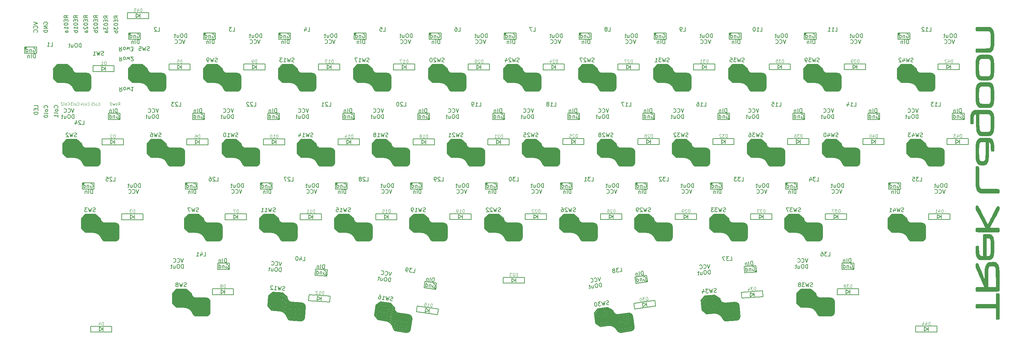
<source format=gbr>
G04 #@! TF.GenerationSoftware,KiCad,Pcbnew,8.0.2-1*
G04 #@! TF.CreationDate,2024-07-03T19:50:58+09:00*
G04 #@! TF.ProjectId,lagoon,6c61676f-6f6e-42e6-9b69-6361645f7063,rev?*
G04 #@! TF.SameCoordinates,Original*
G04 #@! TF.FileFunction,Legend,Bot*
G04 #@! TF.FilePolarity,Positive*
%FSLAX46Y46*%
G04 Gerber Fmt 4.6, Leading zero omitted, Abs format (unit mm)*
G04 Created by KiCad (PCBNEW 8.0.2-1) date 2024-07-03 19:50:58*
%MOMM*%
%LPD*%
G01*
G04 APERTURE LIST*
%ADD10C,0.150000*%
%ADD11C,0.125000*%
%ADD12C,0.100000*%
%ADD13C,0.200000*%
%ADD14C,0.000000*%
G04 APERTURE END LIST*
D10*
X200514959Y-47319733D02*
X200372102Y-47367352D01*
X200372102Y-47367352D02*
X200134007Y-47367352D01*
X200134007Y-47367352D02*
X200038769Y-47319733D01*
X200038769Y-47319733D02*
X199991150Y-47272113D01*
X199991150Y-47272113D02*
X199943531Y-47176875D01*
X199943531Y-47176875D02*
X199943531Y-47081637D01*
X199943531Y-47081637D02*
X199991150Y-46986399D01*
X199991150Y-46986399D02*
X200038769Y-46938780D01*
X200038769Y-46938780D02*
X200134007Y-46891161D01*
X200134007Y-46891161D02*
X200324483Y-46843542D01*
X200324483Y-46843542D02*
X200419721Y-46795923D01*
X200419721Y-46795923D02*
X200467340Y-46748304D01*
X200467340Y-46748304D02*
X200514959Y-46653066D01*
X200514959Y-46653066D02*
X200514959Y-46557828D01*
X200514959Y-46557828D02*
X200467340Y-46462590D01*
X200467340Y-46462590D02*
X200419721Y-46414971D01*
X200419721Y-46414971D02*
X200324483Y-46367352D01*
X200324483Y-46367352D02*
X200086388Y-46367352D01*
X200086388Y-46367352D02*
X199943531Y-46414971D01*
X199610197Y-46367352D02*
X199372102Y-47367352D01*
X199372102Y-47367352D02*
X199181626Y-46653066D01*
X199181626Y-46653066D02*
X198991150Y-47367352D01*
X198991150Y-47367352D02*
X198753055Y-46367352D01*
X198467340Y-46367352D02*
X197848293Y-46367352D01*
X197848293Y-46367352D02*
X198181626Y-46748304D01*
X198181626Y-46748304D02*
X198038769Y-46748304D01*
X198038769Y-46748304D02*
X197943531Y-46795923D01*
X197943531Y-46795923D02*
X197895912Y-46843542D01*
X197895912Y-46843542D02*
X197848293Y-46938780D01*
X197848293Y-46938780D02*
X197848293Y-47176875D01*
X197848293Y-47176875D02*
X197895912Y-47272113D01*
X197895912Y-47272113D02*
X197943531Y-47319733D01*
X197943531Y-47319733D02*
X198038769Y-47367352D01*
X198038769Y-47367352D02*
X198324483Y-47367352D01*
X198324483Y-47367352D02*
X198419721Y-47319733D01*
X198419721Y-47319733D02*
X198467340Y-47272113D01*
X196991150Y-46367352D02*
X197181626Y-46367352D01*
X197181626Y-46367352D02*
X197276864Y-46414971D01*
X197276864Y-46414971D02*
X197324483Y-46462590D01*
X197324483Y-46462590D02*
X197419721Y-46605447D01*
X197419721Y-46605447D02*
X197467340Y-46795923D01*
X197467340Y-46795923D02*
X197467340Y-47176875D01*
X197467340Y-47176875D02*
X197419721Y-47272113D01*
X197419721Y-47272113D02*
X197372102Y-47319733D01*
X197372102Y-47319733D02*
X197276864Y-47367352D01*
X197276864Y-47367352D02*
X197086388Y-47367352D01*
X197086388Y-47367352D02*
X196991150Y-47319733D01*
X196991150Y-47319733D02*
X196943531Y-47272113D01*
X196943531Y-47272113D02*
X196895912Y-47176875D01*
X196895912Y-47176875D02*
X196895912Y-46938780D01*
X196895912Y-46938780D02*
X196943531Y-46843542D01*
X196943531Y-46843542D02*
X196991150Y-46795923D01*
X196991150Y-46795923D02*
X197086388Y-46748304D01*
X197086388Y-46748304D02*
X197276864Y-46748304D01*
X197276864Y-46748304D02*
X197372102Y-46795923D01*
X197372102Y-46795923D02*
X197419721Y-46843542D01*
X197419721Y-46843542D02*
X197467340Y-46938780D01*
X76689959Y-66369733D02*
X76547102Y-66417352D01*
X76547102Y-66417352D02*
X76309007Y-66417352D01*
X76309007Y-66417352D02*
X76213769Y-66369733D01*
X76213769Y-66369733D02*
X76166150Y-66322113D01*
X76166150Y-66322113D02*
X76118531Y-66226875D01*
X76118531Y-66226875D02*
X76118531Y-66131637D01*
X76118531Y-66131637D02*
X76166150Y-66036399D01*
X76166150Y-66036399D02*
X76213769Y-65988780D01*
X76213769Y-65988780D02*
X76309007Y-65941161D01*
X76309007Y-65941161D02*
X76499483Y-65893542D01*
X76499483Y-65893542D02*
X76594721Y-65845923D01*
X76594721Y-65845923D02*
X76642340Y-65798304D01*
X76642340Y-65798304D02*
X76689959Y-65703066D01*
X76689959Y-65703066D02*
X76689959Y-65607828D01*
X76689959Y-65607828D02*
X76642340Y-65512590D01*
X76642340Y-65512590D02*
X76594721Y-65464971D01*
X76594721Y-65464971D02*
X76499483Y-65417352D01*
X76499483Y-65417352D02*
X76261388Y-65417352D01*
X76261388Y-65417352D02*
X76118531Y-65464971D01*
X75785197Y-65417352D02*
X75547102Y-66417352D01*
X75547102Y-66417352D02*
X75356626Y-65703066D01*
X75356626Y-65703066D02*
X75166150Y-66417352D01*
X75166150Y-66417352D02*
X74928055Y-65417352D01*
X74023293Y-66417352D02*
X74594721Y-66417352D01*
X74309007Y-66417352D02*
X74309007Y-65417352D01*
X74309007Y-65417352D02*
X74404245Y-65560209D01*
X74404245Y-65560209D02*
X74499483Y-65655447D01*
X74499483Y-65655447D02*
X74594721Y-65703066D01*
X73070912Y-66417352D02*
X73642340Y-66417352D01*
X73356626Y-66417352D02*
X73356626Y-65417352D01*
X73356626Y-65417352D02*
X73451864Y-65560209D01*
X73451864Y-65560209D02*
X73547102Y-65655447D01*
X73547102Y-65655447D02*
X73642340Y-65703066D01*
D11*
X148319364Y-28538628D02*
X148319364Y-27738628D01*
X148319364Y-27738628D02*
X148128888Y-27738628D01*
X148128888Y-27738628D02*
X148014602Y-27776723D01*
X148014602Y-27776723D02*
X147938412Y-27852913D01*
X147938412Y-27852913D02*
X147900317Y-27929104D01*
X147900317Y-27929104D02*
X147862221Y-28081485D01*
X147862221Y-28081485D02*
X147862221Y-28195771D01*
X147862221Y-28195771D02*
X147900317Y-28348152D01*
X147900317Y-28348152D02*
X147938412Y-28424342D01*
X147938412Y-28424342D02*
X148014602Y-28500533D01*
X148014602Y-28500533D02*
X148128888Y-28538628D01*
X148128888Y-28538628D02*
X148319364Y-28538628D01*
X147557460Y-27814818D02*
X147519364Y-27776723D01*
X147519364Y-27776723D02*
X147443174Y-27738628D01*
X147443174Y-27738628D02*
X147252698Y-27738628D01*
X147252698Y-27738628D02*
X147176507Y-27776723D01*
X147176507Y-27776723D02*
X147138412Y-27814818D01*
X147138412Y-27814818D02*
X147100317Y-27891009D01*
X147100317Y-27891009D02*
X147100317Y-27967199D01*
X147100317Y-27967199D02*
X147138412Y-28081485D01*
X147138412Y-28081485D02*
X147595555Y-28538628D01*
X147595555Y-28538628D02*
X147100317Y-28538628D01*
X146414602Y-28005294D02*
X146414602Y-28538628D01*
X146605078Y-27700533D02*
X146795555Y-28271961D01*
X146795555Y-28271961D02*
X146300316Y-28271961D01*
D10*
X161202102Y-20486052D02*
X161678292Y-20486052D01*
X161678292Y-20486052D02*
X161678292Y-19486052D01*
X160725911Y-19914623D02*
X160821149Y-19867004D01*
X160821149Y-19867004D02*
X160868768Y-19819385D01*
X160868768Y-19819385D02*
X160916387Y-19724147D01*
X160916387Y-19724147D02*
X160916387Y-19676528D01*
X160916387Y-19676528D02*
X160868768Y-19581290D01*
X160868768Y-19581290D02*
X160821149Y-19533671D01*
X160821149Y-19533671D02*
X160725911Y-19486052D01*
X160725911Y-19486052D02*
X160535435Y-19486052D01*
X160535435Y-19486052D02*
X160440197Y-19533671D01*
X160440197Y-19533671D02*
X160392578Y-19581290D01*
X160392578Y-19581290D02*
X160344959Y-19676528D01*
X160344959Y-19676528D02*
X160344959Y-19724147D01*
X160344959Y-19724147D02*
X160392578Y-19819385D01*
X160392578Y-19819385D02*
X160440197Y-19867004D01*
X160440197Y-19867004D02*
X160535435Y-19914623D01*
X160535435Y-19914623D02*
X160725911Y-19914623D01*
X160725911Y-19914623D02*
X160821149Y-19962242D01*
X160821149Y-19962242D02*
X160868768Y-20009861D01*
X160868768Y-20009861D02*
X160916387Y-20105099D01*
X160916387Y-20105099D02*
X160916387Y-20295575D01*
X160916387Y-20295575D02*
X160868768Y-20390813D01*
X160868768Y-20390813D02*
X160821149Y-20438433D01*
X160821149Y-20438433D02*
X160725911Y-20486052D01*
X160725911Y-20486052D02*
X160535435Y-20486052D01*
X160535435Y-20486052D02*
X160440197Y-20438433D01*
X160440197Y-20438433D02*
X160392578Y-20390813D01*
X160392578Y-20390813D02*
X160344959Y-20295575D01*
X160344959Y-20295575D02*
X160344959Y-20105099D01*
X160344959Y-20105099D02*
X160392578Y-20009861D01*
X160392578Y-20009861D02*
X160440197Y-19962242D01*
X160440197Y-19962242D02*
X160535435Y-19914623D01*
X168188768Y-22636052D02*
X167855435Y-23636052D01*
X167855435Y-23636052D02*
X167522102Y-22636052D01*
X166617340Y-23540813D02*
X166664959Y-23588433D01*
X166664959Y-23588433D02*
X166807816Y-23636052D01*
X166807816Y-23636052D02*
X166903054Y-23636052D01*
X166903054Y-23636052D02*
X167045911Y-23588433D01*
X167045911Y-23588433D02*
X167141149Y-23493194D01*
X167141149Y-23493194D02*
X167188768Y-23397956D01*
X167188768Y-23397956D02*
X167236387Y-23207480D01*
X167236387Y-23207480D02*
X167236387Y-23064623D01*
X167236387Y-23064623D02*
X167188768Y-22874147D01*
X167188768Y-22874147D02*
X167141149Y-22778909D01*
X167141149Y-22778909D02*
X167045911Y-22683671D01*
X167045911Y-22683671D02*
X166903054Y-22636052D01*
X166903054Y-22636052D02*
X166807816Y-22636052D01*
X166807816Y-22636052D02*
X166664959Y-22683671D01*
X166664959Y-22683671D02*
X166617340Y-22731290D01*
X165617340Y-23540813D02*
X165664959Y-23588433D01*
X165664959Y-23588433D02*
X165807816Y-23636052D01*
X165807816Y-23636052D02*
X165903054Y-23636052D01*
X165903054Y-23636052D02*
X166045911Y-23588433D01*
X166045911Y-23588433D02*
X166141149Y-23493194D01*
X166141149Y-23493194D02*
X166188768Y-23397956D01*
X166188768Y-23397956D02*
X166236387Y-23207480D01*
X166236387Y-23207480D02*
X166236387Y-23064623D01*
X166236387Y-23064623D02*
X166188768Y-22874147D01*
X166188768Y-22874147D02*
X166141149Y-22778909D01*
X166141149Y-22778909D02*
X166045911Y-22683671D01*
X166045911Y-22683671D02*
X165903054Y-22636052D01*
X165903054Y-22636052D02*
X165807816Y-22636052D01*
X165807816Y-22636052D02*
X165664959Y-22683671D01*
X165664959Y-22683671D02*
X165617340Y-22731290D01*
X156497816Y-23676052D02*
X156497816Y-22676052D01*
X156497816Y-22676052D02*
X156259721Y-22676052D01*
X156259721Y-22676052D02*
X156116864Y-22723671D01*
X156116864Y-22723671D02*
X156021626Y-22818909D01*
X156021626Y-22818909D02*
X155974007Y-22914147D01*
X155974007Y-22914147D02*
X155926388Y-23104623D01*
X155926388Y-23104623D02*
X155926388Y-23247480D01*
X155926388Y-23247480D02*
X155974007Y-23437956D01*
X155974007Y-23437956D02*
X156021626Y-23533194D01*
X156021626Y-23533194D02*
X156116864Y-23628433D01*
X156116864Y-23628433D02*
X156259721Y-23676052D01*
X156259721Y-23676052D02*
X156497816Y-23676052D01*
X155497816Y-23676052D02*
X155497816Y-22676052D01*
X155021626Y-23009385D02*
X155021626Y-23676052D01*
X155021626Y-23104623D02*
X154974007Y-23057004D01*
X154974007Y-23057004D02*
X154878769Y-23009385D01*
X154878769Y-23009385D02*
X154735912Y-23009385D01*
X154735912Y-23009385D02*
X154640674Y-23057004D01*
X154640674Y-23057004D02*
X154593055Y-23152242D01*
X154593055Y-23152242D02*
X154593055Y-23676052D01*
X168589245Y-22136052D02*
X168589245Y-21136052D01*
X168589245Y-21136052D02*
X168351150Y-21136052D01*
X168351150Y-21136052D02*
X168208293Y-21183671D01*
X168208293Y-21183671D02*
X168113055Y-21278909D01*
X168113055Y-21278909D02*
X168065436Y-21374147D01*
X168065436Y-21374147D02*
X168017817Y-21564623D01*
X168017817Y-21564623D02*
X168017817Y-21707480D01*
X168017817Y-21707480D02*
X168065436Y-21897956D01*
X168065436Y-21897956D02*
X168113055Y-21993194D01*
X168113055Y-21993194D02*
X168208293Y-22088433D01*
X168208293Y-22088433D02*
X168351150Y-22136052D01*
X168351150Y-22136052D02*
X168589245Y-22136052D01*
X167398769Y-21136052D02*
X167208293Y-21136052D01*
X167208293Y-21136052D02*
X167113055Y-21183671D01*
X167113055Y-21183671D02*
X167017817Y-21278909D01*
X167017817Y-21278909D02*
X166970198Y-21469385D01*
X166970198Y-21469385D02*
X166970198Y-21802718D01*
X166970198Y-21802718D02*
X167017817Y-21993194D01*
X167017817Y-21993194D02*
X167113055Y-22088433D01*
X167113055Y-22088433D02*
X167208293Y-22136052D01*
X167208293Y-22136052D02*
X167398769Y-22136052D01*
X167398769Y-22136052D02*
X167494007Y-22088433D01*
X167494007Y-22088433D02*
X167589245Y-21993194D01*
X167589245Y-21993194D02*
X167636864Y-21802718D01*
X167636864Y-21802718D02*
X167636864Y-21469385D01*
X167636864Y-21469385D02*
X167589245Y-21278909D01*
X167589245Y-21278909D02*
X167494007Y-21183671D01*
X167494007Y-21183671D02*
X167398769Y-21136052D01*
X166113055Y-21469385D02*
X166113055Y-22136052D01*
X166541626Y-21469385D02*
X166541626Y-21993194D01*
X166541626Y-21993194D02*
X166494007Y-22088433D01*
X166494007Y-22088433D02*
X166398769Y-22136052D01*
X166398769Y-22136052D02*
X166255912Y-22136052D01*
X166255912Y-22136052D02*
X166160674Y-22088433D01*
X166160674Y-22088433D02*
X166113055Y-22040813D01*
X165779721Y-21469385D02*
X165398769Y-21469385D01*
X165636864Y-21136052D02*
X165636864Y-21993194D01*
X165636864Y-21993194D02*
X165589245Y-22088433D01*
X165589245Y-22088433D02*
X165494007Y-22136052D01*
X165494007Y-22136052D02*
X165398769Y-22136052D01*
X155988293Y-21233671D02*
X156083531Y-21186052D01*
X156083531Y-21186052D02*
X156226388Y-21186052D01*
X156226388Y-21186052D02*
X156369245Y-21233671D01*
X156369245Y-21233671D02*
X156464483Y-21328909D01*
X156464483Y-21328909D02*
X156512102Y-21424147D01*
X156512102Y-21424147D02*
X156559721Y-21614623D01*
X156559721Y-21614623D02*
X156559721Y-21757480D01*
X156559721Y-21757480D02*
X156512102Y-21947956D01*
X156512102Y-21947956D02*
X156464483Y-22043194D01*
X156464483Y-22043194D02*
X156369245Y-22138433D01*
X156369245Y-22138433D02*
X156226388Y-22186052D01*
X156226388Y-22186052D02*
X156131150Y-22186052D01*
X156131150Y-22186052D02*
X155988293Y-22138433D01*
X155988293Y-22138433D02*
X155940674Y-22090813D01*
X155940674Y-22090813D02*
X155940674Y-21757480D01*
X155940674Y-21757480D02*
X156131150Y-21757480D01*
X155512102Y-21519385D02*
X155512102Y-22186052D01*
X155512102Y-21614623D02*
X155464483Y-21567004D01*
X155464483Y-21567004D02*
X155369245Y-21519385D01*
X155369245Y-21519385D02*
X155226388Y-21519385D01*
X155226388Y-21519385D02*
X155131150Y-21567004D01*
X155131150Y-21567004D02*
X155083531Y-21662242D01*
X155083531Y-21662242D02*
X155083531Y-22186052D01*
X154178769Y-22186052D02*
X154178769Y-21186052D01*
X154178769Y-22138433D02*
X154274007Y-22186052D01*
X154274007Y-22186052D02*
X154464483Y-22186052D01*
X154464483Y-22186052D02*
X154559721Y-22138433D01*
X154559721Y-22138433D02*
X154607340Y-22090813D01*
X154607340Y-22090813D02*
X154654959Y-21995575D01*
X154654959Y-21995575D02*
X154654959Y-21709861D01*
X154654959Y-21709861D02*
X154607340Y-21614623D01*
X154607340Y-21614623D02*
X154559721Y-21567004D01*
X154559721Y-21567004D02*
X154464483Y-21519385D01*
X154464483Y-21519385D02*
X154274007Y-21519385D01*
X154274007Y-21519385D02*
X154178769Y-21567004D01*
X214802459Y-28269733D02*
X214659602Y-28317352D01*
X214659602Y-28317352D02*
X214421507Y-28317352D01*
X214421507Y-28317352D02*
X214326269Y-28269733D01*
X214326269Y-28269733D02*
X214278650Y-28222113D01*
X214278650Y-28222113D02*
X214231031Y-28126875D01*
X214231031Y-28126875D02*
X214231031Y-28031637D01*
X214231031Y-28031637D02*
X214278650Y-27936399D01*
X214278650Y-27936399D02*
X214326269Y-27888780D01*
X214326269Y-27888780D02*
X214421507Y-27841161D01*
X214421507Y-27841161D02*
X214611983Y-27793542D01*
X214611983Y-27793542D02*
X214707221Y-27745923D01*
X214707221Y-27745923D02*
X214754840Y-27698304D01*
X214754840Y-27698304D02*
X214802459Y-27603066D01*
X214802459Y-27603066D02*
X214802459Y-27507828D01*
X214802459Y-27507828D02*
X214754840Y-27412590D01*
X214754840Y-27412590D02*
X214707221Y-27364971D01*
X214707221Y-27364971D02*
X214611983Y-27317352D01*
X214611983Y-27317352D02*
X214373888Y-27317352D01*
X214373888Y-27317352D02*
X214231031Y-27364971D01*
X213897697Y-27317352D02*
X213659602Y-28317352D01*
X213659602Y-28317352D02*
X213469126Y-27603066D01*
X213469126Y-27603066D02*
X213278650Y-28317352D01*
X213278650Y-28317352D02*
X213040555Y-27317352D01*
X212754840Y-27317352D02*
X212135793Y-27317352D01*
X212135793Y-27317352D02*
X212469126Y-27698304D01*
X212469126Y-27698304D02*
X212326269Y-27698304D01*
X212326269Y-27698304D02*
X212231031Y-27745923D01*
X212231031Y-27745923D02*
X212183412Y-27793542D01*
X212183412Y-27793542D02*
X212135793Y-27888780D01*
X212135793Y-27888780D02*
X212135793Y-28126875D01*
X212135793Y-28126875D02*
X212183412Y-28222113D01*
X212183412Y-28222113D02*
X212231031Y-28269733D01*
X212231031Y-28269733D02*
X212326269Y-28317352D01*
X212326269Y-28317352D02*
X212611983Y-28317352D01*
X212611983Y-28317352D02*
X212707221Y-28269733D01*
X212707221Y-28269733D02*
X212754840Y-28222113D01*
X211659602Y-28317352D02*
X211469126Y-28317352D01*
X211469126Y-28317352D02*
X211373888Y-28269733D01*
X211373888Y-28269733D02*
X211326269Y-28222113D01*
X211326269Y-28222113D02*
X211231031Y-28079256D01*
X211231031Y-28079256D02*
X211183412Y-27888780D01*
X211183412Y-27888780D02*
X211183412Y-27507828D01*
X211183412Y-27507828D02*
X211231031Y-27412590D01*
X211231031Y-27412590D02*
X211278650Y-27364971D01*
X211278650Y-27364971D02*
X211373888Y-27317352D01*
X211373888Y-27317352D02*
X211564364Y-27317352D01*
X211564364Y-27317352D02*
X211659602Y-27364971D01*
X211659602Y-27364971D02*
X211707221Y-27412590D01*
X211707221Y-27412590D02*
X211754840Y-27507828D01*
X211754840Y-27507828D02*
X211754840Y-27745923D01*
X211754840Y-27745923D02*
X211707221Y-27841161D01*
X211707221Y-27841161D02*
X211659602Y-27888780D01*
X211659602Y-27888780D02*
X211564364Y-27936399D01*
X211564364Y-27936399D02*
X211373888Y-27936399D01*
X211373888Y-27936399D02*
X211278650Y-27888780D01*
X211278650Y-27888780D02*
X211231031Y-27841161D01*
X211231031Y-27841161D02*
X211183412Y-27745923D01*
X26207568Y-47319733D02*
X26064711Y-47367352D01*
X26064711Y-47367352D02*
X25826616Y-47367352D01*
X25826616Y-47367352D02*
X25731378Y-47319733D01*
X25731378Y-47319733D02*
X25683759Y-47272113D01*
X25683759Y-47272113D02*
X25636140Y-47176875D01*
X25636140Y-47176875D02*
X25636140Y-47081637D01*
X25636140Y-47081637D02*
X25683759Y-46986399D01*
X25683759Y-46986399D02*
X25731378Y-46938780D01*
X25731378Y-46938780D02*
X25826616Y-46891161D01*
X25826616Y-46891161D02*
X26017092Y-46843542D01*
X26017092Y-46843542D02*
X26112330Y-46795923D01*
X26112330Y-46795923D02*
X26159949Y-46748304D01*
X26159949Y-46748304D02*
X26207568Y-46653066D01*
X26207568Y-46653066D02*
X26207568Y-46557828D01*
X26207568Y-46557828D02*
X26159949Y-46462590D01*
X26159949Y-46462590D02*
X26112330Y-46414971D01*
X26112330Y-46414971D02*
X26017092Y-46367352D01*
X26017092Y-46367352D02*
X25778997Y-46367352D01*
X25778997Y-46367352D02*
X25636140Y-46414971D01*
X25302806Y-46367352D02*
X25064711Y-47367352D01*
X25064711Y-47367352D02*
X24874235Y-46653066D01*
X24874235Y-46653066D02*
X24683759Y-47367352D01*
X24683759Y-47367352D02*
X24445664Y-46367352D01*
X24112330Y-46462590D02*
X24064711Y-46414971D01*
X24064711Y-46414971D02*
X23969473Y-46367352D01*
X23969473Y-46367352D02*
X23731378Y-46367352D01*
X23731378Y-46367352D02*
X23636140Y-46414971D01*
X23636140Y-46414971D02*
X23588521Y-46462590D01*
X23588521Y-46462590D02*
X23540902Y-46557828D01*
X23540902Y-46557828D02*
X23540902Y-46653066D01*
X23540902Y-46653066D02*
X23588521Y-46795923D01*
X23588521Y-46795923D02*
X24159949Y-47367352D01*
X24159949Y-47367352D02*
X23540902Y-47367352D01*
D11*
X35938411Y-47588628D02*
X35938411Y-46788628D01*
X35938411Y-46788628D02*
X35747935Y-46788628D01*
X35747935Y-46788628D02*
X35633649Y-46826723D01*
X35633649Y-46826723D02*
X35557459Y-46902913D01*
X35557459Y-46902913D02*
X35519364Y-46979104D01*
X35519364Y-46979104D02*
X35481268Y-47131485D01*
X35481268Y-47131485D02*
X35481268Y-47245771D01*
X35481268Y-47245771D02*
X35519364Y-47398152D01*
X35519364Y-47398152D02*
X35557459Y-47474342D01*
X35557459Y-47474342D02*
X35633649Y-47550533D01*
X35633649Y-47550533D02*
X35747935Y-47588628D01*
X35747935Y-47588628D02*
X35938411Y-47588628D01*
X35176507Y-46864818D02*
X35138411Y-46826723D01*
X35138411Y-46826723D02*
X35062221Y-46788628D01*
X35062221Y-46788628D02*
X34871745Y-46788628D01*
X34871745Y-46788628D02*
X34795554Y-46826723D01*
X34795554Y-46826723D02*
X34757459Y-46864818D01*
X34757459Y-46864818D02*
X34719364Y-46941009D01*
X34719364Y-46941009D02*
X34719364Y-47017199D01*
X34719364Y-47017199D02*
X34757459Y-47131485D01*
X34757459Y-47131485D02*
X35214602Y-47588628D01*
X35214602Y-47588628D02*
X34719364Y-47588628D01*
X40938411Y-66638628D02*
X40938411Y-65838628D01*
X40938411Y-65838628D02*
X40747935Y-65838628D01*
X40747935Y-65838628D02*
X40633649Y-65876723D01*
X40633649Y-65876723D02*
X40557459Y-65952913D01*
X40557459Y-65952913D02*
X40519364Y-66029104D01*
X40519364Y-66029104D02*
X40481268Y-66181485D01*
X40481268Y-66181485D02*
X40481268Y-66295771D01*
X40481268Y-66295771D02*
X40519364Y-66448152D01*
X40519364Y-66448152D02*
X40557459Y-66524342D01*
X40557459Y-66524342D02*
X40633649Y-66600533D01*
X40633649Y-66600533D02*
X40747935Y-66638628D01*
X40747935Y-66638628D02*
X40938411Y-66638628D01*
X40214602Y-65838628D02*
X39719364Y-65838628D01*
X39719364Y-65838628D02*
X39986030Y-66143390D01*
X39986030Y-66143390D02*
X39871745Y-66143390D01*
X39871745Y-66143390D02*
X39795554Y-66181485D01*
X39795554Y-66181485D02*
X39757459Y-66219580D01*
X39757459Y-66219580D02*
X39719364Y-66295771D01*
X39719364Y-66295771D02*
X39719364Y-66486247D01*
X39719364Y-66486247D02*
X39757459Y-66562437D01*
X39757459Y-66562437D02*
X39795554Y-66600533D01*
X39795554Y-66600533D02*
X39871745Y-66638628D01*
X39871745Y-66638628D02*
X40100316Y-66638628D01*
X40100316Y-66638628D02*
X40176507Y-66600533D01*
X40176507Y-66600533D02*
X40214602Y-66562437D01*
X229519364Y-47501128D02*
X229519364Y-46701128D01*
X229519364Y-46701128D02*
X229328888Y-46701128D01*
X229328888Y-46701128D02*
X229214602Y-46739223D01*
X229214602Y-46739223D02*
X229138412Y-46815413D01*
X229138412Y-46815413D02*
X229100317Y-46891604D01*
X229100317Y-46891604D02*
X229062221Y-47043985D01*
X229062221Y-47043985D02*
X229062221Y-47158271D01*
X229062221Y-47158271D02*
X229100317Y-47310652D01*
X229100317Y-47310652D02*
X229138412Y-47386842D01*
X229138412Y-47386842D02*
X229214602Y-47463033D01*
X229214602Y-47463033D02*
X229328888Y-47501128D01*
X229328888Y-47501128D02*
X229519364Y-47501128D01*
X228376507Y-46967794D02*
X228376507Y-47501128D01*
X228566983Y-46663033D02*
X228757460Y-47234461D01*
X228757460Y-47234461D02*
X228262221Y-47234461D01*
X227805078Y-46701128D02*
X227728888Y-46701128D01*
X227728888Y-46701128D02*
X227652697Y-46739223D01*
X227652697Y-46739223D02*
X227614602Y-46777318D01*
X227614602Y-46777318D02*
X227576507Y-46853509D01*
X227576507Y-46853509D02*
X227538412Y-47005890D01*
X227538412Y-47005890D02*
X227538412Y-47196366D01*
X227538412Y-47196366D02*
X227576507Y-47348747D01*
X227576507Y-47348747D02*
X227614602Y-47424937D01*
X227614602Y-47424937D02*
X227652697Y-47463033D01*
X227652697Y-47463033D02*
X227728888Y-47501128D01*
X227728888Y-47501128D02*
X227805078Y-47501128D01*
X227805078Y-47501128D02*
X227881269Y-47463033D01*
X227881269Y-47463033D02*
X227919364Y-47424937D01*
X227919364Y-47424937D02*
X227957459Y-47348747D01*
X227957459Y-47348747D02*
X227995555Y-47196366D01*
X227995555Y-47196366D02*
X227995555Y-47005890D01*
X227995555Y-47005890D02*
X227957459Y-46853509D01*
X227957459Y-46853509D02*
X227919364Y-46777318D01*
X227919364Y-46777318D02*
X227881269Y-46739223D01*
X227881269Y-46739223D02*
X227805078Y-46701128D01*
X57438411Y-47588628D02*
X57438411Y-46788628D01*
X57438411Y-46788628D02*
X57247935Y-46788628D01*
X57247935Y-46788628D02*
X57133649Y-46826723D01*
X57133649Y-46826723D02*
X57057459Y-46902913D01*
X57057459Y-46902913D02*
X57019364Y-46979104D01*
X57019364Y-46979104D02*
X56981268Y-47131485D01*
X56981268Y-47131485D02*
X56981268Y-47245771D01*
X56981268Y-47245771D02*
X57019364Y-47398152D01*
X57019364Y-47398152D02*
X57057459Y-47474342D01*
X57057459Y-47474342D02*
X57133649Y-47550533D01*
X57133649Y-47550533D02*
X57247935Y-47588628D01*
X57247935Y-47588628D02*
X57438411Y-47588628D01*
X56295554Y-46788628D02*
X56447935Y-46788628D01*
X56447935Y-46788628D02*
X56524126Y-46826723D01*
X56524126Y-46826723D02*
X56562221Y-46864818D01*
X56562221Y-46864818D02*
X56638411Y-46979104D01*
X56638411Y-46979104D02*
X56676507Y-47131485D01*
X56676507Y-47131485D02*
X56676507Y-47436247D01*
X56676507Y-47436247D02*
X56638411Y-47512437D01*
X56638411Y-47512437D02*
X56600316Y-47550533D01*
X56600316Y-47550533D02*
X56524126Y-47588628D01*
X56524126Y-47588628D02*
X56371745Y-47588628D01*
X56371745Y-47588628D02*
X56295554Y-47550533D01*
X56295554Y-47550533D02*
X56257459Y-47512437D01*
X56257459Y-47512437D02*
X56219364Y-47436247D01*
X56219364Y-47436247D02*
X56219364Y-47245771D01*
X56219364Y-47245771D02*
X56257459Y-47169580D01*
X56257459Y-47169580D02*
X56295554Y-47131485D01*
X56295554Y-47131485D02*
X56371745Y-47093390D01*
X56371745Y-47093390D02*
X56524126Y-47093390D01*
X56524126Y-47093390D02*
X56600316Y-47131485D01*
X56600316Y-47131485D02*
X56638411Y-47169580D01*
X56638411Y-47169580D02*
X56676507Y-47245771D01*
D10*
X164172512Y-81674311D02*
X164644068Y-81608038D01*
X164644068Y-81608038D02*
X164504895Y-80617770D01*
X163797561Y-80717179D02*
X163184538Y-80803334D01*
X163184538Y-80803334D02*
X163567645Y-81134188D01*
X163567645Y-81134188D02*
X163426178Y-81154070D01*
X163426178Y-81154070D02*
X163338494Y-81214480D01*
X163338494Y-81214480D02*
X163297966Y-81268263D01*
X163297966Y-81268263D02*
X163264065Y-81369201D01*
X163264065Y-81369201D02*
X163297202Y-81604980D01*
X163297202Y-81604980D02*
X163357612Y-81692664D01*
X163357612Y-81692664D02*
X163411395Y-81733192D01*
X163411395Y-81733192D02*
X163512333Y-81767093D01*
X163512333Y-81767093D02*
X163795267Y-81727329D01*
X163795267Y-81727329D02*
X163882951Y-81666919D01*
X163882951Y-81666919D02*
X163923479Y-81613136D01*
X162678316Y-81307262D02*
X162766000Y-81246852D01*
X162766000Y-81246852D02*
X162806528Y-81193069D01*
X162806528Y-81193069D02*
X162840429Y-81092130D01*
X162840429Y-81092130D02*
X162833802Y-81044975D01*
X162833802Y-81044975D02*
X162773392Y-80957291D01*
X162773392Y-80957291D02*
X162719609Y-80916763D01*
X162719609Y-80916763D02*
X162618670Y-80882862D01*
X162618670Y-80882862D02*
X162430048Y-80909371D01*
X162430048Y-80909371D02*
X162342364Y-80969781D01*
X162342364Y-80969781D02*
X162301835Y-81023564D01*
X162301835Y-81023564D02*
X162267934Y-81124502D01*
X162267934Y-81124502D02*
X162274562Y-81171658D01*
X162274562Y-81171658D02*
X162334972Y-81259342D01*
X162334972Y-81259342D02*
X162388755Y-81299870D01*
X162388755Y-81299870D02*
X162489693Y-81333771D01*
X162489693Y-81333771D02*
X162678316Y-81307262D01*
X162678316Y-81307262D02*
X162779254Y-81341163D01*
X162779254Y-81341163D02*
X162833037Y-81381691D01*
X162833037Y-81381691D02*
X162893447Y-81469375D01*
X162893447Y-81469375D02*
X162919957Y-81657998D01*
X162919957Y-81657998D02*
X162886056Y-81758936D01*
X162886056Y-81758936D02*
X162845527Y-81812719D01*
X162845527Y-81812719D02*
X162757843Y-81873130D01*
X162757843Y-81873130D02*
X162569221Y-81899639D01*
X162569221Y-81899639D02*
X162468282Y-81865738D01*
X162468282Y-81865738D02*
X162414499Y-81825209D01*
X162414499Y-81825209D02*
X162354089Y-81737525D01*
X162354089Y-81737525D02*
X162327580Y-81548903D01*
X162327580Y-81548903D02*
X162361481Y-81447964D01*
X162361481Y-81447964D02*
X162402009Y-81394181D01*
X162402009Y-81394181D02*
X162489693Y-81333771D01*
X170123834Y-82998837D02*
X170211518Y-82938427D01*
X170211518Y-82938427D02*
X170352985Y-82918545D01*
X170352985Y-82918545D02*
X170501079Y-82945819D01*
X170501079Y-82945819D02*
X170608645Y-83026876D01*
X170608645Y-83026876D02*
X170669055Y-83114560D01*
X170669055Y-83114560D02*
X170742720Y-83296555D01*
X170742720Y-83296555D02*
X170762602Y-83438022D01*
X170762602Y-83438022D02*
X170741955Y-83633272D01*
X170741955Y-83633272D02*
X170708054Y-83734210D01*
X170708054Y-83734210D02*
X170626998Y-83841776D01*
X170626998Y-83841776D02*
X170492158Y-83908813D01*
X170492158Y-83908813D02*
X170397847Y-83922068D01*
X170397847Y-83922068D02*
X170249753Y-83894794D01*
X170249753Y-83894794D02*
X170195970Y-83854266D01*
X170195970Y-83854266D02*
X170149579Y-83524177D01*
X170149579Y-83524177D02*
X170338201Y-83497667D01*
X169692042Y-83348044D02*
X169784824Y-84008223D01*
X169705296Y-83442355D02*
X169651513Y-83401827D01*
X169651513Y-83401827D02*
X169550575Y-83367926D01*
X169550575Y-83367926D02*
X169409108Y-83387808D01*
X169409108Y-83387808D02*
X169321424Y-83448218D01*
X169321424Y-83448218D02*
X169287523Y-83549157D01*
X169287523Y-83549157D02*
X169360423Y-84067868D01*
X168464466Y-84193787D02*
X168325293Y-83203519D01*
X168457839Y-84146631D02*
X168558778Y-84180532D01*
X168558778Y-84180532D02*
X168747400Y-84154023D01*
X168747400Y-84154023D02*
X168835084Y-84093613D01*
X168835084Y-84093613D02*
X168875612Y-84039830D01*
X168875612Y-84039830D02*
X168909513Y-83938892D01*
X168909513Y-83938892D02*
X168869750Y-83655958D01*
X168869750Y-83655958D02*
X168809339Y-83568274D01*
X168809339Y-83568274D02*
X168755557Y-83527745D01*
X168755557Y-83527745D02*
X168654618Y-83493844D01*
X168654618Y-83493844D02*
X168465996Y-83520354D01*
X168465996Y-83520354D02*
X168378312Y-83580764D01*
X159529777Y-85499967D02*
X159390604Y-84509699D01*
X159390604Y-84509699D02*
X159154826Y-84542835D01*
X159154826Y-84542835D02*
X159019986Y-84609873D01*
X159019986Y-84609873D02*
X158938930Y-84717439D01*
X158938930Y-84717439D02*
X158905029Y-84818377D01*
X158905029Y-84818377D02*
X158884382Y-85013627D01*
X158884382Y-85013627D02*
X158904264Y-85155094D01*
X158904264Y-85155094D02*
X158977929Y-85337089D01*
X158977929Y-85337089D02*
X159038339Y-85424773D01*
X159038339Y-85424773D02*
X159145905Y-85505830D01*
X159145905Y-85505830D02*
X159293999Y-85533103D01*
X159293999Y-85533103D02*
X159529777Y-85499967D01*
X158211714Y-84675381D02*
X158023091Y-84701890D01*
X158023091Y-84701890D02*
X157935407Y-84762301D01*
X157935407Y-84762301D02*
X157854350Y-84869866D01*
X157854350Y-84869866D02*
X157833704Y-85065116D01*
X157833704Y-85065116D02*
X157880095Y-85395205D01*
X157880095Y-85395205D02*
X157953760Y-85577201D01*
X157953760Y-85577201D02*
X158061326Y-85658257D01*
X158061326Y-85658257D02*
X158162264Y-85692158D01*
X158162264Y-85692158D02*
X158350887Y-85665649D01*
X158350887Y-85665649D02*
X158438571Y-85605239D01*
X158438571Y-85605239D02*
X158519627Y-85497673D01*
X158519627Y-85497673D02*
X158540274Y-85302423D01*
X158540274Y-85302423D02*
X158493883Y-84972334D01*
X158493883Y-84972334D02*
X158420218Y-84790339D01*
X158420218Y-84790339D02*
X158312652Y-84709282D01*
X158312652Y-84709282D02*
X158211714Y-84675381D01*
X156984903Y-85184407D02*
X157077685Y-85844586D01*
X157409303Y-85124762D02*
X157482204Y-85643474D01*
X157482204Y-85643474D02*
X157448303Y-85744412D01*
X157448303Y-85744412D02*
X157360619Y-85804822D01*
X157360619Y-85804822D02*
X157219152Y-85824704D01*
X157219152Y-85824704D02*
X157118213Y-85790803D01*
X157118213Y-85790803D02*
X157064430Y-85750275D01*
X156654813Y-85230798D02*
X156277568Y-85283817D01*
X156466955Y-84920591D02*
X156586247Y-85769392D01*
X156586247Y-85769392D02*
X156552346Y-85870331D01*
X156552346Y-85870331D02*
X156464662Y-85930741D01*
X156464662Y-85930741D02*
X156370350Y-85943995D01*
X159201178Y-83021579D02*
X159010262Y-84058238D01*
X159010262Y-84058238D02*
X158540999Y-83114361D01*
X157770961Y-84136237D02*
X157824744Y-84176765D01*
X157824744Y-84176765D02*
X157972838Y-84204039D01*
X157972838Y-84204039D02*
X158067149Y-84190784D01*
X158067149Y-84190784D02*
X158201989Y-84123747D01*
X158201989Y-84123747D02*
X158283045Y-84016181D01*
X158283045Y-84016181D02*
X158316946Y-83915242D01*
X158316946Y-83915242D02*
X158337593Y-83719992D01*
X158337593Y-83719992D02*
X158317711Y-83578526D01*
X158317711Y-83578526D02*
X158244046Y-83396530D01*
X158244046Y-83396530D02*
X158183636Y-83308846D01*
X158183636Y-83308846D02*
X158076070Y-83227790D01*
X158076070Y-83227790D02*
X157927976Y-83200516D01*
X157927976Y-83200516D02*
X157833665Y-83213771D01*
X157833665Y-83213771D02*
X157698825Y-83280808D01*
X157698825Y-83280808D02*
X157658297Y-83334591D01*
X156780693Y-84275410D02*
X156834476Y-84315938D01*
X156834476Y-84315938D02*
X156982570Y-84343212D01*
X156982570Y-84343212D02*
X157076881Y-84329957D01*
X157076881Y-84329957D02*
X157211721Y-84262920D01*
X157211721Y-84262920D02*
X157292777Y-84155354D01*
X157292777Y-84155354D02*
X157326678Y-84054415D01*
X157326678Y-84054415D02*
X157347325Y-83859166D01*
X157347325Y-83859166D02*
X157327443Y-83717699D01*
X157327443Y-83717699D02*
X157253778Y-83535703D01*
X157253778Y-83535703D02*
X157193368Y-83448020D01*
X157193368Y-83448020D02*
X157085802Y-83366963D01*
X157085802Y-83366963D02*
X156937708Y-83339689D01*
X156937708Y-83339689D02*
X156843397Y-83352944D01*
X156843397Y-83352944D02*
X156708557Y-83419981D01*
X156708557Y-83419981D02*
X156668029Y-83473764D01*
X170157471Y-82451207D02*
X170018298Y-81460939D01*
X170018298Y-81460939D02*
X169782520Y-81494076D01*
X169782520Y-81494076D02*
X169647681Y-81561113D01*
X169647681Y-81561113D02*
X169566624Y-81668679D01*
X169566624Y-81668679D02*
X169532723Y-81769618D01*
X169532723Y-81769618D02*
X169512076Y-81964868D01*
X169512076Y-81964868D02*
X169531958Y-82106334D01*
X169531958Y-82106334D02*
X169605623Y-82288330D01*
X169605623Y-82288330D02*
X169666033Y-82376014D01*
X169666033Y-82376014D02*
X169773599Y-82457070D01*
X169773599Y-82457070D02*
X169921693Y-82484344D01*
X169921693Y-82484344D02*
X170157471Y-82451207D01*
X169167203Y-82590381D02*
X169028030Y-81600113D01*
X168602865Y-81996475D02*
X168695648Y-82656653D01*
X168616120Y-82090786D02*
X168562337Y-82050258D01*
X168562337Y-82050258D02*
X168461399Y-82016357D01*
X168461399Y-82016357D02*
X168319932Y-82036238D01*
X168319932Y-82036238D02*
X168232248Y-82096649D01*
X168232248Y-82096649D02*
X168198347Y-82197587D01*
X168198347Y-82197587D02*
X168271247Y-82716299D01*
X176702459Y-28269733D02*
X176559602Y-28317352D01*
X176559602Y-28317352D02*
X176321507Y-28317352D01*
X176321507Y-28317352D02*
X176226269Y-28269733D01*
X176226269Y-28269733D02*
X176178650Y-28222113D01*
X176178650Y-28222113D02*
X176131031Y-28126875D01*
X176131031Y-28126875D02*
X176131031Y-28031637D01*
X176131031Y-28031637D02*
X176178650Y-27936399D01*
X176178650Y-27936399D02*
X176226269Y-27888780D01*
X176226269Y-27888780D02*
X176321507Y-27841161D01*
X176321507Y-27841161D02*
X176511983Y-27793542D01*
X176511983Y-27793542D02*
X176607221Y-27745923D01*
X176607221Y-27745923D02*
X176654840Y-27698304D01*
X176654840Y-27698304D02*
X176702459Y-27603066D01*
X176702459Y-27603066D02*
X176702459Y-27507828D01*
X176702459Y-27507828D02*
X176654840Y-27412590D01*
X176654840Y-27412590D02*
X176607221Y-27364971D01*
X176607221Y-27364971D02*
X176511983Y-27317352D01*
X176511983Y-27317352D02*
X176273888Y-27317352D01*
X176273888Y-27317352D02*
X176131031Y-27364971D01*
X175797697Y-27317352D02*
X175559602Y-28317352D01*
X175559602Y-28317352D02*
X175369126Y-27603066D01*
X175369126Y-27603066D02*
X175178650Y-28317352D01*
X175178650Y-28317352D02*
X174940555Y-27317352D01*
X174654840Y-27317352D02*
X174035793Y-27317352D01*
X174035793Y-27317352D02*
X174369126Y-27698304D01*
X174369126Y-27698304D02*
X174226269Y-27698304D01*
X174226269Y-27698304D02*
X174131031Y-27745923D01*
X174131031Y-27745923D02*
X174083412Y-27793542D01*
X174083412Y-27793542D02*
X174035793Y-27888780D01*
X174035793Y-27888780D02*
X174035793Y-28126875D01*
X174035793Y-28126875D02*
X174083412Y-28222113D01*
X174083412Y-28222113D02*
X174131031Y-28269733D01*
X174131031Y-28269733D02*
X174226269Y-28317352D01*
X174226269Y-28317352D02*
X174511983Y-28317352D01*
X174511983Y-28317352D02*
X174607221Y-28269733D01*
X174607221Y-28269733D02*
X174654840Y-28222113D01*
X173083412Y-28317352D02*
X173654840Y-28317352D01*
X173369126Y-28317352D02*
X173369126Y-27317352D01*
X173369126Y-27317352D02*
X173464364Y-27460209D01*
X173464364Y-27460209D02*
X173559602Y-27555447D01*
X173559602Y-27555447D02*
X173654840Y-27603066D01*
X214065793Y-58586052D02*
X214541983Y-58586052D01*
X214541983Y-58586052D02*
X214541983Y-57586052D01*
X213827697Y-57586052D02*
X213208650Y-57586052D01*
X213208650Y-57586052D02*
X213541983Y-57967004D01*
X213541983Y-57967004D02*
X213399126Y-57967004D01*
X213399126Y-57967004D02*
X213303888Y-58014623D01*
X213303888Y-58014623D02*
X213256269Y-58062242D01*
X213256269Y-58062242D02*
X213208650Y-58157480D01*
X213208650Y-58157480D02*
X213208650Y-58395575D01*
X213208650Y-58395575D02*
X213256269Y-58490813D01*
X213256269Y-58490813D02*
X213303888Y-58538433D01*
X213303888Y-58538433D02*
X213399126Y-58586052D01*
X213399126Y-58586052D02*
X213684840Y-58586052D01*
X213684840Y-58586052D02*
X213780078Y-58538433D01*
X213780078Y-58538433D02*
X213827697Y-58490813D01*
X212351507Y-57919385D02*
X212351507Y-58586052D01*
X212589602Y-57538433D02*
X212827697Y-58252718D01*
X212827697Y-58252718D02*
X212208650Y-58252718D01*
X208375793Y-59333671D02*
X208471031Y-59286052D01*
X208471031Y-59286052D02*
X208613888Y-59286052D01*
X208613888Y-59286052D02*
X208756745Y-59333671D01*
X208756745Y-59333671D02*
X208851983Y-59428909D01*
X208851983Y-59428909D02*
X208899602Y-59524147D01*
X208899602Y-59524147D02*
X208947221Y-59714623D01*
X208947221Y-59714623D02*
X208947221Y-59857480D01*
X208947221Y-59857480D02*
X208899602Y-60047956D01*
X208899602Y-60047956D02*
X208851983Y-60143194D01*
X208851983Y-60143194D02*
X208756745Y-60238433D01*
X208756745Y-60238433D02*
X208613888Y-60286052D01*
X208613888Y-60286052D02*
X208518650Y-60286052D01*
X208518650Y-60286052D02*
X208375793Y-60238433D01*
X208375793Y-60238433D02*
X208328174Y-60190813D01*
X208328174Y-60190813D02*
X208328174Y-59857480D01*
X208328174Y-59857480D02*
X208518650Y-59857480D01*
X207899602Y-59619385D02*
X207899602Y-60286052D01*
X207899602Y-59714623D02*
X207851983Y-59667004D01*
X207851983Y-59667004D02*
X207756745Y-59619385D01*
X207756745Y-59619385D02*
X207613888Y-59619385D01*
X207613888Y-59619385D02*
X207518650Y-59667004D01*
X207518650Y-59667004D02*
X207471031Y-59762242D01*
X207471031Y-59762242D02*
X207471031Y-60286052D01*
X206566269Y-60286052D02*
X206566269Y-59286052D01*
X206566269Y-60238433D02*
X206661507Y-60286052D01*
X206661507Y-60286052D02*
X206851983Y-60286052D01*
X206851983Y-60286052D02*
X206947221Y-60238433D01*
X206947221Y-60238433D02*
X206994840Y-60190813D01*
X206994840Y-60190813D02*
X207042459Y-60095575D01*
X207042459Y-60095575D02*
X207042459Y-59809861D01*
X207042459Y-59809861D02*
X206994840Y-59714623D01*
X206994840Y-59714623D02*
X206947221Y-59667004D01*
X206947221Y-59667004D02*
X206851983Y-59619385D01*
X206851983Y-59619385D02*
X206661507Y-59619385D01*
X206661507Y-59619385D02*
X206566269Y-59667004D01*
X220576268Y-60736052D02*
X220242935Y-61736052D01*
X220242935Y-61736052D02*
X219909602Y-60736052D01*
X219004840Y-61640813D02*
X219052459Y-61688433D01*
X219052459Y-61688433D02*
X219195316Y-61736052D01*
X219195316Y-61736052D02*
X219290554Y-61736052D01*
X219290554Y-61736052D02*
X219433411Y-61688433D01*
X219433411Y-61688433D02*
X219528649Y-61593194D01*
X219528649Y-61593194D02*
X219576268Y-61497956D01*
X219576268Y-61497956D02*
X219623887Y-61307480D01*
X219623887Y-61307480D02*
X219623887Y-61164623D01*
X219623887Y-61164623D02*
X219576268Y-60974147D01*
X219576268Y-60974147D02*
X219528649Y-60878909D01*
X219528649Y-60878909D02*
X219433411Y-60783671D01*
X219433411Y-60783671D02*
X219290554Y-60736052D01*
X219290554Y-60736052D02*
X219195316Y-60736052D01*
X219195316Y-60736052D02*
X219052459Y-60783671D01*
X219052459Y-60783671D02*
X219004840Y-60831290D01*
X218004840Y-61640813D02*
X218052459Y-61688433D01*
X218052459Y-61688433D02*
X218195316Y-61736052D01*
X218195316Y-61736052D02*
X218290554Y-61736052D01*
X218290554Y-61736052D02*
X218433411Y-61688433D01*
X218433411Y-61688433D02*
X218528649Y-61593194D01*
X218528649Y-61593194D02*
X218576268Y-61497956D01*
X218576268Y-61497956D02*
X218623887Y-61307480D01*
X218623887Y-61307480D02*
X218623887Y-61164623D01*
X218623887Y-61164623D02*
X218576268Y-60974147D01*
X218576268Y-60974147D02*
X218528649Y-60878909D01*
X218528649Y-60878909D02*
X218433411Y-60783671D01*
X218433411Y-60783671D02*
X218290554Y-60736052D01*
X218290554Y-60736052D02*
X218195316Y-60736052D01*
X218195316Y-60736052D02*
X218052459Y-60783671D01*
X218052459Y-60783671D02*
X218004840Y-60831290D01*
X208885316Y-61776052D02*
X208885316Y-60776052D01*
X208885316Y-60776052D02*
X208647221Y-60776052D01*
X208647221Y-60776052D02*
X208504364Y-60823671D01*
X208504364Y-60823671D02*
X208409126Y-60918909D01*
X208409126Y-60918909D02*
X208361507Y-61014147D01*
X208361507Y-61014147D02*
X208313888Y-61204623D01*
X208313888Y-61204623D02*
X208313888Y-61347480D01*
X208313888Y-61347480D02*
X208361507Y-61537956D01*
X208361507Y-61537956D02*
X208409126Y-61633194D01*
X208409126Y-61633194D02*
X208504364Y-61728433D01*
X208504364Y-61728433D02*
X208647221Y-61776052D01*
X208647221Y-61776052D02*
X208885316Y-61776052D01*
X207885316Y-61776052D02*
X207885316Y-60776052D01*
X207409126Y-61109385D02*
X207409126Y-61776052D01*
X207409126Y-61204623D02*
X207361507Y-61157004D01*
X207361507Y-61157004D02*
X207266269Y-61109385D01*
X207266269Y-61109385D02*
X207123412Y-61109385D01*
X207123412Y-61109385D02*
X207028174Y-61157004D01*
X207028174Y-61157004D02*
X206980555Y-61252242D01*
X206980555Y-61252242D02*
X206980555Y-61776052D01*
X220976745Y-60236052D02*
X220976745Y-59236052D01*
X220976745Y-59236052D02*
X220738650Y-59236052D01*
X220738650Y-59236052D02*
X220595793Y-59283671D01*
X220595793Y-59283671D02*
X220500555Y-59378909D01*
X220500555Y-59378909D02*
X220452936Y-59474147D01*
X220452936Y-59474147D02*
X220405317Y-59664623D01*
X220405317Y-59664623D02*
X220405317Y-59807480D01*
X220405317Y-59807480D02*
X220452936Y-59997956D01*
X220452936Y-59997956D02*
X220500555Y-60093194D01*
X220500555Y-60093194D02*
X220595793Y-60188433D01*
X220595793Y-60188433D02*
X220738650Y-60236052D01*
X220738650Y-60236052D02*
X220976745Y-60236052D01*
X219786269Y-59236052D02*
X219595793Y-59236052D01*
X219595793Y-59236052D02*
X219500555Y-59283671D01*
X219500555Y-59283671D02*
X219405317Y-59378909D01*
X219405317Y-59378909D02*
X219357698Y-59569385D01*
X219357698Y-59569385D02*
X219357698Y-59902718D01*
X219357698Y-59902718D02*
X219405317Y-60093194D01*
X219405317Y-60093194D02*
X219500555Y-60188433D01*
X219500555Y-60188433D02*
X219595793Y-60236052D01*
X219595793Y-60236052D02*
X219786269Y-60236052D01*
X219786269Y-60236052D02*
X219881507Y-60188433D01*
X219881507Y-60188433D02*
X219976745Y-60093194D01*
X219976745Y-60093194D02*
X220024364Y-59902718D01*
X220024364Y-59902718D02*
X220024364Y-59569385D01*
X220024364Y-59569385D02*
X219976745Y-59378909D01*
X219976745Y-59378909D02*
X219881507Y-59283671D01*
X219881507Y-59283671D02*
X219786269Y-59236052D01*
X218500555Y-59569385D02*
X218500555Y-60236052D01*
X218929126Y-59569385D02*
X218929126Y-60093194D01*
X218929126Y-60093194D02*
X218881507Y-60188433D01*
X218881507Y-60188433D02*
X218786269Y-60236052D01*
X218786269Y-60236052D02*
X218643412Y-60236052D01*
X218643412Y-60236052D02*
X218548174Y-60188433D01*
X218548174Y-60188433D02*
X218500555Y-60140813D01*
X218167221Y-59569385D02*
X217786269Y-59569385D01*
X218024364Y-59236052D02*
X218024364Y-60093194D01*
X218024364Y-60093194D02*
X217976745Y-60188433D01*
X217976745Y-60188433D02*
X217881507Y-60236052D01*
X217881507Y-60236052D02*
X217786269Y-60236052D01*
D11*
X205719364Y-28501128D02*
X205719364Y-27701128D01*
X205719364Y-27701128D02*
X205528888Y-27701128D01*
X205528888Y-27701128D02*
X205414602Y-27739223D01*
X205414602Y-27739223D02*
X205338412Y-27815413D01*
X205338412Y-27815413D02*
X205300317Y-27891604D01*
X205300317Y-27891604D02*
X205262221Y-28043985D01*
X205262221Y-28043985D02*
X205262221Y-28158271D01*
X205262221Y-28158271D02*
X205300317Y-28310652D01*
X205300317Y-28310652D02*
X205338412Y-28386842D01*
X205338412Y-28386842D02*
X205414602Y-28463033D01*
X205414602Y-28463033D02*
X205528888Y-28501128D01*
X205528888Y-28501128D02*
X205719364Y-28501128D01*
X204995555Y-27701128D02*
X204500317Y-27701128D01*
X204500317Y-27701128D02*
X204766983Y-28005890D01*
X204766983Y-28005890D02*
X204652698Y-28005890D01*
X204652698Y-28005890D02*
X204576507Y-28043985D01*
X204576507Y-28043985D02*
X204538412Y-28082080D01*
X204538412Y-28082080D02*
X204500317Y-28158271D01*
X204500317Y-28158271D02*
X204500317Y-28348747D01*
X204500317Y-28348747D02*
X204538412Y-28424937D01*
X204538412Y-28424937D02*
X204576507Y-28463033D01*
X204576507Y-28463033D02*
X204652698Y-28501128D01*
X204652698Y-28501128D02*
X204881269Y-28501128D01*
X204881269Y-28501128D02*
X204957460Y-28463033D01*
X204957460Y-28463033D02*
X204995555Y-28424937D01*
X203776507Y-27701128D02*
X204157459Y-27701128D01*
X204157459Y-27701128D02*
X204195555Y-28082080D01*
X204195555Y-28082080D02*
X204157459Y-28043985D01*
X204157459Y-28043985D02*
X204081269Y-28005890D01*
X204081269Y-28005890D02*
X203890793Y-28005890D01*
X203890793Y-28005890D02*
X203814602Y-28043985D01*
X203814602Y-28043985D02*
X203776507Y-28082080D01*
X203776507Y-28082080D02*
X203738412Y-28158271D01*
X203738412Y-28158271D02*
X203738412Y-28348747D01*
X203738412Y-28348747D02*
X203776507Y-28424937D01*
X203776507Y-28424937D02*
X203814602Y-28463033D01*
X203814602Y-28463033D02*
X203890793Y-28501128D01*
X203890793Y-28501128D02*
X204081269Y-28501128D01*
X204081269Y-28501128D02*
X204157459Y-28463033D01*
X204157459Y-28463033D02*
X204195555Y-28424937D01*
X224819364Y-28501128D02*
X224819364Y-27701128D01*
X224819364Y-27701128D02*
X224628888Y-27701128D01*
X224628888Y-27701128D02*
X224514602Y-27739223D01*
X224514602Y-27739223D02*
X224438412Y-27815413D01*
X224438412Y-27815413D02*
X224400317Y-27891604D01*
X224400317Y-27891604D02*
X224362221Y-28043985D01*
X224362221Y-28043985D02*
X224362221Y-28158271D01*
X224362221Y-28158271D02*
X224400317Y-28310652D01*
X224400317Y-28310652D02*
X224438412Y-28386842D01*
X224438412Y-28386842D02*
X224514602Y-28463033D01*
X224514602Y-28463033D02*
X224628888Y-28501128D01*
X224628888Y-28501128D02*
X224819364Y-28501128D01*
X224095555Y-27701128D02*
X223600317Y-27701128D01*
X223600317Y-27701128D02*
X223866983Y-28005890D01*
X223866983Y-28005890D02*
X223752698Y-28005890D01*
X223752698Y-28005890D02*
X223676507Y-28043985D01*
X223676507Y-28043985D02*
X223638412Y-28082080D01*
X223638412Y-28082080D02*
X223600317Y-28158271D01*
X223600317Y-28158271D02*
X223600317Y-28348747D01*
X223600317Y-28348747D02*
X223638412Y-28424937D01*
X223638412Y-28424937D02*
X223676507Y-28463033D01*
X223676507Y-28463033D02*
X223752698Y-28501128D01*
X223752698Y-28501128D02*
X223981269Y-28501128D01*
X223981269Y-28501128D02*
X224057460Y-28463033D01*
X224057460Y-28463033D02*
X224095555Y-28424937D01*
X223219364Y-28501128D02*
X223066983Y-28501128D01*
X223066983Y-28501128D02*
X222990793Y-28463033D01*
X222990793Y-28463033D02*
X222952697Y-28424937D01*
X222952697Y-28424937D02*
X222876507Y-28310652D01*
X222876507Y-28310652D02*
X222838412Y-28158271D01*
X222838412Y-28158271D02*
X222838412Y-27853509D01*
X222838412Y-27853509D02*
X222876507Y-27777318D01*
X222876507Y-27777318D02*
X222914602Y-27739223D01*
X222914602Y-27739223D02*
X222990793Y-27701128D01*
X222990793Y-27701128D02*
X223143174Y-27701128D01*
X223143174Y-27701128D02*
X223219364Y-27739223D01*
X223219364Y-27739223D02*
X223257459Y-27777318D01*
X223257459Y-27777318D02*
X223295555Y-27853509D01*
X223295555Y-27853509D02*
X223295555Y-28043985D01*
X223295555Y-28043985D02*
X223257459Y-28120175D01*
X223257459Y-28120175D02*
X223219364Y-28158271D01*
X223219364Y-28158271D02*
X223143174Y-28196366D01*
X223143174Y-28196366D02*
X222990793Y-28196366D01*
X222990793Y-28196366D02*
X222914602Y-28158271D01*
X222914602Y-28158271D02*
X222876507Y-28120175D01*
X222876507Y-28120175D02*
X222838412Y-28043985D01*
D10*
X137865793Y-58586052D02*
X138341983Y-58586052D01*
X138341983Y-58586052D02*
X138341983Y-57586052D01*
X137627697Y-57586052D02*
X137008650Y-57586052D01*
X137008650Y-57586052D02*
X137341983Y-57967004D01*
X137341983Y-57967004D02*
X137199126Y-57967004D01*
X137199126Y-57967004D02*
X137103888Y-58014623D01*
X137103888Y-58014623D02*
X137056269Y-58062242D01*
X137056269Y-58062242D02*
X137008650Y-58157480D01*
X137008650Y-58157480D02*
X137008650Y-58395575D01*
X137008650Y-58395575D02*
X137056269Y-58490813D01*
X137056269Y-58490813D02*
X137103888Y-58538433D01*
X137103888Y-58538433D02*
X137199126Y-58586052D01*
X137199126Y-58586052D02*
X137484840Y-58586052D01*
X137484840Y-58586052D02*
X137580078Y-58538433D01*
X137580078Y-58538433D02*
X137627697Y-58490813D01*
X136389602Y-57586052D02*
X136294364Y-57586052D01*
X136294364Y-57586052D02*
X136199126Y-57633671D01*
X136199126Y-57633671D02*
X136151507Y-57681290D01*
X136151507Y-57681290D02*
X136103888Y-57776528D01*
X136103888Y-57776528D02*
X136056269Y-57967004D01*
X136056269Y-57967004D02*
X136056269Y-58205099D01*
X136056269Y-58205099D02*
X136103888Y-58395575D01*
X136103888Y-58395575D02*
X136151507Y-58490813D01*
X136151507Y-58490813D02*
X136199126Y-58538433D01*
X136199126Y-58538433D02*
X136294364Y-58586052D01*
X136294364Y-58586052D02*
X136389602Y-58586052D01*
X136389602Y-58586052D02*
X136484840Y-58538433D01*
X136484840Y-58538433D02*
X136532459Y-58490813D01*
X136532459Y-58490813D02*
X136580078Y-58395575D01*
X136580078Y-58395575D02*
X136627697Y-58205099D01*
X136627697Y-58205099D02*
X136627697Y-57967004D01*
X136627697Y-57967004D02*
X136580078Y-57776528D01*
X136580078Y-57776528D02*
X136532459Y-57681290D01*
X136532459Y-57681290D02*
X136484840Y-57633671D01*
X136484840Y-57633671D02*
X136389602Y-57586052D01*
X132175793Y-59333671D02*
X132271031Y-59286052D01*
X132271031Y-59286052D02*
X132413888Y-59286052D01*
X132413888Y-59286052D02*
X132556745Y-59333671D01*
X132556745Y-59333671D02*
X132651983Y-59428909D01*
X132651983Y-59428909D02*
X132699602Y-59524147D01*
X132699602Y-59524147D02*
X132747221Y-59714623D01*
X132747221Y-59714623D02*
X132747221Y-59857480D01*
X132747221Y-59857480D02*
X132699602Y-60047956D01*
X132699602Y-60047956D02*
X132651983Y-60143194D01*
X132651983Y-60143194D02*
X132556745Y-60238433D01*
X132556745Y-60238433D02*
X132413888Y-60286052D01*
X132413888Y-60286052D02*
X132318650Y-60286052D01*
X132318650Y-60286052D02*
X132175793Y-60238433D01*
X132175793Y-60238433D02*
X132128174Y-60190813D01*
X132128174Y-60190813D02*
X132128174Y-59857480D01*
X132128174Y-59857480D02*
X132318650Y-59857480D01*
X131699602Y-59619385D02*
X131699602Y-60286052D01*
X131699602Y-59714623D02*
X131651983Y-59667004D01*
X131651983Y-59667004D02*
X131556745Y-59619385D01*
X131556745Y-59619385D02*
X131413888Y-59619385D01*
X131413888Y-59619385D02*
X131318650Y-59667004D01*
X131318650Y-59667004D02*
X131271031Y-59762242D01*
X131271031Y-59762242D02*
X131271031Y-60286052D01*
X130366269Y-60286052D02*
X130366269Y-59286052D01*
X130366269Y-60238433D02*
X130461507Y-60286052D01*
X130461507Y-60286052D02*
X130651983Y-60286052D01*
X130651983Y-60286052D02*
X130747221Y-60238433D01*
X130747221Y-60238433D02*
X130794840Y-60190813D01*
X130794840Y-60190813D02*
X130842459Y-60095575D01*
X130842459Y-60095575D02*
X130842459Y-59809861D01*
X130842459Y-59809861D02*
X130794840Y-59714623D01*
X130794840Y-59714623D02*
X130747221Y-59667004D01*
X130747221Y-59667004D02*
X130651983Y-59619385D01*
X130651983Y-59619385D02*
X130461507Y-59619385D01*
X130461507Y-59619385D02*
X130366269Y-59667004D01*
X144776745Y-60236052D02*
X144776745Y-59236052D01*
X144776745Y-59236052D02*
X144538650Y-59236052D01*
X144538650Y-59236052D02*
X144395793Y-59283671D01*
X144395793Y-59283671D02*
X144300555Y-59378909D01*
X144300555Y-59378909D02*
X144252936Y-59474147D01*
X144252936Y-59474147D02*
X144205317Y-59664623D01*
X144205317Y-59664623D02*
X144205317Y-59807480D01*
X144205317Y-59807480D02*
X144252936Y-59997956D01*
X144252936Y-59997956D02*
X144300555Y-60093194D01*
X144300555Y-60093194D02*
X144395793Y-60188433D01*
X144395793Y-60188433D02*
X144538650Y-60236052D01*
X144538650Y-60236052D02*
X144776745Y-60236052D01*
X143586269Y-59236052D02*
X143395793Y-59236052D01*
X143395793Y-59236052D02*
X143300555Y-59283671D01*
X143300555Y-59283671D02*
X143205317Y-59378909D01*
X143205317Y-59378909D02*
X143157698Y-59569385D01*
X143157698Y-59569385D02*
X143157698Y-59902718D01*
X143157698Y-59902718D02*
X143205317Y-60093194D01*
X143205317Y-60093194D02*
X143300555Y-60188433D01*
X143300555Y-60188433D02*
X143395793Y-60236052D01*
X143395793Y-60236052D02*
X143586269Y-60236052D01*
X143586269Y-60236052D02*
X143681507Y-60188433D01*
X143681507Y-60188433D02*
X143776745Y-60093194D01*
X143776745Y-60093194D02*
X143824364Y-59902718D01*
X143824364Y-59902718D02*
X143824364Y-59569385D01*
X143824364Y-59569385D02*
X143776745Y-59378909D01*
X143776745Y-59378909D02*
X143681507Y-59283671D01*
X143681507Y-59283671D02*
X143586269Y-59236052D01*
X142300555Y-59569385D02*
X142300555Y-60236052D01*
X142729126Y-59569385D02*
X142729126Y-60093194D01*
X142729126Y-60093194D02*
X142681507Y-60188433D01*
X142681507Y-60188433D02*
X142586269Y-60236052D01*
X142586269Y-60236052D02*
X142443412Y-60236052D01*
X142443412Y-60236052D02*
X142348174Y-60188433D01*
X142348174Y-60188433D02*
X142300555Y-60140813D01*
X141967221Y-59569385D02*
X141586269Y-59569385D01*
X141824364Y-59236052D02*
X141824364Y-60093194D01*
X141824364Y-60093194D02*
X141776745Y-60188433D01*
X141776745Y-60188433D02*
X141681507Y-60236052D01*
X141681507Y-60236052D02*
X141586269Y-60236052D01*
X132685316Y-61776052D02*
X132685316Y-60776052D01*
X132685316Y-60776052D02*
X132447221Y-60776052D01*
X132447221Y-60776052D02*
X132304364Y-60823671D01*
X132304364Y-60823671D02*
X132209126Y-60918909D01*
X132209126Y-60918909D02*
X132161507Y-61014147D01*
X132161507Y-61014147D02*
X132113888Y-61204623D01*
X132113888Y-61204623D02*
X132113888Y-61347480D01*
X132113888Y-61347480D02*
X132161507Y-61537956D01*
X132161507Y-61537956D02*
X132209126Y-61633194D01*
X132209126Y-61633194D02*
X132304364Y-61728433D01*
X132304364Y-61728433D02*
X132447221Y-61776052D01*
X132447221Y-61776052D02*
X132685316Y-61776052D01*
X131685316Y-61776052D02*
X131685316Y-60776052D01*
X131209126Y-61109385D02*
X131209126Y-61776052D01*
X131209126Y-61204623D02*
X131161507Y-61157004D01*
X131161507Y-61157004D02*
X131066269Y-61109385D01*
X131066269Y-61109385D02*
X130923412Y-61109385D01*
X130923412Y-61109385D02*
X130828174Y-61157004D01*
X130828174Y-61157004D02*
X130780555Y-61252242D01*
X130780555Y-61252242D02*
X130780555Y-61776052D01*
X144376268Y-60736052D02*
X144042935Y-61736052D01*
X144042935Y-61736052D02*
X143709602Y-60736052D01*
X142804840Y-61640813D02*
X142852459Y-61688433D01*
X142852459Y-61688433D02*
X142995316Y-61736052D01*
X142995316Y-61736052D02*
X143090554Y-61736052D01*
X143090554Y-61736052D02*
X143233411Y-61688433D01*
X143233411Y-61688433D02*
X143328649Y-61593194D01*
X143328649Y-61593194D02*
X143376268Y-61497956D01*
X143376268Y-61497956D02*
X143423887Y-61307480D01*
X143423887Y-61307480D02*
X143423887Y-61164623D01*
X143423887Y-61164623D02*
X143376268Y-60974147D01*
X143376268Y-60974147D02*
X143328649Y-60878909D01*
X143328649Y-60878909D02*
X143233411Y-60783671D01*
X143233411Y-60783671D02*
X143090554Y-60736052D01*
X143090554Y-60736052D02*
X142995316Y-60736052D01*
X142995316Y-60736052D02*
X142852459Y-60783671D01*
X142852459Y-60783671D02*
X142804840Y-60831290D01*
X141804840Y-61640813D02*
X141852459Y-61688433D01*
X141852459Y-61688433D02*
X141995316Y-61736052D01*
X141995316Y-61736052D02*
X142090554Y-61736052D01*
X142090554Y-61736052D02*
X142233411Y-61688433D01*
X142233411Y-61688433D02*
X142328649Y-61593194D01*
X142328649Y-61593194D02*
X142376268Y-61497956D01*
X142376268Y-61497956D02*
X142423887Y-61307480D01*
X142423887Y-61307480D02*
X142423887Y-61164623D01*
X142423887Y-61164623D02*
X142376268Y-60974147D01*
X142376268Y-60974147D02*
X142328649Y-60878909D01*
X142328649Y-60878909D02*
X142233411Y-60783671D01*
X142233411Y-60783671D02*
X142090554Y-60736052D01*
X142090554Y-60736052D02*
X141995316Y-60736052D01*
X141995316Y-60736052D02*
X141852459Y-60783671D01*
X141852459Y-60783671D02*
X141804840Y-60831290D01*
D11*
X242919364Y-95201128D02*
X242919364Y-94401128D01*
X242919364Y-94401128D02*
X242728888Y-94401128D01*
X242728888Y-94401128D02*
X242614602Y-94439223D01*
X242614602Y-94439223D02*
X242538412Y-94515413D01*
X242538412Y-94515413D02*
X242500317Y-94591604D01*
X242500317Y-94591604D02*
X242462221Y-94743985D01*
X242462221Y-94743985D02*
X242462221Y-94858271D01*
X242462221Y-94858271D02*
X242500317Y-95010652D01*
X242500317Y-95010652D02*
X242538412Y-95086842D01*
X242538412Y-95086842D02*
X242614602Y-95163033D01*
X242614602Y-95163033D02*
X242728888Y-95201128D01*
X242728888Y-95201128D02*
X242919364Y-95201128D01*
X241776507Y-94667794D02*
X241776507Y-95201128D01*
X241966983Y-94363033D02*
X242157460Y-94934461D01*
X242157460Y-94934461D02*
X241662221Y-94934461D01*
X241014602Y-94667794D02*
X241014602Y-95201128D01*
X241205078Y-94363033D02*
X241395555Y-94934461D01*
X241395555Y-94934461D02*
X240900316Y-94934461D01*
D10*
X47638768Y-47319733D02*
X47495911Y-47367352D01*
X47495911Y-47367352D02*
X47257816Y-47367352D01*
X47257816Y-47367352D02*
X47162578Y-47319733D01*
X47162578Y-47319733D02*
X47114959Y-47272113D01*
X47114959Y-47272113D02*
X47067340Y-47176875D01*
X47067340Y-47176875D02*
X47067340Y-47081637D01*
X47067340Y-47081637D02*
X47114959Y-46986399D01*
X47114959Y-46986399D02*
X47162578Y-46938780D01*
X47162578Y-46938780D02*
X47257816Y-46891161D01*
X47257816Y-46891161D02*
X47448292Y-46843542D01*
X47448292Y-46843542D02*
X47543530Y-46795923D01*
X47543530Y-46795923D02*
X47591149Y-46748304D01*
X47591149Y-46748304D02*
X47638768Y-46653066D01*
X47638768Y-46653066D02*
X47638768Y-46557828D01*
X47638768Y-46557828D02*
X47591149Y-46462590D01*
X47591149Y-46462590D02*
X47543530Y-46414971D01*
X47543530Y-46414971D02*
X47448292Y-46367352D01*
X47448292Y-46367352D02*
X47210197Y-46367352D01*
X47210197Y-46367352D02*
X47067340Y-46414971D01*
X46734006Y-46367352D02*
X46495911Y-47367352D01*
X46495911Y-47367352D02*
X46305435Y-46653066D01*
X46305435Y-46653066D02*
X46114959Y-47367352D01*
X46114959Y-47367352D02*
X45876864Y-46367352D01*
X45067340Y-46367352D02*
X45257816Y-46367352D01*
X45257816Y-46367352D02*
X45353054Y-46414971D01*
X45353054Y-46414971D02*
X45400673Y-46462590D01*
X45400673Y-46462590D02*
X45495911Y-46605447D01*
X45495911Y-46605447D02*
X45543530Y-46795923D01*
X45543530Y-46795923D02*
X45543530Y-47176875D01*
X45543530Y-47176875D02*
X45495911Y-47272113D01*
X45495911Y-47272113D02*
X45448292Y-47319733D01*
X45448292Y-47319733D02*
X45353054Y-47367352D01*
X45353054Y-47367352D02*
X45162578Y-47367352D01*
X45162578Y-47367352D02*
X45067340Y-47319733D01*
X45067340Y-47319733D02*
X45019721Y-47272113D01*
X45019721Y-47272113D02*
X44972102Y-47176875D01*
X44972102Y-47176875D02*
X44972102Y-46938780D01*
X44972102Y-46938780D02*
X45019721Y-46843542D01*
X45019721Y-46843542D02*
X45067340Y-46795923D01*
X45067340Y-46795923D02*
X45162578Y-46748304D01*
X45162578Y-46748304D02*
X45353054Y-46748304D01*
X45353054Y-46748304D02*
X45448292Y-46795923D01*
X45448292Y-46795923D02*
X45495911Y-46843542D01*
X45495911Y-46843542D02*
X45543530Y-46938780D01*
X180252102Y-20486052D02*
X180728292Y-20486052D01*
X180728292Y-20486052D02*
X180728292Y-19486052D01*
X179871149Y-20486052D02*
X179680673Y-20486052D01*
X179680673Y-20486052D02*
X179585435Y-20438433D01*
X179585435Y-20438433D02*
X179537816Y-20390813D01*
X179537816Y-20390813D02*
X179442578Y-20247956D01*
X179442578Y-20247956D02*
X179394959Y-20057480D01*
X179394959Y-20057480D02*
X179394959Y-19676528D01*
X179394959Y-19676528D02*
X179442578Y-19581290D01*
X179442578Y-19581290D02*
X179490197Y-19533671D01*
X179490197Y-19533671D02*
X179585435Y-19486052D01*
X179585435Y-19486052D02*
X179775911Y-19486052D01*
X179775911Y-19486052D02*
X179871149Y-19533671D01*
X179871149Y-19533671D02*
X179918768Y-19581290D01*
X179918768Y-19581290D02*
X179966387Y-19676528D01*
X179966387Y-19676528D02*
X179966387Y-19914623D01*
X179966387Y-19914623D02*
X179918768Y-20009861D01*
X179918768Y-20009861D02*
X179871149Y-20057480D01*
X179871149Y-20057480D02*
X179775911Y-20105099D01*
X179775911Y-20105099D02*
X179585435Y-20105099D01*
X179585435Y-20105099D02*
X179490197Y-20057480D01*
X179490197Y-20057480D02*
X179442578Y-20009861D01*
X179442578Y-20009861D02*
X179394959Y-19914623D01*
X175547816Y-23676052D02*
X175547816Y-22676052D01*
X175547816Y-22676052D02*
X175309721Y-22676052D01*
X175309721Y-22676052D02*
X175166864Y-22723671D01*
X175166864Y-22723671D02*
X175071626Y-22818909D01*
X175071626Y-22818909D02*
X175024007Y-22914147D01*
X175024007Y-22914147D02*
X174976388Y-23104623D01*
X174976388Y-23104623D02*
X174976388Y-23247480D01*
X174976388Y-23247480D02*
X175024007Y-23437956D01*
X175024007Y-23437956D02*
X175071626Y-23533194D01*
X175071626Y-23533194D02*
X175166864Y-23628433D01*
X175166864Y-23628433D02*
X175309721Y-23676052D01*
X175309721Y-23676052D02*
X175547816Y-23676052D01*
X174547816Y-23676052D02*
X174547816Y-22676052D01*
X174071626Y-23009385D02*
X174071626Y-23676052D01*
X174071626Y-23104623D02*
X174024007Y-23057004D01*
X174024007Y-23057004D02*
X173928769Y-23009385D01*
X173928769Y-23009385D02*
X173785912Y-23009385D01*
X173785912Y-23009385D02*
X173690674Y-23057004D01*
X173690674Y-23057004D02*
X173643055Y-23152242D01*
X173643055Y-23152242D02*
X173643055Y-23676052D01*
X175038293Y-21233671D02*
X175133531Y-21186052D01*
X175133531Y-21186052D02*
X175276388Y-21186052D01*
X175276388Y-21186052D02*
X175419245Y-21233671D01*
X175419245Y-21233671D02*
X175514483Y-21328909D01*
X175514483Y-21328909D02*
X175562102Y-21424147D01*
X175562102Y-21424147D02*
X175609721Y-21614623D01*
X175609721Y-21614623D02*
X175609721Y-21757480D01*
X175609721Y-21757480D02*
X175562102Y-21947956D01*
X175562102Y-21947956D02*
X175514483Y-22043194D01*
X175514483Y-22043194D02*
X175419245Y-22138433D01*
X175419245Y-22138433D02*
X175276388Y-22186052D01*
X175276388Y-22186052D02*
X175181150Y-22186052D01*
X175181150Y-22186052D02*
X175038293Y-22138433D01*
X175038293Y-22138433D02*
X174990674Y-22090813D01*
X174990674Y-22090813D02*
X174990674Y-21757480D01*
X174990674Y-21757480D02*
X175181150Y-21757480D01*
X174562102Y-21519385D02*
X174562102Y-22186052D01*
X174562102Y-21614623D02*
X174514483Y-21567004D01*
X174514483Y-21567004D02*
X174419245Y-21519385D01*
X174419245Y-21519385D02*
X174276388Y-21519385D01*
X174276388Y-21519385D02*
X174181150Y-21567004D01*
X174181150Y-21567004D02*
X174133531Y-21662242D01*
X174133531Y-21662242D02*
X174133531Y-22186052D01*
X173228769Y-22186052D02*
X173228769Y-21186052D01*
X173228769Y-22138433D02*
X173324007Y-22186052D01*
X173324007Y-22186052D02*
X173514483Y-22186052D01*
X173514483Y-22186052D02*
X173609721Y-22138433D01*
X173609721Y-22138433D02*
X173657340Y-22090813D01*
X173657340Y-22090813D02*
X173704959Y-21995575D01*
X173704959Y-21995575D02*
X173704959Y-21709861D01*
X173704959Y-21709861D02*
X173657340Y-21614623D01*
X173657340Y-21614623D02*
X173609721Y-21567004D01*
X173609721Y-21567004D02*
X173514483Y-21519385D01*
X173514483Y-21519385D02*
X173324007Y-21519385D01*
X173324007Y-21519385D02*
X173228769Y-21567004D01*
X187639245Y-22136052D02*
X187639245Y-21136052D01*
X187639245Y-21136052D02*
X187401150Y-21136052D01*
X187401150Y-21136052D02*
X187258293Y-21183671D01*
X187258293Y-21183671D02*
X187163055Y-21278909D01*
X187163055Y-21278909D02*
X187115436Y-21374147D01*
X187115436Y-21374147D02*
X187067817Y-21564623D01*
X187067817Y-21564623D02*
X187067817Y-21707480D01*
X187067817Y-21707480D02*
X187115436Y-21897956D01*
X187115436Y-21897956D02*
X187163055Y-21993194D01*
X187163055Y-21993194D02*
X187258293Y-22088433D01*
X187258293Y-22088433D02*
X187401150Y-22136052D01*
X187401150Y-22136052D02*
X187639245Y-22136052D01*
X186448769Y-21136052D02*
X186258293Y-21136052D01*
X186258293Y-21136052D02*
X186163055Y-21183671D01*
X186163055Y-21183671D02*
X186067817Y-21278909D01*
X186067817Y-21278909D02*
X186020198Y-21469385D01*
X186020198Y-21469385D02*
X186020198Y-21802718D01*
X186020198Y-21802718D02*
X186067817Y-21993194D01*
X186067817Y-21993194D02*
X186163055Y-22088433D01*
X186163055Y-22088433D02*
X186258293Y-22136052D01*
X186258293Y-22136052D02*
X186448769Y-22136052D01*
X186448769Y-22136052D02*
X186544007Y-22088433D01*
X186544007Y-22088433D02*
X186639245Y-21993194D01*
X186639245Y-21993194D02*
X186686864Y-21802718D01*
X186686864Y-21802718D02*
X186686864Y-21469385D01*
X186686864Y-21469385D02*
X186639245Y-21278909D01*
X186639245Y-21278909D02*
X186544007Y-21183671D01*
X186544007Y-21183671D02*
X186448769Y-21136052D01*
X185163055Y-21469385D02*
X185163055Y-22136052D01*
X185591626Y-21469385D02*
X185591626Y-21993194D01*
X185591626Y-21993194D02*
X185544007Y-22088433D01*
X185544007Y-22088433D02*
X185448769Y-22136052D01*
X185448769Y-22136052D02*
X185305912Y-22136052D01*
X185305912Y-22136052D02*
X185210674Y-22088433D01*
X185210674Y-22088433D02*
X185163055Y-22040813D01*
X184829721Y-21469385D02*
X184448769Y-21469385D01*
X184686864Y-21136052D02*
X184686864Y-21993194D01*
X184686864Y-21993194D02*
X184639245Y-22088433D01*
X184639245Y-22088433D02*
X184544007Y-22136052D01*
X184544007Y-22136052D02*
X184448769Y-22136052D01*
X187238768Y-22636052D02*
X186905435Y-23636052D01*
X186905435Y-23636052D02*
X186572102Y-22636052D01*
X185667340Y-23540813D02*
X185714959Y-23588433D01*
X185714959Y-23588433D02*
X185857816Y-23636052D01*
X185857816Y-23636052D02*
X185953054Y-23636052D01*
X185953054Y-23636052D02*
X186095911Y-23588433D01*
X186095911Y-23588433D02*
X186191149Y-23493194D01*
X186191149Y-23493194D02*
X186238768Y-23397956D01*
X186238768Y-23397956D02*
X186286387Y-23207480D01*
X186286387Y-23207480D02*
X186286387Y-23064623D01*
X186286387Y-23064623D02*
X186238768Y-22874147D01*
X186238768Y-22874147D02*
X186191149Y-22778909D01*
X186191149Y-22778909D02*
X186095911Y-22683671D01*
X186095911Y-22683671D02*
X185953054Y-22636052D01*
X185953054Y-22636052D02*
X185857816Y-22636052D01*
X185857816Y-22636052D02*
X185714959Y-22683671D01*
X185714959Y-22683671D02*
X185667340Y-22731290D01*
X184667340Y-23540813D02*
X184714959Y-23588433D01*
X184714959Y-23588433D02*
X184857816Y-23636052D01*
X184857816Y-23636052D02*
X184953054Y-23636052D01*
X184953054Y-23636052D02*
X185095911Y-23588433D01*
X185095911Y-23588433D02*
X185191149Y-23493194D01*
X185191149Y-23493194D02*
X185238768Y-23397956D01*
X185238768Y-23397956D02*
X185286387Y-23207480D01*
X185286387Y-23207480D02*
X185286387Y-23064623D01*
X185286387Y-23064623D02*
X185238768Y-22874147D01*
X185238768Y-22874147D02*
X185191149Y-22778909D01*
X185191149Y-22778909D02*
X185095911Y-22683671D01*
X185095911Y-22683671D02*
X184953054Y-22636052D01*
X184953054Y-22636052D02*
X184857816Y-22636052D01*
X184857816Y-22636052D02*
X184714959Y-22683671D01*
X184714959Y-22683671D02*
X184667340Y-22731290D01*
X104052102Y-20486052D02*
X104528292Y-20486052D01*
X104528292Y-20486052D02*
X104528292Y-19486052D01*
X103242578Y-19486052D02*
X103718768Y-19486052D01*
X103718768Y-19486052D02*
X103766387Y-19962242D01*
X103766387Y-19962242D02*
X103718768Y-19914623D01*
X103718768Y-19914623D02*
X103623530Y-19867004D01*
X103623530Y-19867004D02*
X103385435Y-19867004D01*
X103385435Y-19867004D02*
X103290197Y-19914623D01*
X103290197Y-19914623D02*
X103242578Y-19962242D01*
X103242578Y-19962242D02*
X103194959Y-20057480D01*
X103194959Y-20057480D02*
X103194959Y-20295575D01*
X103194959Y-20295575D02*
X103242578Y-20390813D01*
X103242578Y-20390813D02*
X103290197Y-20438433D01*
X103290197Y-20438433D02*
X103385435Y-20486052D01*
X103385435Y-20486052D02*
X103623530Y-20486052D01*
X103623530Y-20486052D02*
X103718768Y-20438433D01*
X103718768Y-20438433D02*
X103766387Y-20390813D01*
X99347816Y-23676052D02*
X99347816Y-22676052D01*
X99347816Y-22676052D02*
X99109721Y-22676052D01*
X99109721Y-22676052D02*
X98966864Y-22723671D01*
X98966864Y-22723671D02*
X98871626Y-22818909D01*
X98871626Y-22818909D02*
X98824007Y-22914147D01*
X98824007Y-22914147D02*
X98776388Y-23104623D01*
X98776388Y-23104623D02*
X98776388Y-23247480D01*
X98776388Y-23247480D02*
X98824007Y-23437956D01*
X98824007Y-23437956D02*
X98871626Y-23533194D01*
X98871626Y-23533194D02*
X98966864Y-23628433D01*
X98966864Y-23628433D02*
X99109721Y-23676052D01*
X99109721Y-23676052D02*
X99347816Y-23676052D01*
X98347816Y-23676052D02*
X98347816Y-22676052D01*
X97871626Y-23009385D02*
X97871626Y-23676052D01*
X97871626Y-23104623D02*
X97824007Y-23057004D01*
X97824007Y-23057004D02*
X97728769Y-23009385D01*
X97728769Y-23009385D02*
X97585912Y-23009385D01*
X97585912Y-23009385D02*
X97490674Y-23057004D01*
X97490674Y-23057004D02*
X97443055Y-23152242D01*
X97443055Y-23152242D02*
X97443055Y-23676052D01*
X111439245Y-22136052D02*
X111439245Y-21136052D01*
X111439245Y-21136052D02*
X111201150Y-21136052D01*
X111201150Y-21136052D02*
X111058293Y-21183671D01*
X111058293Y-21183671D02*
X110963055Y-21278909D01*
X110963055Y-21278909D02*
X110915436Y-21374147D01*
X110915436Y-21374147D02*
X110867817Y-21564623D01*
X110867817Y-21564623D02*
X110867817Y-21707480D01*
X110867817Y-21707480D02*
X110915436Y-21897956D01*
X110915436Y-21897956D02*
X110963055Y-21993194D01*
X110963055Y-21993194D02*
X111058293Y-22088433D01*
X111058293Y-22088433D02*
X111201150Y-22136052D01*
X111201150Y-22136052D02*
X111439245Y-22136052D01*
X110248769Y-21136052D02*
X110058293Y-21136052D01*
X110058293Y-21136052D02*
X109963055Y-21183671D01*
X109963055Y-21183671D02*
X109867817Y-21278909D01*
X109867817Y-21278909D02*
X109820198Y-21469385D01*
X109820198Y-21469385D02*
X109820198Y-21802718D01*
X109820198Y-21802718D02*
X109867817Y-21993194D01*
X109867817Y-21993194D02*
X109963055Y-22088433D01*
X109963055Y-22088433D02*
X110058293Y-22136052D01*
X110058293Y-22136052D02*
X110248769Y-22136052D01*
X110248769Y-22136052D02*
X110344007Y-22088433D01*
X110344007Y-22088433D02*
X110439245Y-21993194D01*
X110439245Y-21993194D02*
X110486864Y-21802718D01*
X110486864Y-21802718D02*
X110486864Y-21469385D01*
X110486864Y-21469385D02*
X110439245Y-21278909D01*
X110439245Y-21278909D02*
X110344007Y-21183671D01*
X110344007Y-21183671D02*
X110248769Y-21136052D01*
X108963055Y-21469385D02*
X108963055Y-22136052D01*
X109391626Y-21469385D02*
X109391626Y-21993194D01*
X109391626Y-21993194D02*
X109344007Y-22088433D01*
X109344007Y-22088433D02*
X109248769Y-22136052D01*
X109248769Y-22136052D02*
X109105912Y-22136052D01*
X109105912Y-22136052D02*
X109010674Y-22088433D01*
X109010674Y-22088433D02*
X108963055Y-22040813D01*
X108629721Y-21469385D02*
X108248769Y-21469385D01*
X108486864Y-21136052D02*
X108486864Y-21993194D01*
X108486864Y-21993194D02*
X108439245Y-22088433D01*
X108439245Y-22088433D02*
X108344007Y-22136052D01*
X108344007Y-22136052D02*
X108248769Y-22136052D01*
X111038768Y-22636052D02*
X110705435Y-23636052D01*
X110705435Y-23636052D02*
X110372102Y-22636052D01*
X109467340Y-23540813D02*
X109514959Y-23588433D01*
X109514959Y-23588433D02*
X109657816Y-23636052D01*
X109657816Y-23636052D02*
X109753054Y-23636052D01*
X109753054Y-23636052D02*
X109895911Y-23588433D01*
X109895911Y-23588433D02*
X109991149Y-23493194D01*
X109991149Y-23493194D02*
X110038768Y-23397956D01*
X110038768Y-23397956D02*
X110086387Y-23207480D01*
X110086387Y-23207480D02*
X110086387Y-23064623D01*
X110086387Y-23064623D02*
X110038768Y-22874147D01*
X110038768Y-22874147D02*
X109991149Y-22778909D01*
X109991149Y-22778909D02*
X109895911Y-22683671D01*
X109895911Y-22683671D02*
X109753054Y-22636052D01*
X109753054Y-22636052D02*
X109657816Y-22636052D01*
X109657816Y-22636052D02*
X109514959Y-22683671D01*
X109514959Y-22683671D02*
X109467340Y-22731290D01*
X108467340Y-23540813D02*
X108514959Y-23588433D01*
X108514959Y-23588433D02*
X108657816Y-23636052D01*
X108657816Y-23636052D02*
X108753054Y-23636052D01*
X108753054Y-23636052D02*
X108895911Y-23588433D01*
X108895911Y-23588433D02*
X108991149Y-23493194D01*
X108991149Y-23493194D02*
X109038768Y-23397956D01*
X109038768Y-23397956D02*
X109086387Y-23207480D01*
X109086387Y-23207480D02*
X109086387Y-23064623D01*
X109086387Y-23064623D02*
X109038768Y-22874147D01*
X109038768Y-22874147D02*
X108991149Y-22778909D01*
X108991149Y-22778909D02*
X108895911Y-22683671D01*
X108895911Y-22683671D02*
X108753054Y-22636052D01*
X108753054Y-22636052D02*
X108657816Y-22636052D01*
X108657816Y-22636052D02*
X108514959Y-22683671D01*
X108514959Y-22683671D02*
X108467340Y-22731290D01*
X98838293Y-21233671D02*
X98933531Y-21186052D01*
X98933531Y-21186052D02*
X99076388Y-21186052D01*
X99076388Y-21186052D02*
X99219245Y-21233671D01*
X99219245Y-21233671D02*
X99314483Y-21328909D01*
X99314483Y-21328909D02*
X99362102Y-21424147D01*
X99362102Y-21424147D02*
X99409721Y-21614623D01*
X99409721Y-21614623D02*
X99409721Y-21757480D01*
X99409721Y-21757480D02*
X99362102Y-21947956D01*
X99362102Y-21947956D02*
X99314483Y-22043194D01*
X99314483Y-22043194D02*
X99219245Y-22138433D01*
X99219245Y-22138433D02*
X99076388Y-22186052D01*
X99076388Y-22186052D02*
X98981150Y-22186052D01*
X98981150Y-22186052D02*
X98838293Y-22138433D01*
X98838293Y-22138433D02*
X98790674Y-22090813D01*
X98790674Y-22090813D02*
X98790674Y-21757480D01*
X98790674Y-21757480D02*
X98981150Y-21757480D01*
X98362102Y-21519385D02*
X98362102Y-22186052D01*
X98362102Y-21614623D02*
X98314483Y-21567004D01*
X98314483Y-21567004D02*
X98219245Y-21519385D01*
X98219245Y-21519385D02*
X98076388Y-21519385D01*
X98076388Y-21519385D02*
X97981150Y-21567004D01*
X97981150Y-21567004D02*
X97933531Y-21662242D01*
X97933531Y-21662242D02*
X97933531Y-22186052D01*
X97028769Y-22186052D02*
X97028769Y-21186052D01*
X97028769Y-22138433D02*
X97124007Y-22186052D01*
X97124007Y-22186052D02*
X97314483Y-22186052D01*
X97314483Y-22186052D02*
X97409721Y-22138433D01*
X97409721Y-22138433D02*
X97457340Y-22090813D01*
X97457340Y-22090813D02*
X97504959Y-21995575D01*
X97504959Y-21995575D02*
X97504959Y-21709861D01*
X97504959Y-21709861D02*
X97457340Y-21614623D01*
X97457340Y-21614623D02*
X97409721Y-21567004D01*
X97409721Y-21567004D02*
X97314483Y-21519385D01*
X97314483Y-21519385D02*
X97124007Y-21519385D01*
X97124007Y-21519385D02*
X97028769Y-21567004D01*
X118815793Y-58586052D02*
X119291983Y-58586052D01*
X119291983Y-58586052D02*
X119291983Y-57586052D01*
X118530078Y-57681290D02*
X118482459Y-57633671D01*
X118482459Y-57633671D02*
X118387221Y-57586052D01*
X118387221Y-57586052D02*
X118149126Y-57586052D01*
X118149126Y-57586052D02*
X118053888Y-57633671D01*
X118053888Y-57633671D02*
X118006269Y-57681290D01*
X118006269Y-57681290D02*
X117958650Y-57776528D01*
X117958650Y-57776528D02*
X117958650Y-57871766D01*
X117958650Y-57871766D02*
X118006269Y-58014623D01*
X118006269Y-58014623D02*
X118577697Y-58586052D01*
X118577697Y-58586052D02*
X117958650Y-58586052D01*
X117482459Y-58586052D02*
X117291983Y-58586052D01*
X117291983Y-58586052D02*
X117196745Y-58538433D01*
X117196745Y-58538433D02*
X117149126Y-58490813D01*
X117149126Y-58490813D02*
X117053888Y-58347956D01*
X117053888Y-58347956D02*
X117006269Y-58157480D01*
X117006269Y-58157480D02*
X117006269Y-57776528D01*
X117006269Y-57776528D02*
X117053888Y-57681290D01*
X117053888Y-57681290D02*
X117101507Y-57633671D01*
X117101507Y-57633671D02*
X117196745Y-57586052D01*
X117196745Y-57586052D02*
X117387221Y-57586052D01*
X117387221Y-57586052D02*
X117482459Y-57633671D01*
X117482459Y-57633671D02*
X117530078Y-57681290D01*
X117530078Y-57681290D02*
X117577697Y-57776528D01*
X117577697Y-57776528D02*
X117577697Y-58014623D01*
X117577697Y-58014623D02*
X117530078Y-58109861D01*
X117530078Y-58109861D02*
X117482459Y-58157480D01*
X117482459Y-58157480D02*
X117387221Y-58205099D01*
X117387221Y-58205099D02*
X117196745Y-58205099D01*
X117196745Y-58205099D02*
X117101507Y-58157480D01*
X117101507Y-58157480D02*
X117053888Y-58109861D01*
X117053888Y-58109861D02*
X117006269Y-58014623D01*
X125326268Y-60736052D02*
X124992935Y-61736052D01*
X124992935Y-61736052D02*
X124659602Y-60736052D01*
X123754840Y-61640813D02*
X123802459Y-61688433D01*
X123802459Y-61688433D02*
X123945316Y-61736052D01*
X123945316Y-61736052D02*
X124040554Y-61736052D01*
X124040554Y-61736052D02*
X124183411Y-61688433D01*
X124183411Y-61688433D02*
X124278649Y-61593194D01*
X124278649Y-61593194D02*
X124326268Y-61497956D01*
X124326268Y-61497956D02*
X124373887Y-61307480D01*
X124373887Y-61307480D02*
X124373887Y-61164623D01*
X124373887Y-61164623D02*
X124326268Y-60974147D01*
X124326268Y-60974147D02*
X124278649Y-60878909D01*
X124278649Y-60878909D02*
X124183411Y-60783671D01*
X124183411Y-60783671D02*
X124040554Y-60736052D01*
X124040554Y-60736052D02*
X123945316Y-60736052D01*
X123945316Y-60736052D02*
X123802459Y-60783671D01*
X123802459Y-60783671D02*
X123754840Y-60831290D01*
X122754840Y-61640813D02*
X122802459Y-61688433D01*
X122802459Y-61688433D02*
X122945316Y-61736052D01*
X122945316Y-61736052D02*
X123040554Y-61736052D01*
X123040554Y-61736052D02*
X123183411Y-61688433D01*
X123183411Y-61688433D02*
X123278649Y-61593194D01*
X123278649Y-61593194D02*
X123326268Y-61497956D01*
X123326268Y-61497956D02*
X123373887Y-61307480D01*
X123373887Y-61307480D02*
X123373887Y-61164623D01*
X123373887Y-61164623D02*
X123326268Y-60974147D01*
X123326268Y-60974147D02*
X123278649Y-60878909D01*
X123278649Y-60878909D02*
X123183411Y-60783671D01*
X123183411Y-60783671D02*
X123040554Y-60736052D01*
X123040554Y-60736052D02*
X122945316Y-60736052D01*
X122945316Y-60736052D02*
X122802459Y-60783671D01*
X122802459Y-60783671D02*
X122754840Y-60831290D01*
X125726745Y-60236052D02*
X125726745Y-59236052D01*
X125726745Y-59236052D02*
X125488650Y-59236052D01*
X125488650Y-59236052D02*
X125345793Y-59283671D01*
X125345793Y-59283671D02*
X125250555Y-59378909D01*
X125250555Y-59378909D02*
X125202936Y-59474147D01*
X125202936Y-59474147D02*
X125155317Y-59664623D01*
X125155317Y-59664623D02*
X125155317Y-59807480D01*
X125155317Y-59807480D02*
X125202936Y-59997956D01*
X125202936Y-59997956D02*
X125250555Y-60093194D01*
X125250555Y-60093194D02*
X125345793Y-60188433D01*
X125345793Y-60188433D02*
X125488650Y-60236052D01*
X125488650Y-60236052D02*
X125726745Y-60236052D01*
X124536269Y-59236052D02*
X124345793Y-59236052D01*
X124345793Y-59236052D02*
X124250555Y-59283671D01*
X124250555Y-59283671D02*
X124155317Y-59378909D01*
X124155317Y-59378909D02*
X124107698Y-59569385D01*
X124107698Y-59569385D02*
X124107698Y-59902718D01*
X124107698Y-59902718D02*
X124155317Y-60093194D01*
X124155317Y-60093194D02*
X124250555Y-60188433D01*
X124250555Y-60188433D02*
X124345793Y-60236052D01*
X124345793Y-60236052D02*
X124536269Y-60236052D01*
X124536269Y-60236052D02*
X124631507Y-60188433D01*
X124631507Y-60188433D02*
X124726745Y-60093194D01*
X124726745Y-60093194D02*
X124774364Y-59902718D01*
X124774364Y-59902718D02*
X124774364Y-59569385D01*
X124774364Y-59569385D02*
X124726745Y-59378909D01*
X124726745Y-59378909D02*
X124631507Y-59283671D01*
X124631507Y-59283671D02*
X124536269Y-59236052D01*
X123250555Y-59569385D02*
X123250555Y-60236052D01*
X123679126Y-59569385D02*
X123679126Y-60093194D01*
X123679126Y-60093194D02*
X123631507Y-60188433D01*
X123631507Y-60188433D02*
X123536269Y-60236052D01*
X123536269Y-60236052D02*
X123393412Y-60236052D01*
X123393412Y-60236052D02*
X123298174Y-60188433D01*
X123298174Y-60188433D02*
X123250555Y-60140813D01*
X122917221Y-59569385D02*
X122536269Y-59569385D01*
X122774364Y-59236052D02*
X122774364Y-60093194D01*
X122774364Y-60093194D02*
X122726745Y-60188433D01*
X122726745Y-60188433D02*
X122631507Y-60236052D01*
X122631507Y-60236052D02*
X122536269Y-60236052D01*
X113125793Y-59333671D02*
X113221031Y-59286052D01*
X113221031Y-59286052D02*
X113363888Y-59286052D01*
X113363888Y-59286052D02*
X113506745Y-59333671D01*
X113506745Y-59333671D02*
X113601983Y-59428909D01*
X113601983Y-59428909D02*
X113649602Y-59524147D01*
X113649602Y-59524147D02*
X113697221Y-59714623D01*
X113697221Y-59714623D02*
X113697221Y-59857480D01*
X113697221Y-59857480D02*
X113649602Y-60047956D01*
X113649602Y-60047956D02*
X113601983Y-60143194D01*
X113601983Y-60143194D02*
X113506745Y-60238433D01*
X113506745Y-60238433D02*
X113363888Y-60286052D01*
X113363888Y-60286052D02*
X113268650Y-60286052D01*
X113268650Y-60286052D02*
X113125793Y-60238433D01*
X113125793Y-60238433D02*
X113078174Y-60190813D01*
X113078174Y-60190813D02*
X113078174Y-59857480D01*
X113078174Y-59857480D02*
X113268650Y-59857480D01*
X112649602Y-59619385D02*
X112649602Y-60286052D01*
X112649602Y-59714623D02*
X112601983Y-59667004D01*
X112601983Y-59667004D02*
X112506745Y-59619385D01*
X112506745Y-59619385D02*
X112363888Y-59619385D01*
X112363888Y-59619385D02*
X112268650Y-59667004D01*
X112268650Y-59667004D02*
X112221031Y-59762242D01*
X112221031Y-59762242D02*
X112221031Y-60286052D01*
X111316269Y-60286052D02*
X111316269Y-59286052D01*
X111316269Y-60238433D02*
X111411507Y-60286052D01*
X111411507Y-60286052D02*
X111601983Y-60286052D01*
X111601983Y-60286052D02*
X111697221Y-60238433D01*
X111697221Y-60238433D02*
X111744840Y-60190813D01*
X111744840Y-60190813D02*
X111792459Y-60095575D01*
X111792459Y-60095575D02*
X111792459Y-59809861D01*
X111792459Y-59809861D02*
X111744840Y-59714623D01*
X111744840Y-59714623D02*
X111697221Y-59667004D01*
X111697221Y-59667004D02*
X111601983Y-59619385D01*
X111601983Y-59619385D02*
X111411507Y-59619385D01*
X111411507Y-59619385D02*
X111316269Y-59667004D01*
X113635316Y-61776052D02*
X113635316Y-60776052D01*
X113635316Y-60776052D02*
X113397221Y-60776052D01*
X113397221Y-60776052D02*
X113254364Y-60823671D01*
X113254364Y-60823671D02*
X113159126Y-60918909D01*
X113159126Y-60918909D02*
X113111507Y-61014147D01*
X113111507Y-61014147D02*
X113063888Y-61204623D01*
X113063888Y-61204623D02*
X113063888Y-61347480D01*
X113063888Y-61347480D02*
X113111507Y-61537956D01*
X113111507Y-61537956D02*
X113159126Y-61633194D01*
X113159126Y-61633194D02*
X113254364Y-61728433D01*
X113254364Y-61728433D02*
X113397221Y-61776052D01*
X113397221Y-61776052D02*
X113635316Y-61776052D01*
X112635316Y-61776052D02*
X112635316Y-60776052D01*
X112159126Y-61109385D02*
X112159126Y-61776052D01*
X112159126Y-61204623D02*
X112111507Y-61157004D01*
X112111507Y-61157004D02*
X112016269Y-61109385D01*
X112016269Y-61109385D02*
X111873412Y-61109385D01*
X111873412Y-61109385D02*
X111778174Y-61157004D01*
X111778174Y-61157004D02*
X111730555Y-61252242D01*
X111730555Y-61252242D02*
X111730555Y-61776052D01*
X185490793Y-39554802D02*
X185966983Y-39554802D01*
X185966983Y-39554802D02*
X185966983Y-38554802D01*
X184633650Y-39554802D02*
X185205078Y-39554802D01*
X184919364Y-39554802D02*
X184919364Y-38554802D01*
X184919364Y-38554802D02*
X185014602Y-38697659D01*
X185014602Y-38697659D02*
X185109840Y-38792897D01*
X185109840Y-38792897D02*
X185205078Y-38840516D01*
X183776507Y-38554802D02*
X183966983Y-38554802D01*
X183966983Y-38554802D02*
X184062221Y-38602421D01*
X184062221Y-38602421D02*
X184109840Y-38650040D01*
X184109840Y-38650040D02*
X184205078Y-38792897D01*
X184205078Y-38792897D02*
X184252697Y-38983373D01*
X184252697Y-38983373D02*
X184252697Y-39364325D01*
X184252697Y-39364325D02*
X184205078Y-39459563D01*
X184205078Y-39459563D02*
X184157459Y-39507183D01*
X184157459Y-39507183D02*
X184062221Y-39554802D01*
X184062221Y-39554802D02*
X183871745Y-39554802D01*
X183871745Y-39554802D02*
X183776507Y-39507183D01*
X183776507Y-39507183D02*
X183728888Y-39459563D01*
X183728888Y-39459563D02*
X183681269Y-39364325D01*
X183681269Y-39364325D02*
X183681269Y-39126230D01*
X183681269Y-39126230D02*
X183728888Y-39030992D01*
X183728888Y-39030992D02*
X183776507Y-38983373D01*
X183776507Y-38983373D02*
X183871745Y-38935754D01*
X183871745Y-38935754D02*
X184062221Y-38935754D01*
X184062221Y-38935754D02*
X184157459Y-38983373D01*
X184157459Y-38983373D02*
X184205078Y-39030992D01*
X184205078Y-39030992D02*
X184252697Y-39126230D01*
X180361268Y-40186052D02*
X180027935Y-41186052D01*
X180027935Y-41186052D02*
X179694602Y-40186052D01*
X178789840Y-41090813D02*
X178837459Y-41138433D01*
X178837459Y-41138433D02*
X178980316Y-41186052D01*
X178980316Y-41186052D02*
X179075554Y-41186052D01*
X179075554Y-41186052D02*
X179218411Y-41138433D01*
X179218411Y-41138433D02*
X179313649Y-41043194D01*
X179313649Y-41043194D02*
X179361268Y-40947956D01*
X179361268Y-40947956D02*
X179408887Y-40757480D01*
X179408887Y-40757480D02*
X179408887Y-40614623D01*
X179408887Y-40614623D02*
X179361268Y-40424147D01*
X179361268Y-40424147D02*
X179313649Y-40328909D01*
X179313649Y-40328909D02*
X179218411Y-40233671D01*
X179218411Y-40233671D02*
X179075554Y-40186052D01*
X179075554Y-40186052D02*
X178980316Y-40186052D01*
X178980316Y-40186052D02*
X178837459Y-40233671D01*
X178837459Y-40233671D02*
X178789840Y-40281290D01*
X177789840Y-41090813D02*
X177837459Y-41138433D01*
X177837459Y-41138433D02*
X177980316Y-41186052D01*
X177980316Y-41186052D02*
X178075554Y-41186052D01*
X178075554Y-41186052D02*
X178218411Y-41138433D01*
X178218411Y-41138433D02*
X178313649Y-41043194D01*
X178313649Y-41043194D02*
X178361268Y-40947956D01*
X178361268Y-40947956D02*
X178408887Y-40757480D01*
X178408887Y-40757480D02*
X178408887Y-40614623D01*
X178408887Y-40614623D02*
X178361268Y-40424147D01*
X178361268Y-40424147D02*
X178313649Y-40328909D01*
X178313649Y-40328909D02*
X178218411Y-40233671D01*
X178218411Y-40233671D02*
X178075554Y-40186052D01*
X178075554Y-40186052D02*
X177980316Y-40186052D01*
X177980316Y-40186052D02*
X177837459Y-40233671D01*
X177837459Y-40233671D02*
X177789840Y-40281290D01*
X191290316Y-41146052D02*
X191290316Y-40146052D01*
X191290316Y-40146052D02*
X191052221Y-40146052D01*
X191052221Y-40146052D02*
X190909364Y-40193671D01*
X190909364Y-40193671D02*
X190814126Y-40288909D01*
X190814126Y-40288909D02*
X190766507Y-40384147D01*
X190766507Y-40384147D02*
X190718888Y-40574623D01*
X190718888Y-40574623D02*
X190718888Y-40717480D01*
X190718888Y-40717480D02*
X190766507Y-40907956D01*
X190766507Y-40907956D02*
X190814126Y-41003194D01*
X190814126Y-41003194D02*
X190909364Y-41098433D01*
X190909364Y-41098433D02*
X191052221Y-41146052D01*
X191052221Y-41146052D02*
X191290316Y-41146052D01*
X190290316Y-41146052D02*
X190290316Y-40146052D01*
X189814126Y-40479385D02*
X189814126Y-41146052D01*
X189814126Y-40574623D02*
X189766507Y-40527004D01*
X189766507Y-40527004D02*
X189671269Y-40479385D01*
X189671269Y-40479385D02*
X189528412Y-40479385D01*
X189528412Y-40479385D02*
X189433174Y-40527004D01*
X189433174Y-40527004D02*
X189385555Y-40622242D01*
X189385555Y-40622242D02*
X189385555Y-41146052D01*
X191180793Y-41683671D02*
X191276031Y-41636052D01*
X191276031Y-41636052D02*
X191418888Y-41636052D01*
X191418888Y-41636052D02*
X191561745Y-41683671D01*
X191561745Y-41683671D02*
X191656983Y-41778909D01*
X191656983Y-41778909D02*
X191704602Y-41874147D01*
X191704602Y-41874147D02*
X191752221Y-42064623D01*
X191752221Y-42064623D02*
X191752221Y-42207480D01*
X191752221Y-42207480D02*
X191704602Y-42397956D01*
X191704602Y-42397956D02*
X191656983Y-42493194D01*
X191656983Y-42493194D02*
X191561745Y-42588433D01*
X191561745Y-42588433D02*
X191418888Y-42636052D01*
X191418888Y-42636052D02*
X191323650Y-42636052D01*
X191323650Y-42636052D02*
X191180793Y-42588433D01*
X191180793Y-42588433D02*
X191133174Y-42540813D01*
X191133174Y-42540813D02*
X191133174Y-42207480D01*
X191133174Y-42207480D02*
X191323650Y-42207480D01*
X190704602Y-41969385D02*
X190704602Y-42636052D01*
X190704602Y-42064623D02*
X190656983Y-42017004D01*
X190656983Y-42017004D02*
X190561745Y-41969385D01*
X190561745Y-41969385D02*
X190418888Y-41969385D01*
X190418888Y-41969385D02*
X190323650Y-42017004D01*
X190323650Y-42017004D02*
X190276031Y-42112242D01*
X190276031Y-42112242D02*
X190276031Y-42636052D01*
X189371269Y-42636052D02*
X189371269Y-41636052D01*
X189371269Y-42588433D02*
X189466507Y-42636052D01*
X189466507Y-42636052D02*
X189656983Y-42636052D01*
X189656983Y-42636052D02*
X189752221Y-42588433D01*
X189752221Y-42588433D02*
X189799840Y-42540813D01*
X189799840Y-42540813D02*
X189847459Y-42445575D01*
X189847459Y-42445575D02*
X189847459Y-42159861D01*
X189847459Y-42159861D02*
X189799840Y-42064623D01*
X189799840Y-42064623D02*
X189752221Y-42017004D01*
X189752221Y-42017004D02*
X189656983Y-41969385D01*
X189656983Y-41969385D02*
X189466507Y-41969385D01*
X189466507Y-41969385D02*
X189371269Y-42017004D01*
X180341745Y-42686052D02*
X180341745Y-41686052D01*
X180341745Y-41686052D02*
X180103650Y-41686052D01*
X180103650Y-41686052D02*
X179960793Y-41733671D01*
X179960793Y-41733671D02*
X179865555Y-41828909D01*
X179865555Y-41828909D02*
X179817936Y-41924147D01*
X179817936Y-41924147D02*
X179770317Y-42114623D01*
X179770317Y-42114623D02*
X179770317Y-42257480D01*
X179770317Y-42257480D02*
X179817936Y-42447956D01*
X179817936Y-42447956D02*
X179865555Y-42543194D01*
X179865555Y-42543194D02*
X179960793Y-42638433D01*
X179960793Y-42638433D02*
X180103650Y-42686052D01*
X180103650Y-42686052D02*
X180341745Y-42686052D01*
X179151269Y-41686052D02*
X178960793Y-41686052D01*
X178960793Y-41686052D02*
X178865555Y-41733671D01*
X178865555Y-41733671D02*
X178770317Y-41828909D01*
X178770317Y-41828909D02*
X178722698Y-42019385D01*
X178722698Y-42019385D02*
X178722698Y-42352718D01*
X178722698Y-42352718D02*
X178770317Y-42543194D01*
X178770317Y-42543194D02*
X178865555Y-42638433D01*
X178865555Y-42638433D02*
X178960793Y-42686052D01*
X178960793Y-42686052D02*
X179151269Y-42686052D01*
X179151269Y-42686052D02*
X179246507Y-42638433D01*
X179246507Y-42638433D02*
X179341745Y-42543194D01*
X179341745Y-42543194D02*
X179389364Y-42352718D01*
X179389364Y-42352718D02*
X179389364Y-42019385D01*
X179389364Y-42019385D02*
X179341745Y-41828909D01*
X179341745Y-41828909D02*
X179246507Y-41733671D01*
X179246507Y-41733671D02*
X179151269Y-41686052D01*
X177865555Y-42019385D02*
X177865555Y-42686052D01*
X178294126Y-42019385D02*
X178294126Y-42543194D01*
X178294126Y-42543194D02*
X178246507Y-42638433D01*
X178246507Y-42638433D02*
X178151269Y-42686052D01*
X178151269Y-42686052D02*
X178008412Y-42686052D01*
X178008412Y-42686052D02*
X177913174Y-42638433D01*
X177913174Y-42638433D02*
X177865555Y-42590813D01*
X177532221Y-42019385D02*
X177151269Y-42019385D01*
X177389364Y-41686052D02*
X177389364Y-42543194D01*
X177389364Y-42543194D02*
X177341745Y-42638433D01*
X177341745Y-42638433D02*
X177246507Y-42686052D01*
X177246507Y-42686052D02*
X177151269Y-42686052D01*
D11*
X246219364Y-66601128D02*
X246219364Y-65801128D01*
X246219364Y-65801128D02*
X246028888Y-65801128D01*
X246028888Y-65801128D02*
X245914602Y-65839223D01*
X245914602Y-65839223D02*
X245838412Y-65915413D01*
X245838412Y-65915413D02*
X245800317Y-65991604D01*
X245800317Y-65991604D02*
X245762221Y-66143985D01*
X245762221Y-66143985D02*
X245762221Y-66258271D01*
X245762221Y-66258271D02*
X245800317Y-66410652D01*
X245800317Y-66410652D02*
X245838412Y-66486842D01*
X245838412Y-66486842D02*
X245914602Y-66563033D01*
X245914602Y-66563033D02*
X246028888Y-66601128D01*
X246028888Y-66601128D02*
X246219364Y-66601128D01*
X245076507Y-66067794D02*
X245076507Y-66601128D01*
X245266983Y-65763033D02*
X245457460Y-66334461D01*
X245457460Y-66334461D02*
X244962221Y-66334461D01*
X244238412Y-66601128D02*
X244695555Y-66601128D01*
X244466983Y-66601128D02*
X244466983Y-65801128D01*
X244466983Y-65801128D02*
X244543174Y-65915413D01*
X244543174Y-65915413D02*
X244619364Y-65991604D01*
X244619364Y-65991604D02*
X244695555Y-66029699D01*
X105819364Y-66638628D02*
X105819364Y-65838628D01*
X105819364Y-65838628D02*
X105628888Y-65838628D01*
X105628888Y-65838628D02*
X105514602Y-65876723D01*
X105514602Y-65876723D02*
X105438412Y-65952913D01*
X105438412Y-65952913D02*
X105400317Y-66029104D01*
X105400317Y-66029104D02*
X105362221Y-66181485D01*
X105362221Y-66181485D02*
X105362221Y-66295771D01*
X105362221Y-66295771D02*
X105400317Y-66448152D01*
X105400317Y-66448152D02*
X105438412Y-66524342D01*
X105438412Y-66524342D02*
X105514602Y-66600533D01*
X105514602Y-66600533D02*
X105628888Y-66638628D01*
X105628888Y-66638628D02*
X105819364Y-66638628D01*
X104600317Y-66638628D02*
X105057460Y-66638628D01*
X104828888Y-66638628D02*
X104828888Y-65838628D01*
X104828888Y-65838628D02*
X104905079Y-65952913D01*
X104905079Y-65952913D02*
X104981269Y-66029104D01*
X104981269Y-66029104D02*
X105057460Y-66067199D01*
X103876507Y-65838628D02*
X104257459Y-65838628D01*
X104257459Y-65838628D02*
X104295555Y-66219580D01*
X104295555Y-66219580D02*
X104257459Y-66181485D01*
X104257459Y-66181485D02*
X104181269Y-66143390D01*
X104181269Y-66143390D02*
X103990793Y-66143390D01*
X103990793Y-66143390D02*
X103914602Y-66181485D01*
X103914602Y-66181485D02*
X103876507Y-66219580D01*
X103876507Y-66219580D02*
X103838412Y-66295771D01*
X103838412Y-66295771D02*
X103838412Y-66486247D01*
X103838412Y-66486247D02*
X103876507Y-66562437D01*
X103876507Y-66562437D02*
X103914602Y-66600533D01*
X103914602Y-66600533D02*
X103990793Y-66638628D01*
X103990793Y-66638628D02*
X104181269Y-66638628D01*
X104181269Y-66638628D02*
X104257459Y-66600533D01*
X104257459Y-66600533D02*
X104295555Y-66562437D01*
D10*
X152889959Y-66369733D02*
X152747102Y-66417352D01*
X152747102Y-66417352D02*
X152509007Y-66417352D01*
X152509007Y-66417352D02*
X152413769Y-66369733D01*
X152413769Y-66369733D02*
X152366150Y-66322113D01*
X152366150Y-66322113D02*
X152318531Y-66226875D01*
X152318531Y-66226875D02*
X152318531Y-66131637D01*
X152318531Y-66131637D02*
X152366150Y-66036399D01*
X152366150Y-66036399D02*
X152413769Y-65988780D01*
X152413769Y-65988780D02*
X152509007Y-65941161D01*
X152509007Y-65941161D02*
X152699483Y-65893542D01*
X152699483Y-65893542D02*
X152794721Y-65845923D01*
X152794721Y-65845923D02*
X152842340Y-65798304D01*
X152842340Y-65798304D02*
X152889959Y-65703066D01*
X152889959Y-65703066D02*
X152889959Y-65607828D01*
X152889959Y-65607828D02*
X152842340Y-65512590D01*
X152842340Y-65512590D02*
X152794721Y-65464971D01*
X152794721Y-65464971D02*
X152699483Y-65417352D01*
X152699483Y-65417352D02*
X152461388Y-65417352D01*
X152461388Y-65417352D02*
X152318531Y-65464971D01*
X151985197Y-65417352D02*
X151747102Y-66417352D01*
X151747102Y-66417352D02*
X151556626Y-65703066D01*
X151556626Y-65703066D02*
X151366150Y-66417352D01*
X151366150Y-66417352D02*
X151128055Y-65417352D01*
X150794721Y-65512590D02*
X150747102Y-65464971D01*
X150747102Y-65464971D02*
X150651864Y-65417352D01*
X150651864Y-65417352D02*
X150413769Y-65417352D01*
X150413769Y-65417352D02*
X150318531Y-65464971D01*
X150318531Y-65464971D02*
X150270912Y-65512590D01*
X150270912Y-65512590D02*
X150223293Y-65607828D01*
X150223293Y-65607828D02*
X150223293Y-65703066D01*
X150223293Y-65703066D02*
X150270912Y-65845923D01*
X150270912Y-65845923D02*
X150842340Y-66417352D01*
X150842340Y-66417352D02*
X150223293Y-66417352D01*
X149366150Y-65417352D02*
X149556626Y-65417352D01*
X149556626Y-65417352D02*
X149651864Y-65464971D01*
X149651864Y-65464971D02*
X149699483Y-65512590D01*
X149699483Y-65512590D02*
X149794721Y-65655447D01*
X149794721Y-65655447D02*
X149842340Y-65845923D01*
X149842340Y-65845923D02*
X149842340Y-66226875D01*
X149842340Y-66226875D02*
X149794721Y-66322113D01*
X149794721Y-66322113D02*
X149747102Y-66369733D01*
X149747102Y-66369733D02*
X149651864Y-66417352D01*
X149651864Y-66417352D02*
X149461388Y-66417352D01*
X149461388Y-66417352D02*
X149366150Y-66369733D01*
X149366150Y-66369733D02*
X149318531Y-66322113D01*
X149318531Y-66322113D02*
X149270912Y-66226875D01*
X149270912Y-66226875D02*
X149270912Y-65988780D01*
X149270912Y-65988780D02*
X149318531Y-65893542D01*
X149318531Y-65893542D02*
X149366150Y-65845923D01*
X149366150Y-65845923D02*
X149461388Y-65798304D01*
X149461388Y-65798304D02*
X149651864Y-65798304D01*
X149651864Y-65798304D02*
X149747102Y-65845923D01*
X149747102Y-65845923D02*
X149794721Y-65893542D01*
X149794721Y-65893542D02*
X149842340Y-65988780D01*
X156915793Y-58586052D02*
X157391983Y-58586052D01*
X157391983Y-58586052D02*
X157391983Y-57586052D01*
X156677697Y-57586052D02*
X156058650Y-57586052D01*
X156058650Y-57586052D02*
X156391983Y-57967004D01*
X156391983Y-57967004D02*
X156249126Y-57967004D01*
X156249126Y-57967004D02*
X156153888Y-58014623D01*
X156153888Y-58014623D02*
X156106269Y-58062242D01*
X156106269Y-58062242D02*
X156058650Y-58157480D01*
X156058650Y-58157480D02*
X156058650Y-58395575D01*
X156058650Y-58395575D02*
X156106269Y-58490813D01*
X156106269Y-58490813D02*
X156153888Y-58538433D01*
X156153888Y-58538433D02*
X156249126Y-58586052D01*
X156249126Y-58586052D02*
X156534840Y-58586052D01*
X156534840Y-58586052D02*
X156630078Y-58538433D01*
X156630078Y-58538433D02*
X156677697Y-58490813D01*
X155106269Y-58586052D02*
X155677697Y-58586052D01*
X155391983Y-58586052D02*
X155391983Y-57586052D01*
X155391983Y-57586052D02*
X155487221Y-57728909D01*
X155487221Y-57728909D02*
X155582459Y-57824147D01*
X155582459Y-57824147D02*
X155677697Y-57871766D01*
X163826745Y-60236052D02*
X163826745Y-59236052D01*
X163826745Y-59236052D02*
X163588650Y-59236052D01*
X163588650Y-59236052D02*
X163445793Y-59283671D01*
X163445793Y-59283671D02*
X163350555Y-59378909D01*
X163350555Y-59378909D02*
X163302936Y-59474147D01*
X163302936Y-59474147D02*
X163255317Y-59664623D01*
X163255317Y-59664623D02*
X163255317Y-59807480D01*
X163255317Y-59807480D02*
X163302936Y-59997956D01*
X163302936Y-59997956D02*
X163350555Y-60093194D01*
X163350555Y-60093194D02*
X163445793Y-60188433D01*
X163445793Y-60188433D02*
X163588650Y-60236052D01*
X163588650Y-60236052D02*
X163826745Y-60236052D01*
X162636269Y-59236052D02*
X162445793Y-59236052D01*
X162445793Y-59236052D02*
X162350555Y-59283671D01*
X162350555Y-59283671D02*
X162255317Y-59378909D01*
X162255317Y-59378909D02*
X162207698Y-59569385D01*
X162207698Y-59569385D02*
X162207698Y-59902718D01*
X162207698Y-59902718D02*
X162255317Y-60093194D01*
X162255317Y-60093194D02*
X162350555Y-60188433D01*
X162350555Y-60188433D02*
X162445793Y-60236052D01*
X162445793Y-60236052D02*
X162636269Y-60236052D01*
X162636269Y-60236052D02*
X162731507Y-60188433D01*
X162731507Y-60188433D02*
X162826745Y-60093194D01*
X162826745Y-60093194D02*
X162874364Y-59902718D01*
X162874364Y-59902718D02*
X162874364Y-59569385D01*
X162874364Y-59569385D02*
X162826745Y-59378909D01*
X162826745Y-59378909D02*
X162731507Y-59283671D01*
X162731507Y-59283671D02*
X162636269Y-59236052D01*
X161350555Y-59569385D02*
X161350555Y-60236052D01*
X161779126Y-59569385D02*
X161779126Y-60093194D01*
X161779126Y-60093194D02*
X161731507Y-60188433D01*
X161731507Y-60188433D02*
X161636269Y-60236052D01*
X161636269Y-60236052D02*
X161493412Y-60236052D01*
X161493412Y-60236052D02*
X161398174Y-60188433D01*
X161398174Y-60188433D02*
X161350555Y-60140813D01*
X161017221Y-59569385D02*
X160636269Y-59569385D01*
X160874364Y-59236052D02*
X160874364Y-60093194D01*
X160874364Y-60093194D02*
X160826745Y-60188433D01*
X160826745Y-60188433D02*
X160731507Y-60236052D01*
X160731507Y-60236052D02*
X160636269Y-60236052D01*
X163426268Y-60736052D02*
X163092935Y-61736052D01*
X163092935Y-61736052D02*
X162759602Y-60736052D01*
X161854840Y-61640813D02*
X161902459Y-61688433D01*
X161902459Y-61688433D02*
X162045316Y-61736052D01*
X162045316Y-61736052D02*
X162140554Y-61736052D01*
X162140554Y-61736052D02*
X162283411Y-61688433D01*
X162283411Y-61688433D02*
X162378649Y-61593194D01*
X162378649Y-61593194D02*
X162426268Y-61497956D01*
X162426268Y-61497956D02*
X162473887Y-61307480D01*
X162473887Y-61307480D02*
X162473887Y-61164623D01*
X162473887Y-61164623D02*
X162426268Y-60974147D01*
X162426268Y-60974147D02*
X162378649Y-60878909D01*
X162378649Y-60878909D02*
X162283411Y-60783671D01*
X162283411Y-60783671D02*
X162140554Y-60736052D01*
X162140554Y-60736052D02*
X162045316Y-60736052D01*
X162045316Y-60736052D02*
X161902459Y-60783671D01*
X161902459Y-60783671D02*
X161854840Y-60831290D01*
X160854840Y-61640813D02*
X160902459Y-61688433D01*
X160902459Y-61688433D02*
X161045316Y-61736052D01*
X161045316Y-61736052D02*
X161140554Y-61736052D01*
X161140554Y-61736052D02*
X161283411Y-61688433D01*
X161283411Y-61688433D02*
X161378649Y-61593194D01*
X161378649Y-61593194D02*
X161426268Y-61497956D01*
X161426268Y-61497956D02*
X161473887Y-61307480D01*
X161473887Y-61307480D02*
X161473887Y-61164623D01*
X161473887Y-61164623D02*
X161426268Y-60974147D01*
X161426268Y-60974147D02*
X161378649Y-60878909D01*
X161378649Y-60878909D02*
X161283411Y-60783671D01*
X161283411Y-60783671D02*
X161140554Y-60736052D01*
X161140554Y-60736052D02*
X161045316Y-60736052D01*
X161045316Y-60736052D02*
X160902459Y-60783671D01*
X160902459Y-60783671D02*
X160854840Y-60831290D01*
X151735316Y-61776052D02*
X151735316Y-60776052D01*
X151735316Y-60776052D02*
X151497221Y-60776052D01*
X151497221Y-60776052D02*
X151354364Y-60823671D01*
X151354364Y-60823671D02*
X151259126Y-60918909D01*
X151259126Y-60918909D02*
X151211507Y-61014147D01*
X151211507Y-61014147D02*
X151163888Y-61204623D01*
X151163888Y-61204623D02*
X151163888Y-61347480D01*
X151163888Y-61347480D02*
X151211507Y-61537956D01*
X151211507Y-61537956D02*
X151259126Y-61633194D01*
X151259126Y-61633194D02*
X151354364Y-61728433D01*
X151354364Y-61728433D02*
X151497221Y-61776052D01*
X151497221Y-61776052D02*
X151735316Y-61776052D01*
X150735316Y-61776052D02*
X150735316Y-60776052D01*
X150259126Y-61109385D02*
X150259126Y-61776052D01*
X150259126Y-61204623D02*
X150211507Y-61157004D01*
X150211507Y-61157004D02*
X150116269Y-61109385D01*
X150116269Y-61109385D02*
X149973412Y-61109385D01*
X149973412Y-61109385D02*
X149878174Y-61157004D01*
X149878174Y-61157004D02*
X149830555Y-61252242D01*
X149830555Y-61252242D02*
X149830555Y-61776052D01*
X151225793Y-59333671D02*
X151321031Y-59286052D01*
X151321031Y-59286052D02*
X151463888Y-59286052D01*
X151463888Y-59286052D02*
X151606745Y-59333671D01*
X151606745Y-59333671D02*
X151701983Y-59428909D01*
X151701983Y-59428909D02*
X151749602Y-59524147D01*
X151749602Y-59524147D02*
X151797221Y-59714623D01*
X151797221Y-59714623D02*
X151797221Y-59857480D01*
X151797221Y-59857480D02*
X151749602Y-60047956D01*
X151749602Y-60047956D02*
X151701983Y-60143194D01*
X151701983Y-60143194D02*
X151606745Y-60238433D01*
X151606745Y-60238433D02*
X151463888Y-60286052D01*
X151463888Y-60286052D02*
X151368650Y-60286052D01*
X151368650Y-60286052D02*
X151225793Y-60238433D01*
X151225793Y-60238433D02*
X151178174Y-60190813D01*
X151178174Y-60190813D02*
X151178174Y-59857480D01*
X151178174Y-59857480D02*
X151368650Y-59857480D01*
X150749602Y-59619385D02*
X150749602Y-60286052D01*
X150749602Y-59714623D02*
X150701983Y-59667004D01*
X150701983Y-59667004D02*
X150606745Y-59619385D01*
X150606745Y-59619385D02*
X150463888Y-59619385D01*
X150463888Y-59619385D02*
X150368650Y-59667004D01*
X150368650Y-59667004D02*
X150321031Y-59762242D01*
X150321031Y-59762242D02*
X150321031Y-60286052D01*
X149416269Y-60286052D02*
X149416269Y-59286052D01*
X149416269Y-60238433D02*
X149511507Y-60286052D01*
X149511507Y-60286052D02*
X149701983Y-60286052D01*
X149701983Y-60286052D02*
X149797221Y-60238433D01*
X149797221Y-60238433D02*
X149844840Y-60190813D01*
X149844840Y-60190813D02*
X149892459Y-60095575D01*
X149892459Y-60095575D02*
X149892459Y-59809861D01*
X149892459Y-59809861D02*
X149844840Y-59714623D01*
X149844840Y-59714623D02*
X149797221Y-59667004D01*
X149797221Y-59667004D02*
X149701983Y-59619385D01*
X149701983Y-59619385D02*
X149511507Y-59619385D01*
X149511507Y-59619385D02*
X149416269Y-59667004D01*
D11*
X33638411Y-29001128D02*
X33638411Y-28201128D01*
X33638411Y-28201128D02*
X33447935Y-28201128D01*
X33447935Y-28201128D02*
X33333649Y-28239223D01*
X33333649Y-28239223D02*
X33257459Y-28315413D01*
X33257459Y-28315413D02*
X33219364Y-28391604D01*
X33219364Y-28391604D02*
X33181268Y-28543985D01*
X33181268Y-28543985D02*
X33181268Y-28658271D01*
X33181268Y-28658271D02*
X33219364Y-28810652D01*
X33219364Y-28810652D02*
X33257459Y-28886842D01*
X33257459Y-28886842D02*
X33333649Y-28963033D01*
X33333649Y-28963033D02*
X33447935Y-29001128D01*
X33447935Y-29001128D02*
X33638411Y-29001128D01*
X32419364Y-29001128D02*
X32876507Y-29001128D01*
X32647935Y-29001128D02*
X32647935Y-28201128D01*
X32647935Y-28201128D02*
X32724126Y-28315413D01*
X32724126Y-28315413D02*
X32800316Y-28391604D01*
X32800316Y-28391604D02*
X32876507Y-28429699D01*
D10*
X219564959Y-47319733D02*
X219422102Y-47367352D01*
X219422102Y-47367352D02*
X219184007Y-47367352D01*
X219184007Y-47367352D02*
X219088769Y-47319733D01*
X219088769Y-47319733D02*
X219041150Y-47272113D01*
X219041150Y-47272113D02*
X218993531Y-47176875D01*
X218993531Y-47176875D02*
X218993531Y-47081637D01*
X218993531Y-47081637D02*
X219041150Y-46986399D01*
X219041150Y-46986399D02*
X219088769Y-46938780D01*
X219088769Y-46938780D02*
X219184007Y-46891161D01*
X219184007Y-46891161D02*
X219374483Y-46843542D01*
X219374483Y-46843542D02*
X219469721Y-46795923D01*
X219469721Y-46795923D02*
X219517340Y-46748304D01*
X219517340Y-46748304D02*
X219564959Y-46653066D01*
X219564959Y-46653066D02*
X219564959Y-46557828D01*
X219564959Y-46557828D02*
X219517340Y-46462590D01*
X219517340Y-46462590D02*
X219469721Y-46414971D01*
X219469721Y-46414971D02*
X219374483Y-46367352D01*
X219374483Y-46367352D02*
X219136388Y-46367352D01*
X219136388Y-46367352D02*
X218993531Y-46414971D01*
X218660197Y-46367352D02*
X218422102Y-47367352D01*
X218422102Y-47367352D02*
X218231626Y-46653066D01*
X218231626Y-46653066D02*
X218041150Y-47367352D01*
X218041150Y-47367352D02*
X217803055Y-46367352D01*
X216993531Y-46700685D02*
X216993531Y-47367352D01*
X217231626Y-46319733D02*
X217469721Y-47034018D01*
X217469721Y-47034018D02*
X216850674Y-47034018D01*
X216279245Y-46367352D02*
X216184007Y-46367352D01*
X216184007Y-46367352D02*
X216088769Y-46414971D01*
X216088769Y-46414971D02*
X216041150Y-46462590D01*
X216041150Y-46462590D02*
X215993531Y-46557828D01*
X215993531Y-46557828D02*
X215945912Y-46748304D01*
X215945912Y-46748304D02*
X215945912Y-46986399D01*
X215945912Y-46986399D02*
X215993531Y-47176875D01*
X215993531Y-47176875D02*
X216041150Y-47272113D01*
X216041150Y-47272113D02*
X216088769Y-47319733D01*
X216088769Y-47319733D02*
X216184007Y-47367352D01*
X216184007Y-47367352D02*
X216279245Y-47367352D01*
X216279245Y-47367352D02*
X216374483Y-47319733D01*
X216374483Y-47319733D02*
X216422102Y-47272113D01*
X216422102Y-47272113D02*
X216469721Y-47176875D01*
X216469721Y-47176875D02*
X216517340Y-46986399D01*
X216517340Y-46986399D02*
X216517340Y-46748304D01*
X216517340Y-46748304D02*
X216469721Y-46557828D01*
X216469721Y-46557828D02*
X216422102Y-46462590D01*
X216422102Y-46462590D02*
X216374483Y-46414971D01*
X216374483Y-46414971D02*
X216279245Y-46367352D01*
X195752459Y-28269733D02*
X195609602Y-28317352D01*
X195609602Y-28317352D02*
X195371507Y-28317352D01*
X195371507Y-28317352D02*
X195276269Y-28269733D01*
X195276269Y-28269733D02*
X195228650Y-28222113D01*
X195228650Y-28222113D02*
X195181031Y-28126875D01*
X195181031Y-28126875D02*
X195181031Y-28031637D01*
X195181031Y-28031637D02*
X195228650Y-27936399D01*
X195228650Y-27936399D02*
X195276269Y-27888780D01*
X195276269Y-27888780D02*
X195371507Y-27841161D01*
X195371507Y-27841161D02*
X195561983Y-27793542D01*
X195561983Y-27793542D02*
X195657221Y-27745923D01*
X195657221Y-27745923D02*
X195704840Y-27698304D01*
X195704840Y-27698304D02*
X195752459Y-27603066D01*
X195752459Y-27603066D02*
X195752459Y-27507828D01*
X195752459Y-27507828D02*
X195704840Y-27412590D01*
X195704840Y-27412590D02*
X195657221Y-27364971D01*
X195657221Y-27364971D02*
X195561983Y-27317352D01*
X195561983Y-27317352D02*
X195323888Y-27317352D01*
X195323888Y-27317352D02*
X195181031Y-27364971D01*
X194847697Y-27317352D02*
X194609602Y-28317352D01*
X194609602Y-28317352D02*
X194419126Y-27603066D01*
X194419126Y-27603066D02*
X194228650Y-28317352D01*
X194228650Y-28317352D02*
X193990555Y-27317352D01*
X193704840Y-27317352D02*
X193085793Y-27317352D01*
X193085793Y-27317352D02*
X193419126Y-27698304D01*
X193419126Y-27698304D02*
X193276269Y-27698304D01*
X193276269Y-27698304D02*
X193181031Y-27745923D01*
X193181031Y-27745923D02*
X193133412Y-27793542D01*
X193133412Y-27793542D02*
X193085793Y-27888780D01*
X193085793Y-27888780D02*
X193085793Y-28126875D01*
X193085793Y-28126875D02*
X193133412Y-28222113D01*
X193133412Y-28222113D02*
X193181031Y-28269733D01*
X193181031Y-28269733D02*
X193276269Y-28317352D01*
X193276269Y-28317352D02*
X193561983Y-28317352D01*
X193561983Y-28317352D02*
X193657221Y-28269733D01*
X193657221Y-28269733D02*
X193704840Y-28222113D01*
X192181031Y-27317352D02*
X192657221Y-27317352D01*
X192657221Y-27317352D02*
X192704840Y-27793542D01*
X192704840Y-27793542D02*
X192657221Y-27745923D01*
X192657221Y-27745923D02*
X192561983Y-27698304D01*
X192561983Y-27698304D02*
X192323888Y-27698304D01*
X192323888Y-27698304D02*
X192228650Y-27745923D01*
X192228650Y-27745923D02*
X192181031Y-27793542D01*
X192181031Y-27793542D02*
X192133412Y-27888780D01*
X192133412Y-27888780D02*
X192133412Y-28126875D01*
X192133412Y-28126875D02*
X192181031Y-28222113D01*
X192181031Y-28222113D02*
X192228650Y-28269733D01*
X192228650Y-28269733D02*
X192323888Y-28317352D01*
X192323888Y-28317352D02*
X192561983Y-28317352D01*
X192561983Y-28317352D02*
X192657221Y-28269733D01*
X192657221Y-28269733D02*
X192704840Y-28222113D01*
D11*
X77319364Y-47588628D02*
X77319364Y-46788628D01*
X77319364Y-46788628D02*
X77128888Y-46788628D01*
X77128888Y-46788628D02*
X77014602Y-46826723D01*
X77014602Y-46826723D02*
X76938412Y-46902913D01*
X76938412Y-46902913D02*
X76900317Y-46979104D01*
X76900317Y-46979104D02*
X76862221Y-47131485D01*
X76862221Y-47131485D02*
X76862221Y-47245771D01*
X76862221Y-47245771D02*
X76900317Y-47398152D01*
X76900317Y-47398152D02*
X76938412Y-47474342D01*
X76938412Y-47474342D02*
X77014602Y-47550533D01*
X77014602Y-47550533D02*
X77128888Y-47588628D01*
X77128888Y-47588628D02*
X77319364Y-47588628D01*
X76100317Y-47588628D02*
X76557460Y-47588628D01*
X76328888Y-47588628D02*
X76328888Y-46788628D01*
X76328888Y-46788628D02*
X76405079Y-46902913D01*
X76405079Y-46902913D02*
X76481269Y-46979104D01*
X76481269Y-46979104D02*
X76557460Y-47017199D01*
X75605078Y-46788628D02*
X75528888Y-46788628D01*
X75528888Y-46788628D02*
X75452697Y-46826723D01*
X75452697Y-46826723D02*
X75414602Y-46864818D01*
X75414602Y-46864818D02*
X75376507Y-46941009D01*
X75376507Y-46941009D02*
X75338412Y-47093390D01*
X75338412Y-47093390D02*
X75338412Y-47283866D01*
X75338412Y-47283866D02*
X75376507Y-47436247D01*
X75376507Y-47436247D02*
X75414602Y-47512437D01*
X75414602Y-47512437D02*
X75452697Y-47550533D01*
X75452697Y-47550533D02*
X75528888Y-47588628D01*
X75528888Y-47588628D02*
X75605078Y-47588628D01*
X75605078Y-47588628D02*
X75681269Y-47550533D01*
X75681269Y-47550533D02*
X75719364Y-47512437D01*
X75719364Y-47512437D02*
X75757459Y-47436247D01*
X75757459Y-47436247D02*
X75795555Y-47283866D01*
X75795555Y-47283866D02*
X75795555Y-47093390D01*
X75795555Y-47093390D02*
X75757459Y-46941009D01*
X75757459Y-46941009D02*
X75719364Y-46864818D01*
X75719364Y-46864818D02*
X75681269Y-46826723D01*
X75681269Y-46826723D02*
X75605078Y-46788628D01*
D10*
X27574121Y-44222334D02*
X28050311Y-44222334D01*
X28050311Y-44222334D02*
X28050311Y-43222334D01*
X27288406Y-43317572D02*
X27240787Y-43269953D01*
X27240787Y-43269953D02*
X27145549Y-43222334D01*
X27145549Y-43222334D02*
X26907454Y-43222334D01*
X26907454Y-43222334D02*
X26812216Y-43269953D01*
X26812216Y-43269953D02*
X26764597Y-43317572D01*
X26764597Y-43317572D02*
X26716978Y-43412810D01*
X26716978Y-43412810D02*
X26716978Y-43508048D01*
X26716978Y-43508048D02*
X26764597Y-43650905D01*
X26764597Y-43650905D02*
X27336025Y-44222334D01*
X27336025Y-44222334D02*
X26716978Y-44222334D01*
X25859835Y-43555667D02*
X25859835Y-44222334D01*
X26097930Y-43174715D02*
X26336025Y-43889000D01*
X26336025Y-43889000D02*
X25716978Y-43889000D01*
X25580068Y-40186052D02*
X25246735Y-41186052D01*
X25246735Y-41186052D02*
X24913402Y-40186052D01*
X24008640Y-41090813D02*
X24056259Y-41138433D01*
X24056259Y-41138433D02*
X24199116Y-41186052D01*
X24199116Y-41186052D02*
X24294354Y-41186052D01*
X24294354Y-41186052D02*
X24437211Y-41138433D01*
X24437211Y-41138433D02*
X24532449Y-41043194D01*
X24532449Y-41043194D02*
X24580068Y-40947956D01*
X24580068Y-40947956D02*
X24627687Y-40757480D01*
X24627687Y-40757480D02*
X24627687Y-40614623D01*
X24627687Y-40614623D02*
X24580068Y-40424147D01*
X24580068Y-40424147D02*
X24532449Y-40328909D01*
X24532449Y-40328909D02*
X24437211Y-40233671D01*
X24437211Y-40233671D02*
X24294354Y-40186052D01*
X24294354Y-40186052D02*
X24199116Y-40186052D01*
X24199116Y-40186052D02*
X24056259Y-40233671D01*
X24056259Y-40233671D02*
X24008640Y-40281290D01*
X23008640Y-41090813D02*
X23056259Y-41138433D01*
X23056259Y-41138433D02*
X23199116Y-41186052D01*
X23199116Y-41186052D02*
X23294354Y-41186052D01*
X23294354Y-41186052D02*
X23437211Y-41138433D01*
X23437211Y-41138433D02*
X23532449Y-41043194D01*
X23532449Y-41043194D02*
X23580068Y-40947956D01*
X23580068Y-40947956D02*
X23627687Y-40757480D01*
X23627687Y-40757480D02*
X23627687Y-40614623D01*
X23627687Y-40614623D02*
X23580068Y-40424147D01*
X23580068Y-40424147D02*
X23532449Y-40328909D01*
X23532449Y-40328909D02*
X23437211Y-40233671D01*
X23437211Y-40233671D02*
X23294354Y-40186052D01*
X23294354Y-40186052D02*
X23199116Y-40186052D01*
X23199116Y-40186052D02*
X23056259Y-40233671D01*
X23056259Y-40233671D02*
X23008640Y-40281290D01*
X25560545Y-42686052D02*
X25560545Y-41686052D01*
X25560545Y-41686052D02*
X25322450Y-41686052D01*
X25322450Y-41686052D02*
X25179593Y-41733671D01*
X25179593Y-41733671D02*
X25084355Y-41828909D01*
X25084355Y-41828909D02*
X25036736Y-41924147D01*
X25036736Y-41924147D02*
X24989117Y-42114623D01*
X24989117Y-42114623D02*
X24989117Y-42257480D01*
X24989117Y-42257480D02*
X25036736Y-42447956D01*
X25036736Y-42447956D02*
X25084355Y-42543194D01*
X25084355Y-42543194D02*
X25179593Y-42638433D01*
X25179593Y-42638433D02*
X25322450Y-42686052D01*
X25322450Y-42686052D02*
X25560545Y-42686052D01*
X24370069Y-41686052D02*
X24179593Y-41686052D01*
X24179593Y-41686052D02*
X24084355Y-41733671D01*
X24084355Y-41733671D02*
X23989117Y-41828909D01*
X23989117Y-41828909D02*
X23941498Y-42019385D01*
X23941498Y-42019385D02*
X23941498Y-42352718D01*
X23941498Y-42352718D02*
X23989117Y-42543194D01*
X23989117Y-42543194D02*
X24084355Y-42638433D01*
X24084355Y-42638433D02*
X24179593Y-42686052D01*
X24179593Y-42686052D02*
X24370069Y-42686052D01*
X24370069Y-42686052D02*
X24465307Y-42638433D01*
X24465307Y-42638433D02*
X24560545Y-42543194D01*
X24560545Y-42543194D02*
X24608164Y-42352718D01*
X24608164Y-42352718D02*
X24608164Y-42019385D01*
X24608164Y-42019385D02*
X24560545Y-41828909D01*
X24560545Y-41828909D02*
X24465307Y-41733671D01*
X24465307Y-41733671D02*
X24370069Y-41686052D01*
X23084355Y-42019385D02*
X23084355Y-42686052D01*
X23512926Y-42019385D02*
X23512926Y-42543194D01*
X23512926Y-42543194D02*
X23465307Y-42638433D01*
X23465307Y-42638433D02*
X23370069Y-42686052D01*
X23370069Y-42686052D02*
X23227212Y-42686052D01*
X23227212Y-42686052D02*
X23131974Y-42638433D01*
X23131974Y-42638433D02*
X23084355Y-42590813D01*
X22751021Y-42019385D02*
X22370069Y-42019385D01*
X22608164Y-41686052D02*
X22608164Y-42543194D01*
X22608164Y-42543194D02*
X22560545Y-42638433D01*
X22560545Y-42638433D02*
X22465307Y-42686052D01*
X22465307Y-42686052D02*
X22370069Y-42686052D01*
X36509116Y-41146052D02*
X36509116Y-40146052D01*
X36509116Y-40146052D02*
X36271021Y-40146052D01*
X36271021Y-40146052D02*
X36128164Y-40193671D01*
X36128164Y-40193671D02*
X36032926Y-40288909D01*
X36032926Y-40288909D02*
X35985307Y-40384147D01*
X35985307Y-40384147D02*
X35937688Y-40574623D01*
X35937688Y-40574623D02*
X35937688Y-40717480D01*
X35937688Y-40717480D02*
X35985307Y-40907956D01*
X35985307Y-40907956D02*
X36032926Y-41003194D01*
X36032926Y-41003194D02*
X36128164Y-41098433D01*
X36128164Y-41098433D02*
X36271021Y-41146052D01*
X36271021Y-41146052D02*
X36509116Y-41146052D01*
X35509116Y-41146052D02*
X35509116Y-40146052D01*
X35032926Y-40479385D02*
X35032926Y-41146052D01*
X35032926Y-40574623D02*
X34985307Y-40527004D01*
X34985307Y-40527004D02*
X34890069Y-40479385D01*
X34890069Y-40479385D02*
X34747212Y-40479385D01*
X34747212Y-40479385D02*
X34651974Y-40527004D01*
X34651974Y-40527004D02*
X34604355Y-40622242D01*
X34604355Y-40622242D02*
X34604355Y-41146052D01*
X36399593Y-41683671D02*
X36494831Y-41636052D01*
X36494831Y-41636052D02*
X36637688Y-41636052D01*
X36637688Y-41636052D02*
X36780545Y-41683671D01*
X36780545Y-41683671D02*
X36875783Y-41778909D01*
X36875783Y-41778909D02*
X36923402Y-41874147D01*
X36923402Y-41874147D02*
X36971021Y-42064623D01*
X36971021Y-42064623D02*
X36971021Y-42207480D01*
X36971021Y-42207480D02*
X36923402Y-42397956D01*
X36923402Y-42397956D02*
X36875783Y-42493194D01*
X36875783Y-42493194D02*
X36780545Y-42588433D01*
X36780545Y-42588433D02*
X36637688Y-42636052D01*
X36637688Y-42636052D02*
X36542450Y-42636052D01*
X36542450Y-42636052D02*
X36399593Y-42588433D01*
X36399593Y-42588433D02*
X36351974Y-42540813D01*
X36351974Y-42540813D02*
X36351974Y-42207480D01*
X36351974Y-42207480D02*
X36542450Y-42207480D01*
X35923402Y-41969385D02*
X35923402Y-42636052D01*
X35923402Y-42064623D02*
X35875783Y-42017004D01*
X35875783Y-42017004D02*
X35780545Y-41969385D01*
X35780545Y-41969385D02*
X35637688Y-41969385D01*
X35637688Y-41969385D02*
X35542450Y-42017004D01*
X35542450Y-42017004D02*
X35494831Y-42112242D01*
X35494831Y-42112242D02*
X35494831Y-42636052D01*
X34590069Y-42636052D02*
X34590069Y-41636052D01*
X34590069Y-42588433D02*
X34685307Y-42636052D01*
X34685307Y-42636052D02*
X34875783Y-42636052D01*
X34875783Y-42636052D02*
X34971021Y-42588433D01*
X34971021Y-42588433D02*
X35018640Y-42540813D01*
X35018640Y-42540813D02*
X35066259Y-42445575D01*
X35066259Y-42445575D02*
X35066259Y-42159861D01*
X35066259Y-42159861D02*
X35018640Y-42064623D01*
X35018640Y-42064623D02*
X34971021Y-42017004D01*
X34971021Y-42017004D02*
X34875783Y-41969385D01*
X34875783Y-41969385D02*
X34685307Y-41969385D01*
X34685307Y-41969385D02*
X34590069Y-42017004D01*
D11*
X220019364Y-66601128D02*
X220019364Y-65801128D01*
X220019364Y-65801128D02*
X219828888Y-65801128D01*
X219828888Y-65801128D02*
X219714602Y-65839223D01*
X219714602Y-65839223D02*
X219638412Y-65915413D01*
X219638412Y-65915413D02*
X219600317Y-65991604D01*
X219600317Y-65991604D02*
X219562221Y-66143985D01*
X219562221Y-66143985D02*
X219562221Y-66258271D01*
X219562221Y-66258271D02*
X219600317Y-66410652D01*
X219600317Y-66410652D02*
X219638412Y-66486842D01*
X219638412Y-66486842D02*
X219714602Y-66563033D01*
X219714602Y-66563033D02*
X219828888Y-66601128D01*
X219828888Y-66601128D02*
X220019364Y-66601128D01*
X219295555Y-65801128D02*
X218800317Y-65801128D01*
X218800317Y-65801128D02*
X219066983Y-66105890D01*
X219066983Y-66105890D02*
X218952698Y-66105890D01*
X218952698Y-66105890D02*
X218876507Y-66143985D01*
X218876507Y-66143985D02*
X218838412Y-66182080D01*
X218838412Y-66182080D02*
X218800317Y-66258271D01*
X218800317Y-66258271D02*
X218800317Y-66448747D01*
X218800317Y-66448747D02*
X218838412Y-66524937D01*
X218838412Y-66524937D02*
X218876507Y-66563033D01*
X218876507Y-66563033D02*
X218952698Y-66601128D01*
X218952698Y-66601128D02*
X219181269Y-66601128D01*
X219181269Y-66601128D02*
X219257460Y-66563033D01*
X219257460Y-66563033D02*
X219295555Y-66524937D01*
X218533650Y-65801128D02*
X218000316Y-65801128D01*
X218000316Y-65801128D02*
X218343174Y-66601128D01*
D10*
X90240793Y-39554802D02*
X90716983Y-39554802D01*
X90716983Y-39554802D02*
X90716983Y-38554802D01*
X89955078Y-38650040D02*
X89907459Y-38602421D01*
X89907459Y-38602421D02*
X89812221Y-38554802D01*
X89812221Y-38554802D02*
X89574126Y-38554802D01*
X89574126Y-38554802D02*
X89478888Y-38602421D01*
X89478888Y-38602421D02*
X89431269Y-38650040D01*
X89431269Y-38650040D02*
X89383650Y-38745278D01*
X89383650Y-38745278D02*
X89383650Y-38840516D01*
X89383650Y-38840516D02*
X89431269Y-38983373D01*
X89431269Y-38983373D02*
X90002697Y-39554802D01*
X90002697Y-39554802D02*
X89383650Y-39554802D01*
X88431269Y-39554802D02*
X89002697Y-39554802D01*
X88716983Y-39554802D02*
X88716983Y-38554802D01*
X88716983Y-38554802D02*
X88812221Y-38697659D01*
X88812221Y-38697659D02*
X88907459Y-38792897D01*
X88907459Y-38792897D02*
X89002697Y-38840516D01*
X85111268Y-40186052D02*
X84777935Y-41186052D01*
X84777935Y-41186052D02*
X84444602Y-40186052D01*
X83539840Y-41090813D02*
X83587459Y-41138433D01*
X83587459Y-41138433D02*
X83730316Y-41186052D01*
X83730316Y-41186052D02*
X83825554Y-41186052D01*
X83825554Y-41186052D02*
X83968411Y-41138433D01*
X83968411Y-41138433D02*
X84063649Y-41043194D01*
X84063649Y-41043194D02*
X84111268Y-40947956D01*
X84111268Y-40947956D02*
X84158887Y-40757480D01*
X84158887Y-40757480D02*
X84158887Y-40614623D01*
X84158887Y-40614623D02*
X84111268Y-40424147D01*
X84111268Y-40424147D02*
X84063649Y-40328909D01*
X84063649Y-40328909D02*
X83968411Y-40233671D01*
X83968411Y-40233671D02*
X83825554Y-40186052D01*
X83825554Y-40186052D02*
X83730316Y-40186052D01*
X83730316Y-40186052D02*
X83587459Y-40233671D01*
X83587459Y-40233671D02*
X83539840Y-40281290D01*
X82539840Y-41090813D02*
X82587459Y-41138433D01*
X82587459Y-41138433D02*
X82730316Y-41186052D01*
X82730316Y-41186052D02*
X82825554Y-41186052D01*
X82825554Y-41186052D02*
X82968411Y-41138433D01*
X82968411Y-41138433D02*
X83063649Y-41043194D01*
X83063649Y-41043194D02*
X83111268Y-40947956D01*
X83111268Y-40947956D02*
X83158887Y-40757480D01*
X83158887Y-40757480D02*
X83158887Y-40614623D01*
X83158887Y-40614623D02*
X83111268Y-40424147D01*
X83111268Y-40424147D02*
X83063649Y-40328909D01*
X83063649Y-40328909D02*
X82968411Y-40233671D01*
X82968411Y-40233671D02*
X82825554Y-40186052D01*
X82825554Y-40186052D02*
X82730316Y-40186052D01*
X82730316Y-40186052D02*
X82587459Y-40233671D01*
X82587459Y-40233671D02*
X82539840Y-40281290D01*
X85091745Y-42686052D02*
X85091745Y-41686052D01*
X85091745Y-41686052D02*
X84853650Y-41686052D01*
X84853650Y-41686052D02*
X84710793Y-41733671D01*
X84710793Y-41733671D02*
X84615555Y-41828909D01*
X84615555Y-41828909D02*
X84567936Y-41924147D01*
X84567936Y-41924147D02*
X84520317Y-42114623D01*
X84520317Y-42114623D02*
X84520317Y-42257480D01*
X84520317Y-42257480D02*
X84567936Y-42447956D01*
X84567936Y-42447956D02*
X84615555Y-42543194D01*
X84615555Y-42543194D02*
X84710793Y-42638433D01*
X84710793Y-42638433D02*
X84853650Y-42686052D01*
X84853650Y-42686052D02*
X85091745Y-42686052D01*
X83901269Y-41686052D02*
X83710793Y-41686052D01*
X83710793Y-41686052D02*
X83615555Y-41733671D01*
X83615555Y-41733671D02*
X83520317Y-41828909D01*
X83520317Y-41828909D02*
X83472698Y-42019385D01*
X83472698Y-42019385D02*
X83472698Y-42352718D01*
X83472698Y-42352718D02*
X83520317Y-42543194D01*
X83520317Y-42543194D02*
X83615555Y-42638433D01*
X83615555Y-42638433D02*
X83710793Y-42686052D01*
X83710793Y-42686052D02*
X83901269Y-42686052D01*
X83901269Y-42686052D02*
X83996507Y-42638433D01*
X83996507Y-42638433D02*
X84091745Y-42543194D01*
X84091745Y-42543194D02*
X84139364Y-42352718D01*
X84139364Y-42352718D02*
X84139364Y-42019385D01*
X84139364Y-42019385D02*
X84091745Y-41828909D01*
X84091745Y-41828909D02*
X83996507Y-41733671D01*
X83996507Y-41733671D02*
X83901269Y-41686052D01*
X82615555Y-42019385D02*
X82615555Y-42686052D01*
X83044126Y-42019385D02*
X83044126Y-42543194D01*
X83044126Y-42543194D02*
X82996507Y-42638433D01*
X82996507Y-42638433D02*
X82901269Y-42686052D01*
X82901269Y-42686052D02*
X82758412Y-42686052D01*
X82758412Y-42686052D02*
X82663174Y-42638433D01*
X82663174Y-42638433D02*
X82615555Y-42590813D01*
X82282221Y-42019385D02*
X81901269Y-42019385D01*
X82139364Y-41686052D02*
X82139364Y-42543194D01*
X82139364Y-42543194D02*
X82091745Y-42638433D01*
X82091745Y-42638433D02*
X81996507Y-42686052D01*
X81996507Y-42686052D02*
X81901269Y-42686052D01*
X96040316Y-41146052D02*
X96040316Y-40146052D01*
X96040316Y-40146052D02*
X95802221Y-40146052D01*
X95802221Y-40146052D02*
X95659364Y-40193671D01*
X95659364Y-40193671D02*
X95564126Y-40288909D01*
X95564126Y-40288909D02*
X95516507Y-40384147D01*
X95516507Y-40384147D02*
X95468888Y-40574623D01*
X95468888Y-40574623D02*
X95468888Y-40717480D01*
X95468888Y-40717480D02*
X95516507Y-40907956D01*
X95516507Y-40907956D02*
X95564126Y-41003194D01*
X95564126Y-41003194D02*
X95659364Y-41098433D01*
X95659364Y-41098433D02*
X95802221Y-41146052D01*
X95802221Y-41146052D02*
X96040316Y-41146052D01*
X95040316Y-41146052D02*
X95040316Y-40146052D01*
X94564126Y-40479385D02*
X94564126Y-41146052D01*
X94564126Y-40574623D02*
X94516507Y-40527004D01*
X94516507Y-40527004D02*
X94421269Y-40479385D01*
X94421269Y-40479385D02*
X94278412Y-40479385D01*
X94278412Y-40479385D02*
X94183174Y-40527004D01*
X94183174Y-40527004D02*
X94135555Y-40622242D01*
X94135555Y-40622242D02*
X94135555Y-41146052D01*
X95930793Y-41683671D02*
X96026031Y-41636052D01*
X96026031Y-41636052D02*
X96168888Y-41636052D01*
X96168888Y-41636052D02*
X96311745Y-41683671D01*
X96311745Y-41683671D02*
X96406983Y-41778909D01*
X96406983Y-41778909D02*
X96454602Y-41874147D01*
X96454602Y-41874147D02*
X96502221Y-42064623D01*
X96502221Y-42064623D02*
X96502221Y-42207480D01*
X96502221Y-42207480D02*
X96454602Y-42397956D01*
X96454602Y-42397956D02*
X96406983Y-42493194D01*
X96406983Y-42493194D02*
X96311745Y-42588433D01*
X96311745Y-42588433D02*
X96168888Y-42636052D01*
X96168888Y-42636052D02*
X96073650Y-42636052D01*
X96073650Y-42636052D02*
X95930793Y-42588433D01*
X95930793Y-42588433D02*
X95883174Y-42540813D01*
X95883174Y-42540813D02*
X95883174Y-42207480D01*
X95883174Y-42207480D02*
X96073650Y-42207480D01*
X95454602Y-41969385D02*
X95454602Y-42636052D01*
X95454602Y-42064623D02*
X95406983Y-42017004D01*
X95406983Y-42017004D02*
X95311745Y-41969385D01*
X95311745Y-41969385D02*
X95168888Y-41969385D01*
X95168888Y-41969385D02*
X95073650Y-42017004D01*
X95073650Y-42017004D02*
X95026031Y-42112242D01*
X95026031Y-42112242D02*
X95026031Y-42636052D01*
X94121269Y-42636052D02*
X94121269Y-41636052D01*
X94121269Y-42588433D02*
X94216507Y-42636052D01*
X94216507Y-42636052D02*
X94406983Y-42636052D01*
X94406983Y-42636052D02*
X94502221Y-42588433D01*
X94502221Y-42588433D02*
X94549840Y-42540813D01*
X94549840Y-42540813D02*
X94597459Y-42445575D01*
X94597459Y-42445575D02*
X94597459Y-42159861D01*
X94597459Y-42159861D02*
X94549840Y-42064623D01*
X94549840Y-42064623D02*
X94502221Y-42017004D01*
X94502221Y-42017004D02*
X94406983Y-41969385D01*
X94406983Y-41969385D02*
X94216507Y-41969385D01*
X94216507Y-41969385D02*
X94121269Y-42017004D01*
X114789959Y-66369733D02*
X114647102Y-66417352D01*
X114647102Y-66417352D02*
X114409007Y-66417352D01*
X114409007Y-66417352D02*
X114313769Y-66369733D01*
X114313769Y-66369733D02*
X114266150Y-66322113D01*
X114266150Y-66322113D02*
X114218531Y-66226875D01*
X114218531Y-66226875D02*
X114218531Y-66131637D01*
X114218531Y-66131637D02*
X114266150Y-66036399D01*
X114266150Y-66036399D02*
X114313769Y-65988780D01*
X114313769Y-65988780D02*
X114409007Y-65941161D01*
X114409007Y-65941161D02*
X114599483Y-65893542D01*
X114599483Y-65893542D02*
X114694721Y-65845923D01*
X114694721Y-65845923D02*
X114742340Y-65798304D01*
X114742340Y-65798304D02*
X114789959Y-65703066D01*
X114789959Y-65703066D02*
X114789959Y-65607828D01*
X114789959Y-65607828D02*
X114742340Y-65512590D01*
X114742340Y-65512590D02*
X114694721Y-65464971D01*
X114694721Y-65464971D02*
X114599483Y-65417352D01*
X114599483Y-65417352D02*
X114361388Y-65417352D01*
X114361388Y-65417352D02*
X114218531Y-65464971D01*
X113885197Y-65417352D02*
X113647102Y-66417352D01*
X113647102Y-66417352D02*
X113456626Y-65703066D01*
X113456626Y-65703066D02*
X113266150Y-66417352D01*
X113266150Y-66417352D02*
X113028055Y-65417352D01*
X112123293Y-66417352D02*
X112694721Y-66417352D01*
X112409007Y-66417352D02*
X112409007Y-65417352D01*
X112409007Y-65417352D02*
X112504245Y-65560209D01*
X112504245Y-65560209D02*
X112599483Y-65655447D01*
X112599483Y-65655447D02*
X112694721Y-65703066D01*
X111647102Y-66417352D02*
X111456626Y-66417352D01*
X111456626Y-66417352D02*
X111361388Y-66369733D01*
X111361388Y-66369733D02*
X111313769Y-66322113D01*
X111313769Y-66322113D02*
X111218531Y-66179256D01*
X111218531Y-66179256D02*
X111170912Y-65988780D01*
X111170912Y-65988780D02*
X111170912Y-65607828D01*
X111170912Y-65607828D02*
X111218531Y-65512590D01*
X111218531Y-65512590D02*
X111266150Y-65464971D01*
X111266150Y-65464971D02*
X111361388Y-65417352D01*
X111361388Y-65417352D02*
X111551864Y-65417352D01*
X111551864Y-65417352D02*
X111647102Y-65464971D01*
X111647102Y-65464971D02*
X111694721Y-65512590D01*
X111694721Y-65512590D02*
X111742340Y-65607828D01*
X111742340Y-65607828D02*
X111742340Y-65845923D01*
X111742340Y-65845923D02*
X111694721Y-65941161D01*
X111694721Y-65941161D02*
X111647102Y-65988780D01*
X111647102Y-65988780D02*
X111551864Y-66036399D01*
X111551864Y-66036399D02*
X111361388Y-66036399D01*
X111361388Y-66036399D02*
X111266150Y-65988780D01*
X111266150Y-65988780D02*
X111218531Y-65941161D01*
X111218531Y-65941161D02*
X111170912Y-65845923D01*
X240996259Y-47319733D02*
X240853402Y-47367352D01*
X240853402Y-47367352D02*
X240615307Y-47367352D01*
X240615307Y-47367352D02*
X240520069Y-47319733D01*
X240520069Y-47319733D02*
X240472450Y-47272113D01*
X240472450Y-47272113D02*
X240424831Y-47176875D01*
X240424831Y-47176875D02*
X240424831Y-47081637D01*
X240424831Y-47081637D02*
X240472450Y-46986399D01*
X240472450Y-46986399D02*
X240520069Y-46938780D01*
X240520069Y-46938780D02*
X240615307Y-46891161D01*
X240615307Y-46891161D02*
X240805783Y-46843542D01*
X240805783Y-46843542D02*
X240901021Y-46795923D01*
X240901021Y-46795923D02*
X240948640Y-46748304D01*
X240948640Y-46748304D02*
X240996259Y-46653066D01*
X240996259Y-46653066D02*
X240996259Y-46557828D01*
X240996259Y-46557828D02*
X240948640Y-46462590D01*
X240948640Y-46462590D02*
X240901021Y-46414971D01*
X240901021Y-46414971D02*
X240805783Y-46367352D01*
X240805783Y-46367352D02*
X240567688Y-46367352D01*
X240567688Y-46367352D02*
X240424831Y-46414971D01*
X240091497Y-46367352D02*
X239853402Y-47367352D01*
X239853402Y-47367352D02*
X239662926Y-46653066D01*
X239662926Y-46653066D02*
X239472450Y-47367352D01*
X239472450Y-47367352D02*
X239234355Y-46367352D01*
X238424831Y-46700685D02*
X238424831Y-47367352D01*
X238662926Y-46319733D02*
X238901021Y-47034018D01*
X238901021Y-47034018D02*
X238281974Y-47034018D01*
X237996259Y-46367352D02*
X237377212Y-46367352D01*
X237377212Y-46367352D02*
X237710545Y-46748304D01*
X237710545Y-46748304D02*
X237567688Y-46748304D01*
X237567688Y-46748304D02*
X237472450Y-46795923D01*
X237472450Y-46795923D02*
X237424831Y-46843542D01*
X237424831Y-46843542D02*
X237377212Y-46938780D01*
X237377212Y-46938780D02*
X237377212Y-47176875D01*
X237377212Y-47176875D02*
X237424831Y-47272113D01*
X237424831Y-47272113D02*
X237472450Y-47319733D01*
X237472450Y-47319733D02*
X237567688Y-47367352D01*
X237567688Y-47367352D02*
X237853402Y-47367352D01*
X237853402Y-47367352D02*
X237948640Y-47319733D01*
X237948640Y-47319733D02*
X237996259Y-47272113D01*
D11*
X181919364Y-66601128D02*
X181919364Y-65801128D01*
X181919364Y-65801128D02*
X181728888Y-65801128D01*
X181728888Y-65801128D02*
X181614602Y-65839223D01*
X181614602Y-65839223D02*
X181538412Y-65915413D01*
X181538412Y-65915413D02*
X181500317Y-65991604D01*
X181500317Y-65991604D02*
X181462221Y-66143985D01*
X181462221Y-66143985D02*
X181462221Y-66258271D01*
X181462221Y-66258271D02*
X181500317Y-66410652D01*
X181500317Y-66410652D02*
X181538412Y-66486842D01*
X181538412Y-66486842D02*
X181614602Y-66563033D01*
X181614602Y-66563033D02*
X181728888Y-66601128D01*
X181728888Y-66601128D02*
X181919364Y-66601128D01*
X181157460Y-65877318D02*
X181119364Y-65839223D01*
X181119364Y-65839223D02*
X181043174Y-65801128D01*
X181043174Y-65801128D02*
X180852698Y-65801128D01*
X180852698Y-65801128D02*
X180776507Y-65839223D01*
X180776507Y-65839223D02*
X180738412Y-65877318D01*
X180738412Y-65877318D02*
X180700317Y-65953509D01*
X180700317Y-65953509D02*
X180700317Y-66029699D01*
X180700317Y-66029699D02*
X180738412Y-66143985D01*
X180738412Y-66143985D02*
X181195555Y-66601128D01*
X181195555Y-66601128D02*
X180700317Y-66601128D01*
X180319364Y-66601128D02*
X180166983Y-66601128D01*
X180166983Y-66601128D02*
X180090793Y-66563033D01*
X180090793Y-66563033D02*
X180052697Y-66524937D01*
X180052697Y-66524937D02*
X179976507Y-66410652D01*
X179976507Y-66410652D02*
X179938412Y-66258271D01*
X179938412Y-66258271D02*
X179938412Y-65953509D01*
X179938412Y-65953509D02*
X179976507Y-65877318D01*
X179976507Y-65877318D02*
X180014602Y-65839223D01*
X180014602Y-65839223D02*
X180090793Y-65801128D01*
X180090793Y-65801128D02*
X180243174Y-65801128D01*
X180243174Y-65801128D02*
X180319364Y-65839223D01*
X180319364Y-65839223D02*
X180357459Y-65877318D01*
X180357459Y-65877318D02*
X180395555Y-65953509D01*
X180395555Y-65953509D02*
X180395555Y-66143985D01*
X180395555Y-66143985D02*
X180357459Y-66220175D01*
X180357459Y-66220175D02*
X180319364Y-66258271D01*
X180319364Y-66258271D02*
X180243174Y-66296366D01*
X180243174Y-66296366D02*
X180090793Y-66296366D01*
X180090793Y-66296366D02*
X180014602Y-66258271D01*
X180014602Y-66258271D02*
X179976507Y-66220175D01*
X179976507Y-66220175D02*
X179938412Y-66143985D01*
D10*
X161385770Y-89943734D02*
X161250931Y-90010771D01*
X161250931Y-90010771D02*
X161015153Y-90043908D01*
X161015153Y-90043908D02*
X160914214Y-90010007D01*
X160914214Y-90010007D02*
X160860431Y-89969478D01*
X160860431Y-89969478D02*
X160800021Y-89881794D01*
X160800021Y-89881794D02*
X160786767Y-89787483D01*
X160786767Y-89787483D02*
X160820668Y-89686544D01*
X160820668Y-89686544D02*
X160861196Y-89632762D01*
X160861196Y-89632762D02*
X160948880Y-89572351D01*
X160948880Y-89572351D02*
X161130875Y-89498687D01*
X161130875Y-89498687D02*
X161218559Y-89438276D01*
X161218559Y-89438276D02*
X161259087Y-89384493D01*
X161259087Y-89384493D02*
X161292988Y-89283555D01*
X161292988Y-89283555D02*
X161279734Y-89189244D01*
X161279734Y-89189244D02*
X161219324Y-89101560D01*
X161219324Y-89101560D02*
X161165541Y-89061031D01*
X161165541Y-89061031D02*
X161064602Y-89027130D01*
X161064602Y-89027130D02*
X160828824Y-89060267D01*
X160828824Y-89060267D02*
X160693984Y-89127304D01*
X160357268Y-89126540D02*
X160260663Y-90149944D01*
X160260663Y-90149944D02*
X159972631Y-89469119D01*
X159972631Y-89469119D02*
X159883418Y-90202963D01*
X159883418Y-90202963D02*
X159508467Y-89245831D01*
X159225533Y-89285595D02*
X158612510Y-89371749D01*
X158612510Y-89371749D02*
X158995618Y-89702603D01*
X158995618Y-89702603D02*
X158854151Y-89722485D01*
X158854151Y-89722485D02*
X158766467Y-89782895D01*
X158766467Y-89782895D02*
X158725938Y-89836678D01*
X158725938Y-89836678D02*
X158692037Y-89937617D01*
X158692037Y-89937617D02*
X158725174Y-90173395D01*
X158725174Y-90173395D02*
X158785584Y-90261079D01*
X158785584Y-90261079D02*
X158839367Y-90301607D01*
X158839367Y-90301607D02*
X158940305Y-90335508D01*
X158940305Y-90335508D02*
X159223239Y-90295745D01*
X159223239Y-90295745D02*
X159310923Y-90235334D01*
X159310923Y-90235334D02*
X159351451Y-90181551D01*
X157999487Y-89457904D02*
X157905175Y-89471159D01*
X157905175Y-89471159D02*
X157817492Y-89531569D01*
X157817492Y-89531569D02*
X157776963Y-89585352D01*
X157776963Y-89585352D02*
X157743062Y-89686290D01*
X157743062Y-89686290D02*
X157722416Y-89881540D01*
X157722416Y-89881540D02*
X157755552Y-90117318D01*
X157755552Y-90117318D02*
X157829217Y-90299314D01*
X157829217Y-90299314D02*
X157889627Y-90386997D01*
X157889627Y-90386997D02*
X157943410Y-90427526D01*
X157943410Y-90427526D02*
X158044349Y-90461427D01*
X158044349Y-90461427D02*
X158138660Y-90448172D01*
X158138660Y-90448172D02*
X158226344Y-90387762D01*
X158226344Y-90387762D02*
X158266872Y-90333979D01*
X158266872Y-90333979D02*
X158300773Y-90233041D01*
X158300773Y-90233041D02*
X158321420Y-90037791D01*
X158321420Y-90037791D02*
X158288283Y-89802013D01*
X158288283Y-89802013D02*
X158214618Y-89620018D01*
X158214618Y-89620018D02*
X158154208Y-89532334D01*
X158154208Y-89532334D02*
X158100425Y-89491805D01*
X158100425Y-89491805D02*
X157999487Y-89457904D01*
D11*
X52938411Y-28538628D02*
X52938411Y-27738628D01*
X52938411Y-27738628D02*
X52747935Y-27738628D01*
X52747935Y-27738628D02*
X52633649Y-27776723D01*
X52633649Y-27776723D02*
X52557459Y-27852913D01*
X52557459Y-27852913D02*
X52519364Y-27929104D01*
X52519364Y-27929104D02*
X52481268Y-28081485D01*
X52481268Y-28081485D02*
X52481268Y-28195771D01*
X52481268Y-28195771D02*
X52519364Y-28348152D01*
X52519364Y-28348152D02*
X52557459Y-28424342D01*
X52557459Y-28424342D02*
X52633649Y-28500533D01*
X52633649Y-28500533D02*
X52747935Y-28538628D01*
X52747935Y-28538628D02*
X52938411Y-28538628D01*
X51757459Y-27738628D02*
X52138411Y-27738628D01*
X52138411Y-27738628D02*
X52176507Y-28119580D01*
X52176507Y-28119580D02*
X52138411Y-28081485D01*
X52138411Y-28081485D02*
X52062221Y-28043390D01*
X52062221Y-28043390D02*
X51871745Y-28043390D01*
X51871745Y-28043390D02*
X51795554Y-28081485D01*
X51795554Y-28081485D02*
X51757459Y-28119580D01*
X51757459Y-28119580D02*
X51719364Y-28195771D01*
X51719364Y-28195771D02*
X51719364Y-28386247D01*
X51719364Y-28386247D02*
X51757459Y-28462437D01*
X51757459Y-28462437D02*
X51795554Y-28500533D01*
X51795554Y-28500533D02*
X51871745Y-28538628D01*
X51871745Y-28538628D02*
X52062221Y-28538628D01*
X52062221Y-28538628D02*
X52138411Y-28500533D01*
X52138411Y-28500533D02*
X52176507Y-28462437D01*
D10*
X157652459Y-28269733D02*
X157509602Y-28317352D01*
X157509602Y-28317352D02*
X157271507Y-28317352D01*
X157271507Y-28317352D02*
X157176269Y-28269733D01*
X157176269Y-28269733D02*
X157128650Y-28222113D01*
X157128650Y-28222113D02*
X157081031Y-28126875D01*
X157081031Y-28126875D02*
X157081031Y-28031637D01*
X157081031Y-28031637D02*
X157128650Y-27936399D01*
X157128650Y-27936399D02*
X157176269Y-27888780D01*
X157176269Y-27888780D02*
X157271507Y-27841161D01*
X157271507Y-27841161D02*
X157461983Y-27793542D01*
X157461983Y-27793542D02*
X157557221Y-27745923D01*
X157557221Y-27745923D02*
X157604840Y-27698304D01*
X157604840Y-27698304D02*
X157652459Y-27603066D01*
X157652459Y-27603066D02*
X157652459Y-27507828D01*
X157652459Y-27507828D02*
X157604840Y-27412590D01*
X157604840Y-27412590D02*
X157557221Y-27364971D01*
X157557221Y-27364971D02*
X157461983Y-27317352D01*
X157461983Y-27317352D02*
X157223888Y-27317352D01*
X157223888Y-27317352D02*
X157081031Y-27364971D01*
X156747697Y-27317352D02*
X156509602Y-28317352D01*
X156509602Y-28317352D02*
X156319126Y-27603066D01*
X156319126Y-27603066D02*
X156128650Y-28317352D01*
X156128650Y-28317352D02*
X155890555Y-27317352D01*
X155557221Y-27412590D02*
X155509602Y-27364971D01*
X155509602Y-27364971D02*
X155414364Y-27317352D01*
X155414364Y-27317352D02*
X155176269Y-27317352D01*
X155176269Y-27317352D02*
X155081031Y-27364971D01*
X155081031Y-27364971D02*
X155033412Y-27412590D01*
X155033412Y-27412590D02*
X154985793Y-27507828D01*
X154985793Y-27507828D02*
X154985793Y-27603066D01*
X154985793Y-27603066D02*
X155033412Y-27745923D01*
X155033412Y-27745923D02*
X155604840Y-28317352D01*
X155604840Y-28317352D02*
X154985793Y-28317352D01*
X154652459Y-27317352D02*
X153985793Y-27317352D01*
X153985793Y-27317352D02*
X154414364Y-28317352D01*
X52140793Y-39554802D02*
X52616983Y-39554802D01*
X52616983Y-39554802D02*
X52616983Y-38554802D01*
X51855078Y-38650040D02*
X51807459Y-38602421D01*
X51807459Y-38602421D02*
X51712221Y-38554802D01*
X51712221Y-38554802D02*
X51474126Y-38554802D01*
X51474126Y-38554802D02*
X51378888Y-38602421D01*
X51378888Y-38602421D02*
X51331269Y-38650040D01*
X51331269Y-38650040D02*
X51283650Y-38745278D01*
X51283650Y-38745278D02*
X51283650Y-38840516D01*
X51283650Y-38840516D02*
X51331269Y-38983373D01*
X51331269Y-38983373D02*
X51902697Y-39554802D01*
X51902697Y-39554802D02*
X51283650Y-39554802D01*
X50950316Y-38554802D02*
X50331269Y-38554802D01*
X50331269Y-38554802D02*
X50664602Y-38935754D01*
X50664602Y-38935754D02*
X50521745Y-38935754D01*
X50521745Y-38935754D02*
X50426507Y-38983373D01*
X50426507Y-38983373D02*
X50378888Y-39030992D01*
X50378888Y-39030992D02*
X50331269Y-39126230D01*
X50331269Y-39126230D02*
X50331269Y-39364325D01*
X50331269Y-39364325D02*
X50378888Y-39459563D01*
X50378888Y-39459563D02*
X50426507Y-39507183D01*
X50426507Y-39507183D02*
X50521745Y-39554802D01*
X50521745Y-39554802D02*
X50807459Y-39554802D01*
X50807459Y-39554802D02*
X50902697Y-39507183D01*
X50902697Y-39507183D02*
X50950316Y-39459563D01*
X57830793Y-41683671D02*
X57926031Y-41636052D01*
X57926031Y-41636052D02*
X58068888Y-41636052D01*
X58068888Y-41636052D02*
X58211745Y-41683671D01*
X58211745Y-41683671D02*
X58306983Y-41778909D01*
X58306983Y-41778909D02*
X58354602Y-41874147D01*
X58354602Y-41874147D02*
X58402221Y-42064623D01*
X58402221Y-42064623D02*
X58402221Y-42207480D01*
X58402221Y-42207480D02*
X58354602Y-42397956D01*
X58354602Y-42397956D02*
X58306983Y-42493194D01*
X58306983Y-42493194D02*
X58211745Y-42588433D01*
X58211745Y-42588433D02*
X58068888Y-42636052D01*
X58068888Y-42636052D02*
X57973650Y-42636052D01*
X57973650Y-42636052D02*
X57830793Y-42588433D01*
X57830793Y-42588433D02*
X57783174Y-42540813D01*
X57783174Y-42540813D02*
X57783174Y-42207480D01*
X57783174Y-42207480D02*
X57973650Y-42207480D01*
X57354602Y-41969385D02*
X57354602Y-42636052D01*
X57354602Y-42064623D02*
X57306983Y-42017004D01*
X57306983Y-42017004D02*
X57211745Y-41969385D01*
X57211745Y-41969385D02*
X57068888Y-41969385D01*
X57068888Y-41969385D02*
X56973650Y-42017004D01*
X56973650Y-42017004D02*
X56926031Y-42112242D01*
X56926031Y-42112242D02*
X56926031Y-42636052D01*
X56021269Y-42636052D02*
X56021269Y-41636052D01*
X56021269Y-42588433D02*
X56116507Y-42636052D01*
X56116507Y-42636052D02*
X56306983Y-42636052D01*
X56306983Y-42636052D02*
X56402221Y-42588433D01*
X56402221Y-42588433D02*
X56449840Y-42540813D01*
X56449840Y-42540813D02*
X56497459Y-42445575D01*
X56497459Y-42445575D02*
X56497459Y-42159861D01*
X56497459Y-42159861D02*
X56449840Y-42064623D01*
X56449840Y-42064623D02*
X56402221Y-42017004D01*
X56402221Y-42017004D02*
X56306983Y-41969385D01*
X56306983Y-41969385D02*
X56116507Y-41969385D01*
X56116507Y-41969385D02*
X56021269Y-42017004D01*
X46991745Y-42686052D02*
X46991745Y-41686052D01*
X46991745Y-41686052D02*
X46753650Y-41686052D01*
X46753650Y-41686052D02*
X46610793Y-41733671D01*
X46610793Y-41733671D02*
X46515555Y-41828909D01*
X46515555Y-41828909D02*
X46467936Y-41924147D01*
X46467936Y-41924147D02*
X46420317Y-42114623D01*
X46420317Y-42114623D02*
X46420317Y-42257480D01*
X46420317Y-42257480D02*
X46467936Y-42447956D01*
X46467936Y-42447956D02*
X46515555Y-42543194D01*
X46515555Y-42543194D02*
X46610793Y-42638433D01*
X46610793Y-42638433D02*
X46753650Y-42686052D01*
X46753650Y-42686052D02*
X46991745Y-42686052D01*
X45801269Y-41686052D02*
X45610793Y-41686052D01*
X45610793Y-41686052D02*
X45515555Y-41733671D01*
X45515555Y-41733671D02*
X45420317Y-41828909D01*
X45420317Y-41828909D02*
X45372698Y-42019385D01*
X45372698Y-42019385D02*
X45372698Y-42352718D01*
X45372698Y-42352718D02*
X45420317Y-42543194D01*
X45420317Y-42543194D02*
X45515555Y-42638433D01*
X45515555Y-42638433D02*
X45610793Y-42686052D01*
X45610793Y-42686052D02*
X45801269Y-42686052D01*
X45801269Y-42686052D02*
X45896507Y-42638433D01*
X45896507Y-42638433D02*
X45991745Y-42543194D01*
X45991745Y-42543194D02*
X46039364Y-42352718D01*
X46039364Y-42352718D02*
X46039364Y-42019385D01*
X46039364Y-42019385D02*
X45991745Y-41828909D01*
X45991745Y-41828909D02*
X45896507Y-41733671D01*
X45896507Y-41733671D02*
X45801269Y-41686052D01*
X44515555Y-42019385D02*
X44515555Y-42686052D01*
X44944126Y-42019385D02*
X44944126Y-42543194D01*
X44944126Y-42543194D02*
X44896507Y-42638433D01*
X44896507Y-42638433D02*
X44801269Y-42686052D01*
X44801269Y-42686052D02*
X44658412Y-42686052D01*
X44658412Y-42686052D02*
X44563174Y-42638433D01*
X44563174Y-42638433D02*
X44515555Y-42590813D01*
X44182221Y-42019385D02*
X43801269Y-42019385D01*
X44039364Y-41686052D02*
X44039364Y-42543194D01*
X44039364Y-42543194D02*
X43991745Y-42638433D01*
X43991745Y-42638433D02*
X43896507Y-42686052D01*
X43896507Y-42686052D02*
X43801269Y-42686052D01*
X47011268Y-40186052D02*
X46677935Y-41186052D01*
X46677935Y-41186052D02*
X46344602Y-40186052D01*
X45439840Y-41090813D02*
X45487459Y-41138433D01*
X45487459Y-41138433D02*
X45630316Y-41186052D01*
X45630316Y-41186052D02*
X45725554Y-41186052D01*
X45725554Y-41186052D02*
X45868411Y-41138433D01*
X45868411Y-41138433D02*
X45963649Y-41043194D01*
X45963649Y-41043194D02*
X46011268Y-40947956D01*
X46011268Y-40947956D02*
X46058887Y-40757480D01*
X46058887Y-40757480D02*
X46058887Y-40614623D01*
X46058887Y-40614623D02*
X46011268Y-40424147D01*
X46011268Y-40424147D02*
X45963649Y-40328909D01*
X45963649Y-40328909D02*
X45868411Y-40233671D01*
X45868411Y-40233671D02*
X45725554Y-40186052D01*
X45725554Y-40186052D02*
X45630316Y-40186052D01*
X45630316Y-40186052D02*
X45487459Y-40233671D01*
X45487459Y-40233671D02*
X45439840Y-40281290D01*
X44439840Y-41090813D02*
X44487459Y-41138433D01*
X44487459Y-41138433D02*
X44630316Y-41186052D01*
X44630316Y-41186052D02*
X44725554Y-41186052D01*
X44725554Y-41186052D02*
X44868411Y-41138433D01*
X44868411Y-41138433D02*
X44963649Y-41043194D01*
X44963649Y-41043194D02*
X45011268Y-40947956D01*
X45011268Y-40947956D02*
X45058887Y-40757480D01*
X45058887Y-40757480D02*
X45058887Y-40614623D01*
X45058887Y-40614623D02*
X45011268Y-40424147D01*
X45011268Y-40424147D02*
X44963649Y-40328909D01*
X44963649Y-40328909D02*
X44868411Y-40233671D01*
X44868411Y-40233671D02*
X44725554Y-40186052D01*
X44725554Y-40186052D02*
X44630316Y-40186052D01*
X44630316Y-40186052D02*
X44487459Y-40233671D01*
X44487459Y-40233671D02*
X44439840Y-40281290D01*
X57940316Y-41146052D02*
X57940316Y-40146052D01*
X57940316Y-40146052D02*
X57702221Y-40146052D01*
X57702221Y-40146052D02*
X57559364Y-40193671D01*
X57559364Y-40193671D02*
X57464126Y-40288909D01*
X57464126Y-40288909D02*
X57416507Y-40384147D01*
X57416507Y-40384147D02*
X57368888Y-40574623D01*
X57368888Y-40574623D02*
X57368888Y-40717480D01*
X57368888Y-40717480D02*
X57416507Y-40907956D01*
X57416507Y-40907956D02*
X57464126Y-41003194D01*
X57464126Y-41003194D02*
X57559364Y-41098433D01*
X57559364Y-41098433D02*
X57702221Y-41146052D01*
X57702221Y-41146052D02*
X57940316Y-41146052D01*
X56940316Y-41146052D02*
X56940316Y-40146052D01*
X56464126Y-40479385D02*
X56464126Y-41146052D01*
X56464126Y-40574623D02*
X56416507Y-40527004D01*
X56416507Y-40527004D02*
X56321269Y-40479385D01*
X56321269Y-40479385D02*
X56178412Y-40479385D01*
X56178412Y-40479385D02*
X56083174Y-40527004D01*
X56083174Y-40527004D02*
X56035555Y-40622242D01*
X56035555Y-40622242D02*
X56035555Y-41146052D01*
X143364959Y-47319733D02*
X143222102Y-47367352D01*
X143222102Y-47367352D02*
X142984007Y-47367352D01*
X142984007Y-47367352D02*
X142888769Y-47319733D01*
X142888769Y-47319733D02*
X142841150Y-47272113D01*
X142841150Y-47272113D02*
X142793531Y-47176875D01*
X142793531Y-47176875D02*
X142793531Y-47081637D01*
X142793531Y-47081637D02*
X142841150Y-46986399D01*
X142841150Y-46986399D02*
X142888769Y-46938780D01*
X142888769Y-46938780D02*
X142984007Y-46891161D01*
X142984007Y-46891161D02*
X143174483Y-46843542D01*
X143174483Y-46843542D02*
X143269721Y-46795923D01*
X143269721Y-46795923D02*
X143317340Y-46748304D01*
X143317340Y-46748304D02*
X143364959Y-46653066D01*
X143364959Y-46653066D02*
X143364959Y-46557828D01*
X143364959Y-46557828D02*
X143317340Y-46462590D01*
X143317340Y-46462590D02*
X143269721Y-46414971D01*
X143269721Y-46414971D02*
X143174483Y-46367352D01*
X143174483Y-46367352D02*
X142936388Y-46367352D01*
X142936388Y-46367352D02*
X142793531Y-46414971D01*
X142460197Y-46367352D02*
X142222102Y-47367352D01*
X142222102Y-47367352D02*
X142031626Y-46653066D01*
X142031626Y-46653066D02*
X141841150Y-47367352D01*
X141841150Y-47367352D02*
X141603055Y-46367352D01*
X141269721Y-46462590D02*
X141222102Y-46414971D01*
X141222102Y-46414971D02*
X141126864Y-46367352D01*
X141126864Y-46367352D02*
X140888769Y-46367352D01*
X140888769Y-46367352D02*
X140793531Y-46414971D01*
X140793531Y-46414971D02*
X140745912Y-46462590D01*
X140745912Y-46462590D02*
X140698293Y-46557828D01*
X140698293Y-46557828D02*
X140698293Y-46653066D01*
X140698293Y-46653066D02*
X140745912Y-46795923D01*
X140745912Y-46795923D02*
X141317340Y-47367352D01*
X141317340Y-47367352D02*
X140698293Y-47367352D01*
X139793531Y-46367352D02*
X140269721Y-46367352D01*
X140269721Y-46367352D02*
X140317340Y-46843542D01*
X140317340Y-46843542D02*
X140269721Y-46795923D01*
X140269721Y-46795923D02*
X140174483Y-46748304D01*
X140174483Y-46748304D02*
X139936388Y-46748304D01*
X139936388Y-46748304D02*
X139841150Y-46795923D01*
X139841150Y-46795923D02*
X139793531Y-46843542D01*
X139793531Y-46843542D02*
X139745912Y-46938780D01*
X139745912Y-46938780D02*
X139745912Y-47176875D01*
X139745912Y-47176875D02*
X139793531Y-47272113D01*
X139793531Y-47272113D02*
X139841150Y-47319733D01*
X139841150Y-47319733D02*
X139936388Y-47367352D01*
X139936388Y-47367352D02*
X140174483Y-47367352D01*
X140174483Y-47367352D02*
X140269721Y-47319733D01*
X140269721Y-47319733D02*
X140317340Y-47272113D01*
D11*
X153319364Y-47501128D02*
X153319364Y-46701128D01*
X153319364Y-46701128D02*
X153128888Y-46701128D01*
X153128888Y-46701128D02*
X153014602Y-46739223D01*
X153014602Y-46739223D02*
X152938412Y-46815413D01*
X152938412Y-46815413D02*
X152900317Y-46891604D01*
X152900317Y-46891604D02*
X152862221Y-47043985D01*
X152862221Y-47043985D02*
X152862221Y-47158271D01*
X152862221Y-47158271D02*
X152900317Y-47310652D01*
X152900317Y-47310652D02*
X152938412Y-47386842D01*
X152938412Y-47386842D02*
X153014602Y-47463033D01*
X153014602Y-47463033D02*
X153128888Y-47501128D01*
X153128888Y-47501128D02*
X153319364Y-47501128D01*
X152557460Y-46777318D02*
X152519364Y-46739223D01*
X152519364Y-46739223D02*
X152443174Y-46701128D01*
X152443174Y-46701128D02*
X152252698Y-46701128D01*
X152252698Y-46701128D02*
X152176507Y-46739223D01*
X152176507Y-46739223D02*
X152138412Y-46777318D01*
X152138412Y-46777318D02*
X152100317Y-46853509D01*
X152100317Y-46853509D02*
X152100317Y-46929699D01*
X152100317Y-46929699D02*
X152138412Y-47043985D01*
X152138412Y-47043985D02*
X152595555Y-47501128D01*
X152595555Y-47501128D02*
X152100317Y-47501128D01*
X151376507Y-46701128D02*
X151757459Y-46701128D01*
X151757459Y-46701128D02*
X151795555Y-47082080D01*
X151795555Y-47082080D02*
X151757459Y-47043985D01*
X151757459Y-47043985D02*
X151681269Y-47005890D01*
X151681269Y-47005890D02*
X151490793Y-47005890D01*
X151490793Y-47005890D02*
X151414602Y-47043985D01*
X151414602Y-47043985D02*
X151376507Y-47082080D01*
X151376507Y-47082080D02*
X151338412Y-47158271D01*
X151338412Y-47158271D02*
X151338412Y-47348747D01*
X151338412Y-47348747D02*
X151376507Y-47424937D01*
X151376507Y-47424937D02*
X151414602Y-47463033D01*
X151414602Y-47463033D02*
X151490793Y-47501128D01*
X151490793Y-47501128D02*
X151681269Y-47501128D01*
X151681269Y-47501128D02*
X151757459Y-47463033D01*
X151757459Y-47463033D02*
X151795555Y-47424937D01*
D10*
X67164959Y-47319733D02*
X67022102Y-47367352D01*
X67022102Y-47367352D02*
X66784007Y-47367352D01*
X66784007Y-47367352D02*
X66688769Y-47319733D01*
X66688769Y-47319733D02*
X66641150Y-47272113D01*
X66641150Y-47272113D02*
X66593531Y-47176875D01*
X66593531Y-47176875D02*
X66593531Y-47081637D01*
X66593531Y-47081637D02*
X66641150Y-46986399D01*
X66641150Y-46986399D02*
X66688769Y-46938780D01*
X66688769Y-46938780D02*
X66784007Y-46891161D01*
X66784007Y-46891161D02*
X66974483Y-46843542D01*
X66974483Y-46843542D02*
X67069721Y-46795923D01*
X67069721Y-46795923D02*
X67117340Y-46748304D01*
X67117340Y-46748304D02*
X67164959Y-46653066D01*
X67164959Y-46653066D02*
X67164959Y-46557828D01*
X67164959Y-46557828D02*
X67117340Y-46462590D01*
X67117340Y-46462590D02*
X67069721Y-46414971D01*
X67069721Y-46414971D02*
X66974483Y-46367352D01*
X66974483Y-46367352D02*
X66736388Y-46367352D01*
X66736388Y-46367352D02*
X66593531Y-46414971D01*
X66260197Y-46367352D02*
X66022102Y-47367352D01*
X66022102Y-47367352D02*
X65831626Y-46653066D01*
X65831626Y-46653066D02*
X65641150Y-47367352D01*
X65641150Y-47367352D02*
X65403055Y-46367352D01*
X64498293Y-47367352D02*
X65069721Y-47367352D01*
X64784007Y-47367352D02*
X64784007Y-46367352D01*
X64784007Y-46367352D02*
X64879245Y-46510209D01*
X64879245Y-46510209D02*
X64974483Y-46605447D01*
X64974483Y-46605447D02*
X65069721Y-46653066D01*
X63879245Y-46367352D02*
X63784007Y-46367352D01*
X63784007Y-46367352D02*
X63688769Y-46414971D01*
X63688769Y-46414971D02*
X63641150Y-46462590D01*
X63641150Y-46462590D02*
X63593531Y-46557828D01*
X63593531Y-46557828D02*
X63545912Y-46748304D01*
X63545912Y-46748304D02*
X63545912Y-46986399D01*
X63545912Y-46986399D02*
X63593531Y-47176875D01*
X63593531Y-47176875D02*
X63641150Y-47272113D01*
X63641150Y-47272113D02*
X63688769Y-47319733D01*
X63688769Y-47319733D02*
X63784007Y-47367352D01*
X63784007Y-47367352D02*
X63879245Y-47367352D01*
X63879245Y-47367352D02*
X63974483Y-47319733D01*
X63974483Y-47319733D02*
X64022102Y-47272113D01*
X64022102Y-47272113D02*
X64069721Y-47176875D01*
X64069721Y-47176875D02*
X64117340Y-46986399D01*
X64117340Y-46986399D02*
X64117340Y-46748304D01*
X64117340Y-46748304D02*
X64069721Y-46557828D01*
X64069721Y-46557828D02*
X64022102Y-46462590D01*
X64022102Y-46462590D02*
X63974483Y-46414971D01*
X63974483Y-46414971D02*
X63879245Y-46367352D01*
X181464959Y-47319733D02*
X181322102Y-47367352D01*
X181322102Y-47367352D02*
X181084007Y-47367352D01*
X181084007Y-47367352D02*
X180988769Y-47319733D01*
X180988769Y-47319733D02*
X180941150Y-47272113D01*
X180941150Y-47272113D02*
X180893531Y-47176875D01*
X180893531Y-47176875D02*
X180893531Y-47081637D01*
X180893531Y-47081637D02*
X180941150Y-46986399D01*
X180941150Y-46986399D02*
X180988769Y-46938780D01*
X180988769Y-46938780D02*
X181084007Y-46891161D01*
X181084007Y-46891161D02*
X181274483Y-46843542D01*
X181274483Y-46843542D02*
X181369721Y-46795923D01*
X181369721Y-46795923D02*
X181417340Y-46748304D01*
X181417340Y-46748304D02*
X181464959Y-46653066D01*
X181464959Y-46653066D02*
X181464959Y-46557828D01*
X181464959Y-46557828D02*
X181417340Y-46462590D01*
X181417340Y-46462590D02*
X181369721Y-46414971D01*
X181369721Y-46414971D02*
X181274483Y-46367352D01*
X181274483Y-46367352D02*
X181036388Y-46367352D01*
X181036388Y-46367352D02*
X180893531Y-46414971D01*
X180560197Y-46367352D02*
X180322102Y-47367352D01*
X180322102Y-47367352D02*
X180131626Y-46653066D01*
X180131626Y-46653066D02*
X179941150Y-47367352D01*
X179941150Y-47367352D02*
X179703055Y-46367352D01*
X179417340Y-46367352D02*
X178798293Y-46367352D01*
X178798293Y-46367352D02*
X179131626Y-46748304D01*
X179131626Y-46748304D02*
X178988769Y-46748304D01*
X178988769Y-46748304D02*
X178893531Y-46795923D01*
X178893531Y-46795923D02*
X178845912Y-46843542D01*
X178845912Y-46843542D02*
X178798293Y-46938780D01*
X178798293Y-46938780D02*
X178798293Y-47176875D01*
X178798293Y-47176875D02*
X178845912Y-47272113D01*
X178845912Y-47272113D02*
X178893531Y-47319733D01*
X178893531Y-47319733D02*
X178988769Y-47367352D01*
X178988769Y-47367352D02*
X179274483Y-47367352D01*
X179274483Y-47367352D02*
X179369721Y-47319733D01*
X179369721Y-47319733D02*
X179417340Y-47272113D01*
X178417340Y-46462590D02*
X178369721Y-46414971D01*
X178369721Y-46414971D02*
X178274483Y-46367352D01*
X178274483Y-46367352D02*
X178036388Y-46367352D01*
X178036388Y-46367352D02*
X177941150Y-46414971D01*
X177941150Y-46414971D02*
X177893531Y-46462590D01*
X177893531Y-46462590D02*
X177845912Y-46557828D01*
X177845912Y-46557828D02*
X177845912Y-46653066D01*
X177845912Y-46653066D02*
X177893531Y-46795923D01*
X177893531Y-46795923D02*
X178464959Y-47367352D01*
X178464959Y-47367352D02*
X177845912Y-47367352D01*
X188665186Y-86840078D02*
X188525999Y-86897546D01*
X188525999Y-86897546D02*
X188288484Y-86914155D01*
X188288484Y-86914155D02*
X188190156Y-86873295D01*
X188190156Y-86873295D02*
X188139331Y-86829114D01*
X188139331Y-86829114D02*
X188085184Y-86737429D01*
X188085184Y-86737429D02*
X188078541Y-86642423D01*
X188078541Y-86642423D02*
X188119401Y-86544095D01*
X188119401Y-86544095D02*
X188163582Y-86493271D01*
X188163582Y-86493271D02*
X188255266Y-86439124D01*
X188255266Y-86439124D02*
X188441957Y-86378334D01*
X188441957Y-86378334D02*
X188533641Y-86324188D01*
X188533641Y-86324188D02*
X188577822Y-86273363D01*
X188577822Y-86273363D02*
X188618682Y-86175035D01*
X188618682Y-86175035D02*
X188612038Y-86080029D01*
X188612038Y-86080029D02*
X188557892Y-85988344D01*
X188557892Y-85988344D02*
X188507067Y-85944163D01*
X188507067Y-85944163D02*
X188408739Y-85903304D01*
X188408739Y-85903304D02*
X188171224Y-85919912D01*
X188171224Y-85919912D02*
X188032037Y-85977380D01*
X187696194Y-85953130D02*
X187528435Y-86967302D01*
X187528435Y-86967302D02*
X187288596Y-86268044D01*
X187288596Y-86268044D02*
X187148410Y-86993876D01*
X187148410Y-86993876D02*
X186841139Y-86012921D01*
X186556120Y-86032851D02*
X185938581Y-86076034D01*
X185938581Y-86076034D02*
X186297676Y-86432806D01*
X186297676Y-86432806D02*
X186155167Y-86442771D01*
X186155167Y-86442771D02*
X186063483Y-86496918D01*
X186063483Y-86496918D02*
X186019301Y-86547743D01*
X186019301Y-86547743D02*
X185978442Y-86646070D01*
X185978442Y-86646070D02*
X185995050Y-86883586D01*
X185995050Y-86883586D02*
X186049197Y-86975270D01*
X186049197Y-86975270D02*
X186100022Y-87019451D01*
X186100022Y-87019451D02*
X186198349Y-87060311D01*
X186198349Y-87060311D02*
X186483368Y-87040381D01*
X186483368Y-87040381D02*
X186575052Y-86986234D01*
X186575052Y-86986234D02*
X186619233Y-86935409D01*
X185106778Y-86468346D02*
X185153282Y-87133389D01*
X185317719Y-86071713D02*
X185605061Y-86767650D01*
X185605061Y-86767650D02*
X184987521Y-86810833D01*
D11*
X88889294Y-87471415D02*
X88945099Y-86673364D01*
X88945099Y-86673364D02*
X88755087Y-86660077D01*
X88755087Y-86660077D02*
X88638422Y-86690108D01*
X88638422Y-86690108D02*
X88557102Y-86760798D01*
X88557102Y-86760798D02*
X88513785Y-86834145D01*
X88513785Y-86834145D02*
X88465153Y-86983498D01*
X88465153Y-86983498D02*
X88457181Y-87097505D01*
X88457181Y-87097505D02*
X88484554Y-87252172D01*
X88484554Y-87252172D02*
X88517242Y-87330834D01*
X88517242Y-87330834D02*
X88587932Y-87412154D01*
X88587932Y-87412154D02*
X88699282Y-87458129D01*
X88699282Y-87458129D02*
X88889294Y-87471415D01*
X87673216Y-87386379D02*
X88129245Y-87418268D01*
X87901230Y-87402323D02*
X87957036Y-86604272D01*
X87957036Y-86604272D02*
X88025068Y-86723594D01*
X88025068Y-86723594D02*
X88095758Y-86804914D01*
X88095758Y-86804914D02*
X88169106Y-86848231D01*
X87419686Y-86643074D02*
X87384341Y-86602414D01*
X87384341Y-86602414D02*
X87310994Y-86559096D01*
X87310994Y-86559096D02*
X87120982Y-86545810D01*
X87120982Y-86545810D02*
X87042319Y-86578497D01*
X87042319Y-86578497D02*
X87001660Y-86613842D01*
X87001660Y-86613842D02*
X86958342Y-86687190D01*
X86958342Y-86687190D02*
X86953028Y-86763195D01*
X86953028Y-86763195D02*
X86983058Y-86879859D01*
X86983058Y-86879859D02*
X87407198Y-87367777D01*
X87407198Y-87367777D02*
X86913167Y-87333231D01*
D10*
X30970068Y-66369733D02*
X30827211Y-66417352D01*
X30827211Y-66417352D02*
X30589116Y-66417352D01*
X30589116Y-66417352D02*
X30493878Y-66369733D01*
X30493878Y-66369733D02*
X30446259Y-66322113D01*
X30446259Y-66322113D02*
X30398640Y-66226875D01*
X30398640Y-66226875D02*
X30398640Y-66131637D01*
X30398640Y-66131637D02*
X30446259Y-66036399D01*
X30446259Y-66036399D02*
X30493878Y-65988780D01*
X30493878Y-65988780D02*
X30589116Y-65941161D01*
X30589116Y-65941161D02*
X30779592Y-65893542D01*
X30779592Y-65893542D02*
X30874830Y-65845923D01*
X30874830Y-65845923D02*
X30922449Y-65798304D01*
X30922449Y-65798304D02*
X30970068Y-65703066D01*
X30970068Y-65703066D02*
X30970068Y-65607828D01*
X30970068Y-65607828D02*
X30922449Y-65512590D01*
X30922449Y-65512590D02*
X30874830Y-65464971D01*
X30874830Y-65464971D02*
X30779592Y-65417352D01*
X30779592Y-65417352D02*
X30541497Y-65417352D01*
X30541497Y-65417352D02*
X30398640Y-65464971D01*
X30065306Y-65417352D02*
X29827211Y-66417352D01*
X29827211Y-66417352D02*
X29636735Y-65703066D01*
X29636735Y-65703066D02*
X29446259Y-66417352D01*
X29446259Y-66417352D02*
X29208164Y-65417352D01*
X28922449Y-65417352D02*
X28303402Y-65417352D01*
X28303402Y-65417352D02*
X28636735Y-65798304D01*
X28636735Y-65798304D02*
X28493878Y-65798304D01*
X28493878Y-65798304D02*
X28398640Y-65845923D01*
X28398640Y-65845923D02*
X28351021Y-65893542D01*
X28351021Y-65893542D02*
X28303402Y-65988780D01*
X28303402Y-65988780D02*
X28303402Y-66226875D01*
X28303402Y-66226875D02*
X28351021Y-66322113D01*
X28351021Y-66322113D02*
X28398640Y-66369733D01*
X28398640Y-66369733D02*
X28493878Y-66417352D01*
X28493878Y-66417352D02*
X28779592Y-66417352D01*
X28779592Y-66417352D02*
X28874830Y-66369733D01*
X28874830Y-66369733D02*
X28922449Y-66322113D01*
D11*
X171265671Y-88876017D02*
X171154333Y-88083803D01*
X171154333Y-88083803D02*
X170965710Y-88110312D01*
X170965710Y-88110312D02*
X170857838Y-88163942D01*
X170857838Y-88163942D02*
X170792993Y-88249995D01*
X170792993Y-88249995D02*
X170765872Y-88330746D01*
X170765872Y-88330746D02*
X170749355Y-88486946D01*
X170749355Y-88486946D02*
X170765261Y-88600119D01*
X170765261Y-88600119D02*
X170824192Y-88745715D01*
X170824192Y-88745715D02*
X170872521Y-88815862D01*
X170872521Y-88815862D02*
X170958573Y-88880708D01*
X170958573Y-88880708D02*
X171077049Y-88902527D01*
X171077049Y-88902527D02*
X171265671Y-88876017D01*
X170437567Y-88184538D02*
X169947149Y-88253462D01*
X169947149Y-88253462D02*
X170253635Y-88518145D01*
X170253635Y-88518145D02*
X170140461Y-88534050D01*
X170140461Y-88534050D02*
X170070314Y-88582378D01*
X170070314Y-88582378D02*
X170037892Y-88625405D01*
X170037892Y-88625405D02*
X170010771Y-88706156D01*
X170010771Y-88706156D02*
X170037280Y-88894778D01*
X170037280Y-88894778D02*
X170085608Y-88964925D01*
X170085608Y-88964925D02*
X170128634Y-88997348D01*
X170128634Y-88997348D02*
X170209385Y-89024469D01*
X170209385Y-89024469D02*
X170435732Y-88992658D01*
X170435732Y-88992658D02*
X170505879Y-88944330D01*
X170505879Y-88944330D02*
X170538302Y-88901303D01*
X169456730Y-88322386D02*
X169381281Y-88332989D01*
X169381281Y-88332989D02*
X169311134Y-88381317D01*
X169311134Y-88381317D02*
X169278711Y-88424344D01*
X169278711Y-88424344D02*
X169251590Y-88505095D01*
X169251590Y-88505095D02*
X169235073Y-88661294D01*
X169235073Y-88661294D02*
X169261582Y-88849917D01*
X169261582Y-88849917D02*
X169320514Y-88995513D01*
X169320514Y-88995513D02*
X169368842Y-89065660D01*
X169368842Y-89065660D02*
X169411869Y-89098083D01*
X169411869Y-89098083D02*
X169492619Y-89125204D01*
X169492619Y-89125204D02*
X169568068Y-89114600D01*
X169568068Y-89114600D02*
X169638216Y-89066272D01*
X169638216Y-89066272D02*
X169670638Y-89023245D01*
X169670638Y-89023245D02*
X169697759Y-88942495D01*
X169697759Y-88942495D02*
X169714276Y-88786295D01*
X169714276Y-88786295D02*
X169687767Y-88597672D01*
X169687767Y-88597672D02*
X169628835Y-88452076D01*
X169628835Y-88452076D02*
X169580507Y-88381929D01*
X169580507Y-88381929D02*
X169537481Y-88349506D01*
X169537481Y-88349506D02*
X169456730Y-88322386D01*
D10*
X79030767Y-86370704D02*
X78884936Y-86408241D01*
X78884936Y-86408241D02*
X78647420Y-86391633D01*
X78647420Y-86391633D02*
X78555736Y-86337486D01*
X78555736Y-86337486D02*
X78511555Y-86286661D01*
X78511555Y-86286661D02*
X78470695Y-86188334D01*
X78470695Y-86188334D02*
X78477339Y-86093327D01*
X78477339Y-86093327D02*
X78531485Y-86001643D01*
X78531485Y-86001643D02*
X78582310Y-85957462D01*
X78582310Y-85957462D02*
X78680638Y-85916602D01*
X78680638Y-85916602D02*
X78873972Y-85882386D01*
X78873972Y-85882386D02*
X78972300Y-85841527D01*
X78972300Y-85841527D02*
X79023124Y-85797345D01*
X79023124Y-85797345D02*
X79077271Y-85705661D01*
X79077271Y-85705661D02*
X79083914Y-85610655D01*
X79083914Y-85610655D02*
X79043055Y-85512327D01*
X79043055Y-85512327D02*
X78998873Y-85461502D01*
X78998873Y-85461502D02*
X78907189Y-85407356D01*
X78907189Y-85407356D02*
X78669674Y-85390747D01*
X78669674Y-85390747D02*
X78523843Y-85428285D01*
X78194643Y-85357530D02*
X77887372Y-86338485D01*
X77887372Y-86338485D02*
X77747185Y-85612652D01*
X77747185Y-85612652D02*
X77507347Y-86311911D01*
X77507347Y-86311911D02*
X77339588Y-85297738D01*
X76367274Y-86232189D02*
X76937311Y-86272050D01*
X76652292Y-86252120D02*
X76722049Y-85254556D01*
X76722049Y-85254556D02*
X76807090Y-85403708D01*
X76807090Y-85403708D02*
X76895452Y-85505358D01*
X76895452Y-85505358D02*
X76987137Y-85559504D01*
X76050363Y-85303058D02*
X76006181Y-85252233D01*
X76006181Y-85252233D02*
X75914497Y-85198086D01*
X75914497Y-85198086D02*
X75676982Y-85181478D01*
X75676982Y-85181478D02*
X75578654Y-85222337D01*
X75578654Y-85222337D02*
X75527829Y-85266518D01*
X75527829Y-85266518D02*
X75473683Y-85358203D01*
X75473683Y-85358203D02*
X75467039Y-85453209D01*
X75467039Y-85453209D02*
X75504577Y-85599040D01*
X75504577Y-85599040D02*
X76034753Y-86208937D01*
X76034753Y-86208937D02*
X75417213Y-86165755D01*
D11*
X67238411Y-66638628D02*
X67238411Y-65838628D01*
X67238411Y-65838628D02*
X67047935Y-65838628D01*
X67047935Y-65838628D02*
X66933649Y-65876723D01*
X66933649Y-65876723D02*
X66857459Y-65952913D01*
X66857459Y-65952913D02*
X66819364Y-66029104D01*
X66819364Y-66029104D02*
X66781268Y-66181485D01*
X66781268Y-66181485D02*
X66781268Y-66295771D01*
X66781268Y-66295771D02*
X66819364Y-66448152D01*
X66819364Y-66448152D02*
X66857459Y-66524342D01*
X66857459Y-66524342D02*
X66933649Y-66600533D01*
X66933649Y-66600533D02*
X67047935Y-66638628D01*
X67047935Y-66638628D02*
X67238411Y-66638628D01*
X66514602Y-65838628D02*
X65981268Y-65838628D01*
X65981268Y-65838628D02*
X66324126Y-66638628D01*
D10*
X199778293Y-20486052D02*
X200254483Y-20486052D01*
X200254483Y-20486052D02*
X200254483Y-19486052D01*
X198921150Y-20486052D02*
X199492578Y-20486052D01*
X199206864Y-20486052D02*
X199206864Y-19486052D01*
X199206864Y-19486052D02*
X199302102Y-19628909D01*
X199302102Y-19628909D02*
X199397340Y-19724147D01*
X199397340Y-19724147D02*
X199492578Y-19771766D01*
X198302102Y-19486052D02*
X198206864Y-19486052D01*
X198206864Y-19486052D02*
X198111626Y-19533671D01*
X198111626Y-19533671D02*
X198064007Y-19581290D01*
X198064007Y-19581290D02*
X198016388Y-19676528D01*
X198016388Y-19676528D02*
X197968769Y-19867004D01*
X197968769Y-19867004D02*
X197968769Y-20105099D01*
X197968769Y-20105099D02*
X198016388Y-20295575D01*
X198016388Y-20295575D02*
X198064007Y-20390813D01*
X198064007Y-20390813D02*
X198111626Y-20438433D01*
X198111626Y-20438433D02*
X198206864Y-20486052D01*
X198206864Y-20486052D02*
X198302102Y-20486052D01*
X198302102Y-20486052D02*
X198397340Y-20438433D01*
X198397340Y-20438433D02*
X198444959Y-20390813D01*
X198444959Y-20390813D02*
X198492578Y-20295575D01*
X198492578Y-20295575D02*
X198540197Y-20105099D01*
X198540197Y-20105099D02*
X198540197Y-19867004D01*
X198540197Y-19867004D02*
X198492578Y-19676528D01*
X198492578Y-19676528D02*
X198444959Y-19581290D01*
X198444959Y-19581290D02*
X198397340Y-19533671D01*
X198397340Y-19533671D02*
X198302102Y-19486052D01*
X206689245Y-22136052D02*
X206689245Y-21136052D01*
X206689245Y-21136052D02*
X206451150Y-21136052D01*
X206451150Y-21136052D02*
X206308293Y-21183671D01*
X206308293Y-21183671D02*
X206213055Y-21278909D01*
X206213055Y-21278909D02*
X206165436Y-21374147D01*
X206165436Y-21374147D02*
X206117817Y-21564623D01*
X206117817Y-21564623D02*
X206117817Y-21707480D01*
X206117817Y-21707480D02*
X206165436Y-21897956D01*
X206165436Y-21897956D02*
X206213055Y-21993194D01*
X206213055Y-21993194D02*
X206308293Y-22088433D01*
X206308293Y-22088433D02*
X206451150Y-22136052D01*
X206451150Y-22136052D02*
X206689245Y-22136052D01*
X205498769Y-21136052D02*
X205308293Y-21136052D01*
X205308293Y-21136052D02*
X205213055Y-21183671D01*
X205213055Y-21183671D02*
X205117817Y-21278909D01*
X205117817Y-21278909D02*
X205070198Y-21469385D01*
X205070198Y-21469385D02*
X205070198Y-21802718D01*
X205070198Y-21802718D02*
X205117817Y-21993194D01*
X205117817Y-21993194D02*
X205213055Y-22088433D01*
X205213055Y-22088433D02*
X205308293Y-22136052D01*
X205308293Y-22136052D02*
X205498769Y-22136052D01*
X205498769Y-22136052D02*
X205594007Y-22088433D01*
X205594007Y-22088433D02*
X205689245Y-21993194D01*
X205689245Y-21993194D02*
X205736864Y-21802718D01*
X205736864Y-21802718D02*
X205736864Y-21469385D01*
X205736864Y-21469385D02*
X205689245Y-21278909D01*
X205689245Y-21278909D02*
X205594007Y-21183671D01*
X205594007Y-21183671D02*
X205498769Y-21136052D01*
X204213055Y-21469385D02*
X204213055Y-22136052D01*
X204641626Y-21469385D02*
X204641626Y-21993194D01*
X204641626Y-21993194D02*
X204594007Y-22088433D01*
X204594007Y-22088433D02*
X204498769Y-22136052D01*
X204498769Y-22136052D02*
X204355912Y-22136052D01*
X204355912Y-22136052D02*
X204260674Y-22088433D01*
X204260674Y-22088433D02*
X204213055Y-22040813D01*
X203879721Y-21469385D02*
X203498769Y-21469385D01*
X203736864Y-21136052D02*
X203736864Y-21993194D01*
X203736864Y-21993194D02*
X203689245Y-22088433D01*
X203689245Y-22088433D02*
X203594007Y-22136052D01*
X203594007Y-22136052D02*
X203498769Y-22136052D01*
X194597816Y-23676052D02*
X194597816Y-22676052D01*
X194597816Y-22676052D02*
X194359721Y-22676052D01*
X194359721Y-22676052D02*
X194216864Y-22723671D01*
X194216864Y-22723671D02*
X194121626Y-22818909D01*
X194121626Y-22818909D02*
X194074007Y-22914147D01*
X194074007Y-22914147D02*
X194026388Y-23104623D01*
X194026388Y-23104623D02*
X194026388Y-23247480D01*
X194026388Y-23247480D02*
X194074007Y-23437956D01*
X194074007Y-23437956D02*
X194121626Y-23533194D01*
X194121626Y-23533194D02*
X194216864Y-23628433D01*
X194216864Y-23628433D02*
X194359721Y-23676052D01*
X194359721Y-23676052D02*
X194597816Y-23676052D01*
X193597816Y-23676052D02*
X193597816Y-22676052D01*
X193121626Y-23009385D02*
X193121626Y-23676052D01*
X193121626Y-23104623D02*
X193074007Y-23057004D01*
X193074007Y-23057004D02*
X192978769Y-23009385D01*
X192978769Y-23009385D02*
X192835912Y-23009385D01*
X192835912Y-23009385D02*
X192740674Y-23057004D01*
X192740674Y-23057004D02*
X192693055Y-23152242D01*
X192693055Y-23152242D02*
X192693055Y-23676052D01*
X194088293Y-21233671D02*
X194183531Y-21186052D01*
X194183531Y-21186052D02*
X194326388Y-21186052D01*
X194326388Y-21186052D02*
X194469245Y-21233671D01*
X194469245Y-21233671D02*
X194564483Y-21328909D01*
X194564483Y-21328909D02*
X194612102Y-21424147D01*
X194612102Y-21424147D02*
X194659721Y-21614623D01*
X194659721Y-21614623D02*
X194659721Y-21757480D01*
X194659721Y-21757480D02*
X194612102Y-21947956D01*
X194612102Y-21947956D02*
X194564483Y-22043194D01*
X194564483Y-22043194D02*
X194469245Y-22138433D01*
X194469245Y-22138433D02*
X194326388Y-22186052D01*
X194326388Y-22186052D02*
X194231150Y-22186052D01*
X194231150Y-22186052D02*
X194088293Y-22138433D01*
X194088293Y-22138433D02*
X194040674Y-22090813D01*
X194040674Y-22090813D02*
X194040674Y-21757480D01*
X194040674Y-21757480D02*
X194231150Y-21757480D01*
X193612102Y-21519385D02*
X193612102Y-22186052D01*
X193612102Y-21614623D02*
X193564483Y-21567004D01*
X193564483Y-21567004D02*
X193469245Y-21519385D01*
X193469245Y-21519385D02*
X193326388Y-21519385D01*
X193326388Y-21519385D02*
X193231150Y-21567004D01*
X193231150Y-21567004D02*
X193183531Y-21662242D01*
X193183531Y-21662242D02*
X193183531Y-22186052D01*
X192278769Y-22186052D02*
X192278769Y-21186052D01*
X192278769Y-22138433D02*
X192374007Y-22186052D01*
X192374007Y-22186052D02*
X192564483Y-22186052D01*
X192564483Y-22186052D02*
X192659721Y-22138433D01*
X192659721Y-22138433D02*
X192707340Y-22090813D01*
X192707340Y-22090813D02*
X192754959Y-21995575D01*
X192754959Y-21995575D02*
X192754959Y-21709861D01*
X192754959Y-21709861D02*
X192707340Y-21614623D01*
X192707340Y-21614623D02*
X192659721Y-21567004D01*
X192659721Y-21567004D02*
X192564483Y-21519385D01*
X192564483Y-21519385D02*
X192374007Y-21519385D01*
X192374007Y-21519385D02*
X192278769Y-21567004D01*
X206288768Y-22636052D02*
X205955435Y-23636052D01*
X205955435Y-23636052D02*
X205622102Y-22636052D01*
X204717340Y-23540813D02*
X204764959Y-23588433D01*
X204764959Y-23588433D02*
X204907816Y-23636052D01*
X204907816Y-23636052D02*
X205003054Y-23636052D01*
X205003054Y-23636052D02*
X205145911Y-23588433D01*
X205145911Y-23588433D02*
X205241149Y-23493194D01*
X205241149Y-23493194D02*
X205288768Y-23397956D01*
X205288768Y-23397956D02*
X205336387Y-23207480D01*
X205336387Y-23207480D02*
X205336387Y-23064623D01*
X205336387Y-23064623D02*
X205288768Y-22874147D01*
X205288768Y-22874147D02*
X205241149Y-22778909D01*
X205241149Y-22778909D02*
X205145911Y-22683671D01*
X205145911Y-22683671D02*
X205003054Y-22636052D01*
X205003054Y-22636052D02*
X204907816Y-22636052D01*
X204907816Y-22636052D02*
X204764959Y-22683671D01*
X204764959Y-22683671D02*
X204717340Y-22731290D01*
X203717340Y-23540813D02*
X203764959Y-23588433D01*
X203764959Y-23588433D02*
X203907816Y-23636052D01*
X203907816Y-23636052D02*
X204003054Y-23636052D01*
X204003054Y-23636052D02*
X204145911Y-23588433D01*
X204145911Y-23588433D02*
X204241149Y-23493194D01*
X204241149Y-23493194D02*
X204288768Y-23397956D01*
X204288768Y-23397956D02*
X204336387Y-23207480D01*
X204336387Y-23207480D02*
X204336387Y-23064623D01*
X204336387Y-23064623D02*
X204288768Y-22874147D01*
X204288768Y-22874147D02*
X204241149Y-22778909D01*
X204241149Y-22778909D02*
X204145911Y-22683671D01*
X204145911Y-22683671D02*
X204003054Y-22636052D01*
X204003054Y-22636052D02*
X203907816Y-22636052D01*
X203907816Y-22636052D02*
X203764959Y-22683671D01*
X203764959Y-22683671D02*
X203717340Y-22731290D01*
D11*
X129319364Y-28538628D02*
X129319364Y-27738628D01*
X129319364Y-27738628D02*
X129128888Y-27738628D01*
X129128888Y-27738628D02*
X129014602Y-27776723D01*
X129014602Y-27776723D02*
X128938412Y-27852913D01*
X128938412Y-27852913D02*
X128900317Y-27929104D01*
X128900317Y-27929104D02*
X128862221Y-28081485D01*
X128862221Y-28081485D02*
X128862221Y-28195771D01*
X128862221Y-28195771D02*
X128900317Y-28348152D01*
X128900317Y-28348152D02*
X128938412Y-28424342D01*
X128938412Y-28424342D02*
X129014602Y-28500533D01*
X129014602Y-28500533D02*
X129128888Y-28538628D01*
X129128888Y-28538628D02*
X129319364Y-28538628D01*
X128557460Y-27814818D02*
X128519364Y-27776723D01*
X128519364Y-27776723D02*
X128443174Y-27738628D01*
X128443174Y-27738628D02*
X128252698Y-27738628D01*
X128252698Y-27738628D02*
X128176507Y-27776723D01*
X128176507Y-27776723D02*
X128138412Y-27814818D01*
X128138412Y-27814818D02*
X128100317Y-27891009D01*
X128100317Y-27891009D02*
X128100317Y-27967199D01*
X128100317Y-27967199D02*
X128138412Y-28081485D01*
X128138412Y-28081485D02*
X128595555Y-28538628D01*
X128595555Y-28538628D02*
X128100317Y-28538628D01*
X127605078Y-27738628D02*
X127528888Y-27738628D01*
X127528888Y-27738628D02*
X127452697Y-27776723D01*
X127452697Y-27776723D02*
X127414602Y-27814818D01*
X127414602Y-27814818D02*
X127376507Y-27891009D01*
X127376507Y-27891009D02*
X127338412Y-28043390D01*
X127338412Y-28043390D02*
X127338412Y-28233866D01*
X127338412Y-28233866D02*
X127376507Y-28386247D01*
X127376507Y-28386247D02*
X127414602Y-28462437D01*
X127414602Y-28462437D02*
X127452697Y-28500533D01*
X127452697Y-28500533D02*
X127528888Y-28538628D01*
X127528888Y-28538628D02*
X127605078Y-28538628D01*
X127605078Y-28538628D02*
X127681269Y-28500533D01*
X127681269Y-28500533D02*
X127719364Y-28462437D01*
X127719364Y-28462437D02*
X127757459Y-28386247D01*
X127757459Y-28386247D02*
X127795555Y-28233866D01*
X127795555Y-28233866D02*
X127795555Y-28043390D01*
X127795555Y-28043390D02*
X127757459Y-27891009D01*
X127757459Y-27891009D02*
X127719364Y-27814818D01*
X127719364Y-27814818D02*
X127681269Y-27776723D01*
X127681269Y-27776723D02*
X127605078Y-27738628D01*
D10*
X83628289Y-78850808D02*
X84103320Y-78884025D01*
X84103320Y-78884025D02*
X84173076Y-77886461D01*
X82914745Y-78132618D02*
X82868240Y-78797660D01*
X83178834Y-77769202D02*
X83366523Y-78498356D01*
X83366523Y-78498356D02*
X82748983Y-78455174D01*
X82225451Y-77750270D02*
X82130445Y-77743627D01*
X82130445Y-77743627D02*
X82032117Y-77784486D01*
X82032117Y-77784486D02*
X81981292Y-77828668D01*
X81981292Y-77828668D02*
X81927146Y-77920352D01*
X81927146Y-77920352D02*
X81866356Y-78107042D01*
X81866356Y-78107042D02*
X81849747Y-78344558D01*
X81849747Y-78344558D02*
X81883963Y-78537892D01*
X81883963Y-78537892D02*
X81924823Y-78636219D01*
X81924823Y-78636219D02*
X81969004Y-78687044D01*
X81969004Y-78687044D02*
X82060688Y-78741191D01*
X82060688Y-78741191D02*
X82155694Y-78747834D01*
X82155694Y-78747834D02*
X82254022Y-78706975D01*
X82254022Y-78706975D02*
X82304847Y-78662793D01*
X82304847Y-78662793D02*
X82358994Y-78571109D01*
X82358994Y-78571109D02*
X82419784Y-78384419D01*
X82419784Y-78384419D02*
X82436392Y-78146903D01*
X82436392Y-78146903D02*
X82402176Y-77953569D01*
X82402176Y-77953569D02*
X82361317Y-77855241D01*
X82361317Y-77855241D02*
X82317135Y-77804417D01*
X82317135Y-77804417D02*
X82225451Y-77750270D01*
X89137304Y-80885165D02*
X89207060Y-79887601D01*
X89207060Y-79887601D02*
X88969545Y-79870993D01*
X88969545Y-79870993D02*
X88823714Y-79908530D01*
X88823714Y-79908530D02*
X88722065Y-79996893D01*
X88722065Y-79996893D02*
X88667918Y-80088577D01*
X88667918Y-80088577D02*
X88607128Y-80275268D01*
X88607128Y-80275268D02*
X88597163Y-80417777D01*
X88597163Y-80417777D02*
X88631379Y-80611111D01*
X88631379Y-80611111D02*
X88672238Y-80709439D01*
X88672238Y-80709439D02*
X88760601Y-80811088D01*
X88760601Y-80811088D02*
X88899788Y-80868557D01*
X88899788Y-80868557D02*
X89137304Y-80885165D01*
X88139740Y-80815409D02*
X88209496Y-79817845D01*
X87711214Y-80117149D02*
X87664710Y-80782192D01*
X87704571Y-80212155D02*
X87660389Y-80161330D01*
X87660389Y-80161330D02*
X87568705Y-80107184D01*
X87568705Y-80107184D02*
X87426196Y-80097218D01*
X87426196Y-80097218D02*
X87327868Y-80138078D01*
X87327868Y-80138078D02*
X87273721Y-80229762D01*
X87273721Y-80229762D02*
X87237182Y-80752296D01*
X88990545Y-81413835D02*
X89088873Y-81372976D01*
X89088873Y-81372976D02*
X89231382Y-81382941D01*
X89231382Y-81382941D02*
X89370569Y-81440409D01*
X89370569Y-81440409D02*
X89458932Y-81542059D01*
X89458932Y-81542059D02*
X89499792Y-81640386D01*
X89499792Y-81640386D02*
X89534008Y-81833720D01*
X89534008Y-81833720D02*
X89524042Y-81976229D01*
X89524042Y-81976229D02*
X89463252Y-82162920D01*
X89463252Y-82162920D02*
X89409106Y-82254604D01*
X89409106Y-82254604D02*
X89307456Y-82342967D01*
X89307456Y-82342967D02*
X89161625Y-82380505D01*
X89161625Y-82380505D02*
X89066619Y-82373861D01*
X89066619Y-82373861D02*
X88927432Y-82316393D01*
X88927432Y-82316393D02*
X88883251Y-82265568D01*
X88883251Y-82265568D02*
X88906503Y-81933047D01*
X88906503Y-81933047D02*
X89096515Y-81946334D01*
X88495584Y-81665636D02*
X88449080Y-82330679D01*
X88488941Y-81760642D02*
X88444759Y-81709817D01*
X88444759Y-81709817D02*
X88353075Y-81655671D01*
X88353075Y-81655671D02*
X88210566Y-81645706D01*
X88210566Y-81645706D02*
X88112238Y-81686565D01*
X88112238Y-81686565D02*
X88058091Y-81778250D01*
X88058091Y-81778250D02*
X88021552Y-82300783D01*
X87118994Y-82237670D02*
X87188751Y-81240106D01*
X87122316Y-82190167D02*
X87214000Y-82244314D01*
X87214000Y-82244314D02*
X87404013Y-82257600D01*
X87404013Y-82257600D02*
X87502340Y-82216741D01*
X87502340Y-82216741D02*
X87553165Y-82172560D01*
X87553165Y-82172560D02*
X87607312Y-82080875D01*
X87607312Y-82080875D02*
X87627242Y-81795857D01*
X87627242Y-81795857D02*
X87586382Y-81697529D01*
X87586382Y-81697529D02*
X87542201Y-81646704D01*
X87542201Y-81646704D02*
X87450517Y-81592558D01*
X87450517Y-81592558D02*
X87260505Y-81579271D01*
X87260505Y-81579271D02*
X87162177Y-81620130D01*
X78301845Y-79165132D02*
X77899568Y-80139444D01*
X77899568Y-80139444D02*
X77636803Y-79118628D01*
X76671132Y-79958073D02*
X76715313Y-80008898D01*
X76715313Y-80008898D02*
X76854500Y-80066366D01*
X76854500Y-80066366D02*
X76949506Y-80073009D01*
X76949506Y-80073009D02*
X77095337Y-80035471D01*
X77095337Y-80035471D02*
X77196987Y-79947109D01*
X77196987Y-79947109D02*
X77251133Y-79855424D01*
X77251133Y-79855424D02*
X77311923Y-79668734D01*
X77311923Y-79668734D02*
X77321889Y-79526225D01*
X77321889Y-79526225D02*
X77287672Y-79332891D01*
X77287672Y-79332891D02*
X77246813Y-79234563D01*
X77246813Y-79234563D02*
X77158450Y-79132914D01*
X77158450Y-79132914D02*
X77019263Y-79075445D01*
X77019263Y-79075445D02*
X76924257Y-79068802D01*
X76924257Y-79068802D02*
X76778426Y-79106340D01*
X76778426Y-79106340D02*
X76727601Y-79150521D01*
X75673568Y-79888316D02*
X75717749Y-79939141D01*
X75717749Y-79939141D02*
X75856936Y-79996609D01*
X75856936Y-79996609D02*
X75951942Y-80003253D01*
X75951942Y-80003253D02*
X76097773Y-79965715D01*
X76097773Y-79965715D02*
X76199423Y-79877352D01*
X76199423Y-79877352D02*
X76253569Y-79785668D01*
X76253569Y-79785668D02*
X76314359Y-79598978D01*
X76314359Y-79598978D02*
X76324325Y-79456468D01*
X76324325Y-79456468D02*
X76290108Y-79263134D01*
X76290108Y-79263134D02*
X76249249Y-79164807D01*
X76249249Y-79164807D02*
X76160886Y-79063157D01*
X76160886Y-79063157D02*
X76021699Y-79005689D01*
X76021699Y-79005689D02*
X75926693Y-78999045D01*
X75926693Y-78999045D02*
X75780862Y-79036583D01*
X75780862Y-79036583D02*
X75730037Y-79080764D01*
X78107978Y-81657681D02*
X78177734Y-80660117D01*
X78177734Y-80660117D02*
X77940219Y-80643508D01*
X77940219Y-80643508D02*
X77794388Y-80681046D01*
X77794388Y-80681046D02*
X77692739Y-80769409D01*
X77692739Y-80769409D02*
X77638592Y-80861093D01*
X77638592Y-80861093D02*
X77577802Y-81047784D01*
X77577802Y-81047784D02*
X77567837Y-81190293D01*
X77567837Y-81190293D02*
X77602053Y-81383627D01*
X77602053Y-81383627D02*
X77642912Y-81481955D01*
X77642912Y-81481955D02*
X77731275Y-81583604D01*
X77731275Y-81583604D02*
X77870463Y-81641073D01*
X77870463Y-81641073D02*
X78107978Y-81657681D01*
X76990158Y-80577074D02*
X76800146Y-80563787D01*
X76800146Y-80563787D02*
X76701818Y-80604646D01*
X76701818Y-80604646D02*
X76600168Y-80693009D01*
X76600168Y-80693009D02*
X76539378Y-80879699D01*
X76539378Y-80879699D02*
X76516126Y-81212221D01*
X76516126Y-81212221D02*
X76550342Y-81405555D01*
X76550342Y-81405555D02*
X76638705Y-81507204D01*
X76638705Y-81507204D02*
X76730389Y-81561351D01*
X76730389Y-81561351D02*
X76920402Y-81574638D01*
X76920402Y-81574638D02*
X77018729Y-81533778D01*
X77018729Y-81533778D02*
X77120379Y-81445416D01*
X77120379Y-81445416D02*
X77181169Y-81258725D01*
X77181169Y-81258725D02*
X77204421Y-80926204D01*
X77204421Y-80926204D02*
X77170205Y-80732870D01*
X77170205Y-80732870D02*
X77081842Y-80631220D01*
X77081842Y-80631220D02*
X76990158Y-80577074D01*
X75684324Y-80819908D02*
X75637819Y-81484951D01*
X76111851Y-80849804D02*
X76075312Y-81372337D01*
X76075312Y-81372337D02*
X76021165Y-81464022D01*
X76021165Y-81464022D02*
X75922838Y-81504881D01*
X75922838Y-81504881D02*
X75780328Y-81494916D01*
X75780328Y-81494916D02*
X75688644Y-81440770D01*
X75688644Y-81440770D02*
X75644463Y-81389945D01*
X75351802Y-80796656D02*
X74971778Y-80770082D01*
X75232545Y-80454169D02*
X75172754Y-81309224D01*
X75172754Y-81309224D02*
X75118607Y-81400909D01*
X75118607Y-81400909D02*
X75020279Y-81441768D01*
X75020279Y-81441768D02*
X74925273Y-81435125D01*
D11*
X124619364Y-66601128D02*
X124619364Y-65801128D01*
X124619364Y-65801128D02*
X124428888Y-65801128D01*
X124428888Y-65801128D02*
X124314602Y-65839223D01*
X124314602Y-65839223D02*
X124238412Y-65915413D01*
X124238412Y-65915413D02*
X124200317Y-65991604D01*
X124200317Y-65991604D02*
X124162221Y-66143985D01*
X124162221Y-66143985D02*
X124162221Y-66258271D01*
X124162221Y-66258271D02*
X124200317Y-66410652D01*
X124200317Y-66410652D02*
X124238412Y-66486842D01*
X124238412Y-66486842D02*
X124314602Y-66563033D01*
X124314602Y-66563033D02*
X124428888Y-66601128D01*
X124428888Y-66601128D02*
X124619364Y-66601128D01*
X123400317Y-66601128D02*
X123857460Y-66601128D01*
X123628888Y-66601128D02*
X123628888Y-65801128D01*
X123628888Y-65801128D02*
X123705079Y-65915413D01*
X123705079Y-65915413D02*
X123781269Y-65991604D01*
X123781269Y-65991604D02*
X123857460Y-66029699D01*
X123019364Y-66601128D02*
X122866983Y-66601128D01*
X122866983Y-66601128D02*
X122790793Y-66563033D01*
X122790793Y-66563033D02*
X122752697Y-66524937D01*
X122752697Y-66524937D02*
X122676507Y-66410652D01*
X122676507Y-66410652D02*
X122638412Y-66258271D01*
X122638412Y-66258271D02*
X122638412Y-65953509D01*
X122638412Y-65953509D02*
X122676507Y-65877318D01*
X122676507Y-65877318D02*
X122714602Y-65839223D01*
X122714602Y-65839223D02*
X122790793Y-65801128D01*
X122790793Y-65801128D02*
X122943174Y-65801128D01*
X122943174Y-65801128D02*
X123019364Y-65839223D01*
X123019364Y-65839223D02*
X123057459Y-65877318D01*
X123057459Y-65877318D02*
X123095555Y-65953509D01*
X123095555Y-65953509D02*
X123095555Y-66143985D01*
X123095555Y-66143985D02*
X123057459Y-66220175D01*
X123057459Y-66220175D02*
X123019364Y-66258271D01*
X123019364Y-66258271D02*
X122943174Y-66296366D01*
X122943174Y-66296366D02*
X122790793Y-66296366D01*
X122790793Y-66296366D02*
X122714602Y-66258271D01*
X122714602Y-66258271D02*
X122676507Y-66220175D01*
X122676507Y-66220175D02*
X122638412Y-66143985D01*
D10*
X133839959Y-66369733D02*
X133697102Y-66417352D01*
X133697102Y-66417352D02*
X133459007Y-66417352D01*
X133459007Y-66417352D02*
X133363769Y-66369733D01*
X133363769Y-66369733D02*
X133316150Y-66322113D01*
X133316150Y-66322113D02*
X133268531Y-66226875D01*
X133268531Y-66226875D02*
X133268531Y-66131637D01*
X133268531Y-66131637D02*
X133316150Y-66036399D01*
X133316150Y-66036399D02*
X133363769Y-65988780D01*
X133363769Y-65988780D02*
X133459007Y-65941161D01*
X133459007Y-65941161D02*
X133649483Y-65893542D01*
X133649483Y-65893542D02*
X133744721Y-65845923D01*
X133744721Y-65845923D02*
X133792340Y-65798304D01*
X133792340Y-65798304D02*
X133839959Y-65703066D01*
X133839959Y-65703066D02*
X133839959Y-65607828D01*
X133839959Y-65607828D02*
X133792340Y-65512590D01*
X133792340Y-65512590D02*
X133744721Y-65464971D01*
X133744721Y-65464971D02*
X133649483Y-65417352D01*
X133649483Y-65417352D02*
X133411388Y-65417352D01*
X133411388Y-65417352D02*
X133268531Y-65464971D01*
X132935197Y-65417352D02*
X132697102Y-66417352D01*
X132697102Y-66417352D02*
X132506626Y-65703066D01*
X132506626Y-65703066D02*
X132316150Y-66417352D01*
X132316150Y-66417352D02*
X132078055Y-65417352D01*
X131744721Y-65512590D02*
X131697102Y-65464971D01*
X131697102Y-65464971D02*
X131601864Y-65417352D01*
X131601864Y-65417352D02*
X131363769Y-65417352D01*
X131363769Y-65417352D02*
X131268531Y-65464971D01*
X131268531Y-65464971D02*
X131220912Y-65512590D01*
X131220912Y-65512590D02*
X131173293Y-65607828D01*
X131173293Y-65607828D02*
X131173293Y-65703066D01*
X131173293Y-65703066D02*
X131220912Y-65845923D01*
X131220912Y-65845923D02*
X131792340Y-66417352D01*
X131792340Y-66417352D02*
X131173293Y-66417352D01*
X130792340Y-65512590D02*
X130744721Y-65464971D01*
X130744721Y-65464971D02*
X130649483Y-65417352D01*
X130649483Y-65417352D02*
X130411388Y-65417352D01*
X130411388Y-65417352D02*
X130316150Y-65464971D01*
X130316150Y-65464971D02*
X130268531Y-65512590D01*
X130268531Y-65512590D02*
X130220912Y-65607828D01*
X130220912Y-65607828D02*
X130220912Y-65703066D01*
X130220912Y-65703066D02*
X130268531Y-65845923D01*
X130268531Y-65845923D02*
X130839959Y-66417352D01*
X130839959Y-66417352D02*
X130220912Y-66417352D01*
X84889602Y-20486052D02*
X85365792Y-20486052D01*
X85365792Y-20486052D02*
X85365792Y-19486052D01*
X84127697Y-19819385D02*
X84127697Y-20486052D01*
X84365792Y-19438433D02*
X84603887Y-20152718D01*
X84603887Y-20152718D02*
X83984840Y-20152718D01*
X92276745Y-22136052D02*
X92276745Y-21136052D01*
X92276745Y-21136052D02*
X92038650Y-21136052D01*
X92038650Y-21136052D02*
X91895793Y-21183671D01*
X91895793Y-21183671D02*
X91800555Y-21278909D01*
X91800555Y-21278909D02*
X91752936Y-21374147D01*
X91752936Y-21374147D02*
X91705317Y-21564623D01*
X91705317Y-21564623D02*
X91705317Y-21707480D01*
X91705317Y-21707480D02*
X91752936Y-21897956D01*
X91752936Y-21897956D02*
X91800555Y-21993194D01*
X91800555Y-21993194D02*
X91895793Y-22088433D01*
X91895793Y-22088433D02*
X92038650Y-22136052D01*
X92038650Y-22136052D02*
X92276745Y-22136052D01*
X91086269Y-21136052D02*
X90895793Y-21136052D01*
X90895793Y-21136052D02*
X90800555Y-21183671D01*
X90800555Y-21183671D02*
X90705317Y-21278909D01*
X90705317Y-21278909D02*
X90657698Y-21469385D01*
X90657698Y-21469385D02*
X90657698Y-21802718D01*
X90657698Y-21802718D02*
X90705317Y-21993194D01*
X90705317Y-21993194D02*
X90800555Y-22088433D01*
X90800555Y-22088433D02*
X90895793Y-22136052D01*
X90895793Y-22136052D02*
X91086269Y-22136052D01*
X91086269Y-22136052D02*
X91181507Y-22088433D01*
X91181507Y-22088433D02*
X91276745Y-21993194D01*
X91276745Y-21993194D02*
X91324364Y-21802718D01*
X91324364Y-21802718D02*
X91324364Y-21469385D01*
X91324364Y-21469385D02*
X91276745Y-21278909D01*
X91276745Y-21278909D02*
X91181507Y-21183671D01*
X91181507Y-21183671D02*
X91086269Y-21136052D01*
X89800555Y-21469385D02*
X89800555Y-22136052D01*
X90229126Y-21469385D02*
X90229126Y-21993194D01*
X90229126Y-21993194D02*
X90181507Y-22088433D01*
X90181507Y-22088433D02*
X90086269Y-22136052D01*
X90086269Y-22136052D02*
X89943412Y-22136052D01*
X89943412Y-22136052D02*
X89848174Y-22088433D01*
X89848174Y-22088433D02*
X89800555Y-22040813D01*
X89467221Y-21469385D02*
X89086269Y-21469385D01*
X89324364Y-21136052D02*
X89324364Y-21993194D01*
X89324364Y-21993194D02*
X89276745Y-22088433D01*
X89276745Y-22088433D02*
X89181507Y-22136052D01*
X89181507Y-22136052D02*
X89086269Y-22136052D01*
X91876268Y-22636052D02*
X91542935Y-23636052D01*
X91542935Y-23636052D02*
X91209602Y-22636052D01*
X90304840Y-23540813D02*
X90352459Y-23588433D01*
X90352459Y-23588433D02*
X90495316Y-23636052D01*
X90495316Y-23636052D02*
X90590554Y-23636052D01*
X90590554Y-23636052D02*
X90733411Y-23588433D01*
X90733411Y-23588433D02*
X90828649Y-23493194D01*
X90828649Y-23493194D02*
X90876268Y-23397956D01*
X90876268Y-23397956D02*
X90923887Y-23207480D01*
X90923887Y-23207480D02*
X90923887Y-23064623D01*
X90923887Y-23064623D02*
X90876268Y-22874147D01*
X90876268Y-22874147D02*
X90828649Y-22778909D01*
X90828649Y-22778909D02*
X90733411Y-22683671D01*
X90733411Y-22683671D02*
X90590554Y-22636052D01*
X90590554Y-22636052D02*
X90495316Y-22636052D01*
X90495316Y-22636052D02*
X90352459Y-22683671D01*
X90352459Y-22683671D02*
X90304840Y-22731290D01*
X89304840Y-23540813D02*
X89352459Y-23588433D01*
X89352459Y-23588433D02*
X89495316Y-23636052D01*
X89495316Y-23636052D02*
X89590554Y-23636052D01*
X89590554Y-23636052D02*
X89733411Y-23588433D01*
X89733411Y-23588433D02*
X89828649Y-23493194D01*
X89828649Y-23493194D02*
X89876268Y-23397956D01*
X89876268Y-23397956D02*
X89923887Y-23207480D01*
X89923887Y-23207480D02*
X89923887Y-23064623D01*
X89923887Y-23064623D02*
X89876268Y-22874147D01*
X89876268Y-22874147D02*
X89828649Y-22778909D01*
X89828649Y-22778909D02*
X89733411Y-22683671D01*
X89733411Y-22683671D02*
X89590554Y-22636052D01*
X89590554Y-22636052D02*
X89495316Y-22636052D01*
X89495316Y-22636052D02*
X89352459Y-22683671D01*
X89352459Y-22683671D02*
X89304840Y-22731290D01*
X79675793Y-21233671D02*
X79771031Y-21186052D01*
X79771031Y-21186052D02*
X79913888Y-21186052D01*
X79913888Y-21186052D02*
X80056745Y-21233671D01*
X80056745Y-21233671D02*
X80151983Y-21328909D01*
X80151983Y-21328909D02*
X80199602Y-21424147D01*
X80199602Y-21424147D02*
X80247221Y-21614623D01*
X80247221Y-21614623D02*
X80247221Y-21757480D01*
X80247221Y-21757480D02*
X80199602Y-21947956D01*
X80199602Y-21947956D02*
X80151983Y-22043194D01*
X80151983Y-22043194D02*
X80056745Y-22138433D01*
X80056745Y-22138433D02*
X79913888Y-22186052D01*
X79913888Y-22186052D02*
X79818650Y-22186052D01*
X79818650Y-22186052D02*
X79675793Y-22138433D01*
X79675793Y-22138433D02*
X79628174Y-22090813D01*
X79628174Y-22090813D02*
X79628174Y-21757480D01*
X79628174Y-21757480D02*
X79818650Y-21757480D01*
X79199602Y-21519385D02*
X79199602Y-22186052D01*
X79199602Y-21614623D02*
X79151983Y-21567004D01*
X79151983Y-21567004D02*
X79056745Y-21519385D01*
X79056745Y-21519385D02*
X78913888Y-21519385D01*
X78913888Y-21519385D02*
X78818650Y-21567004D01*
X78818650Y-21567004D02*
X78771031Y-21662242D01*
X78771031Y-21662242D02*
X78771031Y-22186052D01*
X77866269Y-22186052D02*
X77866269Y-21186052D01*
X77866269Y-22138433D02*
X77961507Y-22186052D01*
X77961507Y-22186052D02*
X78151983Y-22186052D01*
X78151983Y-22186052D02*
X78247221Y-22138433D01*
X78247221Y-22138433D02*
X78294840Y-22090813D01*
X78294840Y-22090813D02*
X78342459Y-21995575D01*
X78342459Y-21995575D02*
X78342459Y-21709861D01*
X78342459Y-21709861D02*
X78294840Y-21614623D01*
X78294840Y-21614623D02*
X78247221Y-21567004D01*
X78247221Y-21567004D02*
X78151983Y-21519385D01*
X78151983Y-21519385D02*
X77961507Y-21519385D01*
X77961507Y-21519385D02*
X77866269Y-21567004D01*
X80185316Y-23676052D02*
X80185316Y-22676052D01*
X80185316Y-22676052D02*
X79947221Y-22676052D01*
X79947221Y-22676052D02*
X79804364Y-22723671D01*
X79804364Y-22723671D02*
X79709126Y-22818909D01*
X79709126Y-22818909D02*
X79661507Y-22914147D01*
X79661507Y-22914147D02*
X79613888Y-23104623D01*
X79613888Y-23104623D02*
X79613888Y-23247480D01*
X79613888Y-23247480D02*
X79661507Y-23437956D01*
X79661507Y-23437956D02*
X79709126Y-23533194D01*
X79709126Y-23533194D02*
X79804364Y-23628433D01*
X79804364Y-23628433D02*
X79947221Y-23676052D01*
X79947221Y-23676052D02*
X80185316Y-23676052D01*
X79185316Y-23676052D02*
X79185316Y-22676052D01*
X78709126Y-23009385D02*
X78709126Y-23676052D01*
X78709126Y-23104623D02*
X78661507Y-23057004D01*
X78661507Y-23057004D02*
X78566269Y-23009385D01*
X78566269Y-23009385D02*
X78423412Y-23009385D01*
X78423412Y-23009385D02*
X78328174Y-23057004D01*
X78328174Y-23057004D02*
X78280555Y-23152242D01*
X78280555Y-23152242D02*
X78280555Y-23676052D01*
D11*
X116382350Y-90596411D02*
X116493688Y-89804197D01*
X116493688Y-89804197D02*
X116305066Y-89777687D01*
X116305066Y-89777687D02*
X116186590Y-89799506D01*
X116186590Y-89799506D02*
X116100538Y-89864352D01*
X116100538Y-89864352D02*
X116052210Y-89934499D01*
X116052210Y-89934499D02*
X115993278Y-90080095D01*
X115993278Y-90080095D02*
X115977372Y-90193269D01*
X115977372Y-90193269D02*
X115993889Y-90349468D01*
X115993889Y-90349468D02*
X116021010Y-90430219D01*
X116021010Y-90430219D02*
X116085856Y-90516272D01*
X116085856Y-90516272D02*
X116193727Y-90569902D01*
X116193727Y-90569902D02*
X116382350Y-90596411D01*
X115175166Y-90426752D02*
X115627860Y-90490374D01*
X115401513Y-90458563D02*
X115512851Y-89666349D01*
X115512851Y-89666349D02*
X115572395Y-89790126D01*
X115572395Y-89790126D02*
X115637240Y-89876179D01*
X115637240Y-89876179D02*
X115707387Y-89924507D01*
X114607463Y-89539105D02*
X114758361Y-89560312D01*
X114758361Y-89560312D02*
X114828508Y-89608640D01*
X114828508Y-89608640D02*
X114860931Y-89651667D01*
X114860931Y-89651667D02*
X114920474Y-89775444D01*
X114920474Y-89775444D02*
X114936992Y-89931644D01*
X114936992Y-89931644D02*
X114894577Y-90233440D01*
X114894577Y-90233440D02*
X114846249Y-90303587D01*
X114846249Y-90303587D02*
X114803222Y-90336010D01*
X114803222Y-90336010D02*
X114722472Y-90363130D01*
X114722472Y-90363130D02*
X114571574Y-90341923D01*
X114571574Y-90341923D02*
X114501426Y-90293595D01*
X114501426Y-90293595D02*
X114469004Y-90250569D01*
X114469004Y-90250569D02*
X114441883Y-90169818D01*
X114441883Y-90169818D02*
X114468392Y-89981195D01*
X114468392Y-89981195D02*
X114516720Y-89911048D01*
X114516720Y-89911048D02*
X114559747Y-89878625D01*
X114559747Y-89878625D02*
X114640497Y-89851505D01*
X114640497Y-89851505D02*
X114791395Y-89872712D01*
X114791395Y-89872712D02*
X114861543Y-89921040D01*
X114861543Y-89921040D02*
X114893965Y-89964066D01*
X114893965Y-89964066D02*
X114921086Y-90044817D01*
D10*
X147390793Y-39554802D02*
X147866983Y-39554802D01*
X147866983Y-39554802D02*
X147866983Y-38554802D01*
X146533650Y-39554802D02*
X147105078Y-39554802D01*
X146819364Y-39554802D02*
X146819364Y-38554802D01*
X146819364Y-38554802D02*
X146914602Y-38697659D01*
X146914602Y-38697659D02*
X147009840Y-38792897D01*
X147009840Y-38792897D02*
X147105078Y-38840516D01*
X145962221Y-38983373D02*
X146057459Y-38935754D01*
X146057459Y-38935754D02*
X146105078Y-38888135D01*
X146105078Y-38888135D02*
X146152697Y-38792897D01*
X146152697Y-38792897D02*
X146152697Y-38745278D01*
X146152697Y-38745278D02*
X146105078Y-38650040D01*
X146105078Y-38650040D02*
X146057459Y-38602421D01*
X146057459Y-38602421D02*
X145962221Y-38554802D01*
X145962221Y-38554802D02*
X145771745Y-38554802D01*
X145771745Y-38554802D02*
X145676507Y-38602421D01*
X145676507Y-38602421D02*
X145628888Y-38650040D01*
X145628888Y-38650040D02*
X145581269Y-38745278D01*
X145581269Y-38745278D02*
X145581269Y-38792897D01*
X145581269Y-38792897D02*
X145628888Y-38888135D01*
X145628888Y-38888135D02*
X145676507Y-38935754D01*
X145676507Y-38935754D02*
X145771745Y-38983373D01*
X145771745Y-38983373D02*
X145962221Y-38983373D01*
X145962221Y-38983373D02*
X146057459Y-39030992D01*
X146057459Y-39030992D02*
X146105078Y-39078611D01*
X146105078Y-39078611D02*
X146152697Y-39173849D01*
X146152697Y-39173849D02*
X146152697Y-39364325D01*
X146152697Y-39364325D02*
X146105078Y-39459563D01*
X146105078Y-39459563D02*
X146057459Y-39507183D01*
X146057459Y-39507183D02*
X145962221Y-39554802D01*
X145962221Y-39554802D02*
X145771745Y-39554802D01*
X145771745Y-39554802D02*
X145676507Y-39507183D01*
X145676507Y-39507183D02*
X145628888Y-39459563D01*
X145628888Y-39459563D02*
X145581269Y-39364325D01*
X145581269Y-39364325D02*
X145581269Y-39173849D01*
X145581269Y-39173849D02*
X145628888Y-39078611D01*
X145628888Y-39078611D02*
X145676507Y-39030992D01*
X145676507Y-39030992D02*
X145771745Y-38983373D01*
X142241745Y-42686052D02*
X142241745Y-41686052D01*
X142241745Y-41686052D02*
X142003650Y-41686052D01*
X142003650Y-41686052D02*
X141860793Y-41733671D01*
X141860793Y-41733671D02*
X141765555Y-41828909D01*
X141765555Y-41828909D02*
X141717936Y-41924147D01*
X141717936Y-41924147D02*
X141670317Y-42114623D01*
X141670317Y-42114623D02*
X141670317Y-42257480D01*
X141670317Y-42257480D02*
X141717936Y-42447956D01*
X141717936Y-42447956D02*
X141765555Y-42543194D01*
X141765555Y-42543194D02*
X141860793Y-42638433D01*
X141860793Y-42638433D02*
X142003650Y-42686052D01*
X142003650Y-42686052D02*
X142241745Y-42686052D01*
X141051269Y-41686052D02*
X140860793Y-41686052D01*
X140860793Y-41686052D02*
X140765555Y-41733671D01*
X140765555Y-41733671D02*
X140670317Y-41828909D01*
X140670317Y-41828909D02*
X140622698Y-42019385D01*
X140622698Y-42019385D02*
X140622698Y-42352718D01*
X140622698Y-42352718D02*
X140670317Y-42543194D01*
X140670317Y-42543194D02*
X140765555Y-42638433D01*
X140765555Y-42638433D02*
X140860793Y-42686052D01*
X140860793Y-42686052D02*
X141051269Y-42686052D01*
X141051269Y-42686052D02*
X141146507Y-42638433D01*
X141146507Y-42638433D02*
X141241745Y-42543194D01*
X141241745Y-42543194D02*
X141289364Y-42352718D01*
X141289364Y-42352718D02*
X141289364Y-42019385D01*
X141289364Y-42019385D02*
X141241745Y-41828909D01*
X141241745Y-41828909D02*
X141146507Y-41733671D01*
X141146507Y-41733671D02*
X141051269Y-41686052D01*
X139765555Y-42019385D02*
X139765555Y-42686052D01*
X140194126Y-42019385D02*
X140194126Y-42543194D01*
X140194126Y-42543194D02*
X140146507Y-42638433D01*
X140146507Y-42638433D02*
X140051269Y-42686052D01*
X140051269Y-42686052D02*
X139908412Y-42686052D01*
X139908412Y-42686052D02*
X139813174Y-42638433D01*
X139813174Y-42638433D02*
X139765555Y-42590813D01*
X139432221Y-42019385D02*
X139051269Y-42019385D01*
X139289364Y-41686052D02*
X139289364Y-42543194D01*
X139289364Y-42543194D02*
X139241745Y-42638433D01*
X139241745Y-42638433D02*
X139146507Y-42686052D01*
X139146507Y-42686052D02*
X139051269Y-42686052D01*
X142261268Y-40186052D02*
X141927935Y-41186052D01*
X141927935Y-41186052D02*
X141594602Y-40186052D01*
X140689840Y-41090813D02*
X140737459Y-41138433D01*
X140737459Y-41138433D02*
X140880316Y-41186052D01*
X140880316Y-41186052D02*
X140975554Y-41186052D01*
X140975554Y-41186052D02*
X141118411Y-41138433D01*
X141118411Y-41138433D02*
X141213649Y-41043194D01*
X141213649Y-41043194D02*
X141261268Y-40947956D01*
X141261268Y-40947956D02*
X141308887Y-40757480D01*
X141308887Y-40757480D02*
X141308887Y-40614623D01*
X141308887Y-40614623D02*
X141261268Y-40424147D01*
X141261268Y-40424147D02*
X141213649Y-40328909D01*
X141213649Y-40328909D02*
X141118411Y-40233671D01*
X141118411Y-40233671D02*
X140975554Y-40186052D01*
X140975554Y-40186052D02*
X140880316Y-40186052D01*
X140880316Y-40186052D02*
X140737459Y-40233671D01*
X140737459Y-40233671D02*
X140689840Y-40281290D01*
X139689840Y-41090813D02*
X139737459Y-41138433D01*
X139737459Y-41138433D02*
X139880316Y-41186052D01*
X139880316Y-41186052D02*
X139975554Y-41186052D01*
X139975554Y-41186052D02*
X140118411Y-41138433D01*
X140118411Y-41138433D02*
X140213649Y-41043194D01*
X140213649Y-41043194D02*
X140261268Y-40947956D01*
X140261268Y-40947956D02*
X140308887Y-40757480D01*
X140308887Y-40757480D02*
X140308887Y-40614623D01*
X140308887Y-40614623D02*
X140261268Y-40424147D01*
X140261268Y-40424147D02*
X140213649Y-40328909D01*
X140213649Y-40328909D02*
X140118411Y-40233671D01*
X140118411Y-40233671D02*
X139975554Y-40186052D01*
X139975554Y-40186052D02*
X139880316Y-40186052D01*
X139880316Y-40186052D02*
X139737459Y-40233671D01*
X139737459Y-40233671D02*
X139689840Y-40281290D01*
X153080793Y-41683671D02*
X153176031Y-41636052D01*
X153176031Y-41636052D02*
X153318888Y-41636052D01*
X153318888Y-41636052D02*
X153461745Y-41683671D01*
X153461745Y-41683671D02*
X153556983Y-41778909D01*
X153556983Y-41778909D02*
X153604602Y-41874147D01*
X153604602Y-41874147D02*
X153652221Y-42064623D01*
X153652221Y-42064623D02*
X153652221Y-42207480D01*
X153652221Y-42207480D02*
X153604602Y-42397956D01*
X153604602Y-42397956D02*
X153556983Y-42493194D01*
X153556983Y-42493194D02*
X153461745Y-42588433D01*
X153461745Y-42588433D02*
X153318888Y-42636052D01*
X153318888Y-42636052D02*
X153223650Y-42636052D01*
X153223650Y-42636052D02*
X153080793Y-42588433D01*
X153080793Y-42588433D02*
X153033174Y-42540813D01*
X153033174Y-42540813D02*
X153033174Y-42207480D01*
X153033174Y-42207480D02*
X153223650Y-42207480D01*
X152604602Y-41969385D02*
X152604602Y-42636052D01*
X152604602Y-42064623D02*
X152556983Y-42017004D01*
X152556983Y-42017004D02*
X152461745Y-41969385D01*
X152461745Y-41969385D02*
X152318888Y-41969385D01*
X152318888Y-41969385D02*
X152223650Y-42017004D01*
X152223650Y-42017004D02*
X152176031Y-42112242D01*
X152176031Y-42112242D02*
X152176031Y-42636052D01*
X151271269Y-42636052D02*
X151271269Y-41636052D01*
X151271269Y-42588433D02*
X151366507Y-42636052D01*
X151366507Y-42636052D02*
X151556983Y-42636052D01*
X151556983Y-42636052D02*
X151652221Y-42588433D01*
X151652221Y-42588433D02*
X151699840Y-42540813D01*
X151699840Y-42540813D02*
X151747459Y-42445575D01*
X151747459Y-42445575D02*
X151747459Y-42159861D01*
X151747459Y-42159861D02*
X151699840Y-42064623D01*
X151699840Y-42064623D02*
X151652221Y-42017004D01*
X151652221Y-42017004D02*
X151556983Y-41969385D01*
X151556983Y-41969385D02*
X151366507Y-41969385D01*
X151366507Y-41969385D02*
X151271269Y-42017004D01*
X153190316Y-41146052D02*
X153190316Y-40146052D01*
X153190316Y-40146052D02*
X152952221Y-40146052D01*
X152952221Y-40146052D02*
X152809364Y-40193671D01*
X152809364Y-40193671D02*
X152714126Y-40288909D01*
X152714126Y-40288909D02*
X152666507Y-40384147D01*
X152666507Y-40384147D02*
X152618888Y-40574623D01*
X152618888Y-40574623D02*
X152618888Y-40717480D01*
X152618888Y-40717480D02*
X152666507Y-40907956D01*
X152666507Y-40907956D02*
X152714126Y-41003194D01*
X152714126Y-41003194D02*
X152809364Y-41098433D01*
X152809364Y-41098433D02*
X152952221Y-41146052D01*
X152952221Y-41146052D02*
X153190316Y-41146052D01*
X152190316Y-41146052D02*
X152190316Y-40146052D01*
X151714126Y-40479385D02*
X151714126Y-41146052D01*
X151714126Y-40574623D02*
X151666507Y-40527004D01*
X151666507Y-40527004D02*
X151571269Y-40479385D01*
X151571269Y-40479385D02*
X151428412Y-40479385D01*
X151428412Y-40479385D02*
X151333174Y-40527004D01*
X151333174Y-40527004D02*
X151285555Y-40622242D01*
X151285555Y-40622242D02*
X151285555Y-41146052D01*
X54078068Y-85419733D02*
X53935211Y-85467352D01*
X53935211Y-85467352D02*
X53697116Y-85467352D01*
X53697116Y-85467352D02*
X53601878Y-85419733D01*
X53601878Y-85419733D02*
X53554259Y-85372113D01*
X53554259Y-85372113D02*
X53506640Y-85276875D01*
X53506640Y-85276875D02*
X53506640Y-85181637D01*
X53506640Y-85181637D02*
X53554259Y-85086399D01*
X53554259Y-85086399D02*
X53601878Y-85038780D01*
X53601878Y-85038780D02*
X53697116Y-84991161D01*
X53697116Y-84991161D02*
X53887592Y-84943542D01*
X53887592Y-84943542D02*
X53982830Y-84895923D01*
X53982830Y-84895923D02*
X54030449Y-84848304D01*
X54030449Y-84848304D02*
X54078068Y-84753066D01*
X54078068Y-84753066D02*
X54078068Y-84657828D01*
X54078068Y-84657828D02*
X54030449Y-84562590D01*
X54030449Y-84562590D02*
X53982830Y-84514971D01*
... [542409 chars truncated]
</source>
